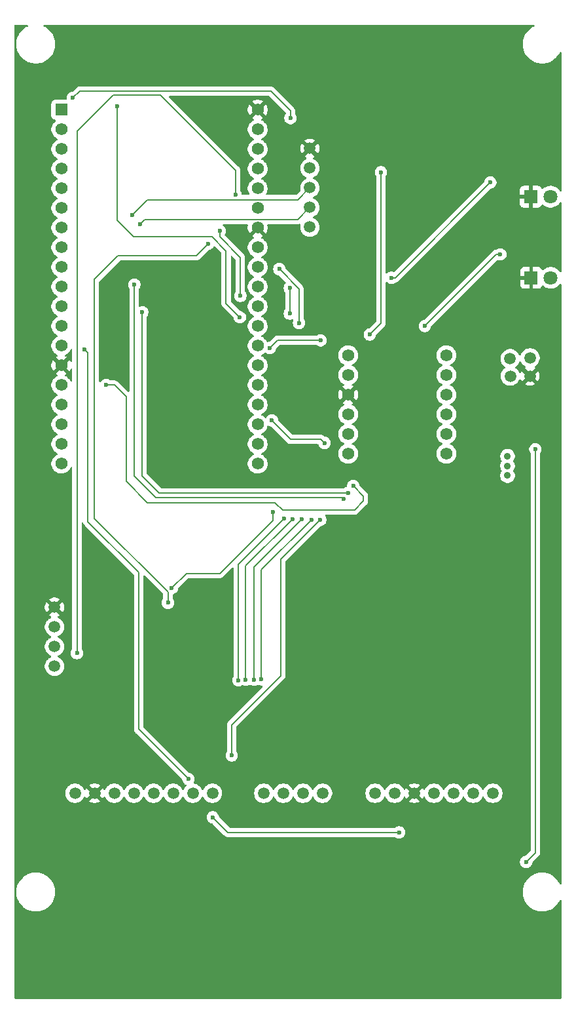
<source format=gbr>
%TF.GenerationSoftware,KiCad,Pcbnew,9.0.0*%
%TF.CreationDate,2025-08-04T23:41:09+05:30*%
%TF.ProjectId,signalscope,7369676e-616c-4736-936f-70652e6b6963,rev?*%
%TF.SameCoordinates,Original*%
%TF.FileFunction,Copper,L2,Bot*%
%TF.FilePolarity,Positive*%
%FSLAX46Y46*%
G04 Gerber Fmt 4.6, Leading zero omitted, Abs format (unit mm)*
G04 Created by KiCad (PCBNEW 9.0.0) date 2025-08-04 23:41:09*
%MOMM*%
%LPD*%
G01*
G04 APERTURE LIST*
%TA.AperFunction,ComponentPad*%
%ADD10C,1.500000*%
%TD*%
%TA.AperFunction,ComponentPad*%
%ADD11R,1.560000X1.560000*%
%TD*%
%TA.AperFunction,ComponentPad*%
%ADD12C,1.560000*%
%TD*%
%TA.AperFunction,ComponentPad*%
%ADD13R,1.800000X1.800000*%
%TD*%
%TA.AperFunction,ComponentPad*%
%ADD14C,1.800000*%
%TD*%
%TA.AperFunction,ComponentPad*%
%ADD15C,0.900000*%
%TD*%
%TA.AperFunction,ViaPad*%
%ADD16C,0.600000*%
%TD*%
%TA.AperFunction,Conductor*%
%ADD17C,0.200000*%
%TD*%
G04 APERTURE END LIST*
D10*
%TO.P,TFT_display,1,VCC*%
%TO.N,3.3v*%
X124282000Y-126250000D03*
%TO.P,TFT_display,2,GND*%
%TO.N,GND*%
X126822000Y-126250000D03*
%TO.P,TFT_display,3,~{CS}*%
%TO.N,TFT_CS*%
X129362000Y-126250000D03*
%TO.P,TFT_display,4,RESET*%
%TO.N,3.3v*%
X131902000Y-126250000D03*
%TO.P,TFT_display,5,D/~{C}*%
%TO.N,TFT_DC*%
X134442000Y-126250000D03*
%TO.P,TFT_display,6,MOSI*%
%TO.N,TFT_MOSI*%
X136982000Y-126250000D03*
%TO.P,TFT_display,7,SCK*%
%TO.N,TFT_SCK*%
X139522000Y-126250000D03*
%TO.P,TFT_display,8,LED*%
%TO.N,3.3v*%
X142062000Y-126250000D03*
%TO.P,TFT_display,10,SD_CS*%
%TO.N,SD_CS*%
X148690000Y-126250000D03*
%TO.P,TFT_display,11,SD_MOSI*%
%TO.N,SPI_MOSI*%
X151230000Y-126250000D03*
%TO.P,TFT_display,12,SD_MISO*%
%TO.N,SPI_MISO*%
X153770000Y-126250000D03*
%TO.P,TFT_display,13,SD_SCK*%
%TO.N,SPI_SCK*%
X156300000Y-126250000D03*
%TD*%
D11*
%TO.P,ESP32_WROOM_DEVKIT,J2-1,3V3*%
%TO.N,3.3v*%
X122500000Y-37970000D03*
D12*
%TO.P,ESP32_WROOM_DEVKIT,J2-2,EN*%
%TO.N,unconnected-(U1-EN-PadJ2-2)*%
X122500000Y-40510000D03*
%TO.P,ESP32_WROOM_DEVKIT,J2-3,SENSOR_VP*%
%TO.N,unconnected-(U1-SENSOR_VP-PadJ2-3)*%
X122500000Y-43050000D03*
%TO.P,ESP32_WROOM_DEVKIT,J2-4,SENSOR_VN*%
%TO.N,unconnected-(U1-SENSOR_VN-PadJ2-4)*%
X122500000Y-45590000D03*
%TO.P,ESP32_WROOM_DEVKIT,J2-5,IO34*%
%TO.N,unconnected-(U1-IO34-PadJ2-5)*%
X122500000Y-48130000D03*
%TO.P,ESP32_WROOM_DEVKIT,J2-6,IO35*%
%TO.N,Net-(U1-IO35)*%
X122500000Y-50670000D03*
%TO.P,ESP32_WROOM_DEVKIT,J2-7,IO32*%
%TO.N,SDA*%
X122500000Y-53210000D03*
%TO.P,ESP32_WROOM_DEVKIT,J2-8,IO33*%
%TO.N,SCL*%
X122500000Y-55750000D03*
%TO.P,ESP32_WROOM_DEVKIT,J2-9,IO25*%
%TO.N,AMP_LRCLK*%
X122500000Y-58290000D03*
%TO.P,ESP32_WROOM_DEVKIT,J2-10,IO26*%
%TO.N,AMP_BCLK*%
X122500000Y-60830000D03*
%TO.P,ESP32_WROOM_DEVKIT,J2-11,IO27*%
%TO.N,AMP_DIN*%
X122500000Y-63370000D03*
%TO.P,ESP32_WROOM_DEVKIT,J2-12,IO14*%
%TO.N,TFT_SCK*%
X122500000Y-65910000D03*
%TO.P,ESP32_WROOM_DEVKIT,J2-13,IO12*%
%TO.N,unconnected-(U1-IO12-PadJ2-13)*%
X122500000Y-68450000D03*
%TO.P,ESP32_WROOM_DEVKIT,J2-14,GND1*%
%TO.N,GND*%
X122500000Y-70990000D03*
%TO.P,ESP32_WROOM_DEVKIT,J2-15,IO13*%
%TO.N,Net-(U1-IO13)*%
X122500000Y-73530000D03*
%TO.P,ESP32_WROOM_DEVKIT,J2-16,SD2*%
%TO.N,unconnected-(U1-SD2-PadJ2-16)*%
X122500000Y-76070000D03*
%TO.P,ESP32_WROOM_DEVKIT,J2-17,SD3*%
%TO.N,unconnected-(U1-SD3-PadJ2-17)*%
X122500000Y-78610000D03*
%TO.P,ESP32_WROOM_DEVKIT,J2-18,CMD*%
%TO.N,unconnected-(U1-CMD-PadJ2-18)*%
X122500000Y-81150000D03*
%TO.P,ESP32_WROOM_DEVKIT,J2-19,EXT_5V*%
%TO.N,Net-(D1-K)*%
X122500000Y-83690000D03*
%TO.P,ESP32_WROOM_DEVKIT,J3-1,GND3*%
%TO.N,GND*%
X147900000Y-37970000D03*
%TO.P,ESP32_WROOM_DEVKIT,J3-2,IO23*%
%TO.N,SPI_MOSI*%
X147900000Y-40510000D03*
%TO.P,ESP32_WROOM_DEVKIT,J3-3,IO22*%
%TO.N,TFT_CS*%
X147900000Y-43050000D03*
%TO.P,ESP32_WROOM_DEVKIT,J3-4,TXD0*%
%TO.N,unconnected-(U1-TXD0-PadJ3-4)*%
X147900000Y-45590000D03*
%TO.P,ESP32_WROOM_DEVKIT,J3-5,RXD0*%
%TO.N,unconnected-(U1-RXD0-PadJ3-5)*%
X147900000Y-48130000D03*
%TO.P,ESP32_WROOM_DEVKIT,J3-6,IO21*%
%TO.N,TFT_DC*%
X147900000Y-50670000D03*
%TO.P,ESP32_WROOM_DEVKIT,J3-7,GND2*%
%TO.N,GND*%
X147900000Y-53210000D03*
%TO.P,ESP32_WROOM_DEVKIT,J3-8,IO19*%
%TO.N,SPI_MISO*%
X147900000Y-55750000D03*
%TO.P,ESP32_WROOM_DEVKIT,J3-9,IO18*%
%TO.N,SPI_SCK*%
X147900000Y-58290000D03*
%TO.P,ESP32_WROOM_DEVKIT,J3-10,IO5*%
%TO.N,SD_CS*%
X147900000Y-60830000D03*
%TO.P,ESP32_WROOM_DEVKIT,J3-11,IO17*%
%TO.N,GPS_RX*%
X147900000Y-63370000D03*
%TO.P,ESP32_WROOM_DEVKIT,J3-12,IO16*%
%TO.N,GPS_TX*%
X147900000Y-65910000D03*
%TO.P,ESP32_WROOM_DEVKIT,J3-13,IO4*%
%TO.N,Net-(U1-IO4)*%
X147900000Y-68450000D03*
%TO.P,ESP32_WROOM_DEVKIT,J3-14,IO0*%
%TO.N,unconnected-(U1-IO0-PadJ3-14)*%
X147900000Y-70990000D03*
%TO.P,ESP32_WROOM_DEVKIT,J3-15,IO2*%
%TO.N,unconnected-(U1-IO2-PadJ3-15)*%
X147900000Y-73530000D03*
%TO.P,ESP32_WROOM_DEVKIT,J3-16,IO15*%
%TO.N,TFT_MOSI*%
X147900000Y-76070000D03*
%TO.P,ESP32_WROOM_DEVKIT,J3-17,SD1*%
%TO.N,unconnected-(U1-SD1-PadJ3-17)*%
X147900000Y-78610000D03*
%TO.P,ESP32_WROOM_DEVKIT,J3-18,SD0*%
%TO.N,unconnected-(U1-SD0-PadJ3-18)*%
X147900000Y-81150000D03*
%TO.P,ESP32_WROOM_DEVKIT,J3-19,CLK*%
%TO.N,unconnected-(U1-CLK-PadJ3-19)*%
X147900000Y-83690000D03*
%TD*%
D10*
%TO.P,MAX98357a,1,DIN*%
%TO.N,AMP_DIN*%
X163090000Y-126250000D03*
%TO.P,MAX98357a,2,GAIN_SLOT*%
%TO.N,unconnected-(U5-GAIN_SLOT-Pad2)*%
X165630000Y-126250000D03*
%TO.P,MAX98357a,3,GND*%
%TO.N,GND*%
X168170000Y-126250000D03*
%TO.P,MAX98357a,4,~{SD_MODE}*%
%TO.N,unconnected-(U5-~{SD_MODE}-Pad4)*%
X170710000Y-126250000D03*
%TO.P,MAX98357a,7,VCC*%
%TO.N,3.3v*%
X173250000Y-126250000D03*
%TO.P,MAX98357a,14,LRCLK*%
%TO.N,AMP_LRCLK*%
X175790000Y-126250000D03*
%TO.P,MAX98357a,16,BCLK*%
%TO.N,AMP_BCLK*%
X178330000Y-126250000D03*
%TD*%
D12*
%TO.P,ICM20948,1,VIN*%
%TO.N,3.3v*%
X159600000Y-69690000D03*
%TO.P,ICM20948,2,1V8*%
%TO.N,unconnected-(U2-1V8-Pad2)*%
X159600000Y-72230000D03*
%TO.P,ICM20948,3,GND*%
%TO.N,GND*%
X159600000Y-74770000D03*
%TO.P,ICM20948,4,SCL*%
%TO.N,SCL*%
X159600000Y-77310000D03*
%TO.P,ICM20948,5,SDA*%
%TO.N,SDA*%
X159600000Y-79850000D03*
%TO.P,ICM20948,6,INT*%
%TO.N,unconnected-(U2-INT-Pad6)*%
X159600000Y-82390000D03*
%TO.P,ICM20948,7,FB*%
%TO.N,unconnected-(U2-FB-Pad7)*%
X172300000Y-69690000D03*
%TO.P,ICM20948,8,ADA*%
%TO.N,unconnected-(U2-ADA-Pad8)*%
X172300000Y-72230000D03*
%TO.P,ICM20948,9,ACL*%
%TO.N,unconnected-(U2-ACL-Pad9)*%
X172300000Y-74770000D03*
%TO.P,ICM20948,10,GND*%
%TO.N,unconnected-(U2-GND-Pad10)*%
X172300000Y-77310000D03*
%TO.P,ICM20948,11,SDO*%
%TO.N,unconnected-(U2-SDO-Pad11)*%
X172300000Y-79850000D03*
%TO.P,ICM20948,12,CS*%
%TO.N,unconnected-(U2-CS-Pad12)*%
X172300000Y-82390000D03*
%TD*%
D10*
%TO.P,NEO6M,1,GND*%
%TO.N,GND*%
X121624000Y-102218000D03*
%TO.P,NEO6M,2,TX*%
%TO.N,GPS_TX*%
X121624000Y-104758000D03*
%TO.P,NEO6M,3,RX*%
%TO.N,GPS_RX*%
X121624000Y-107298000D03*
%TO.P,NEO6M,4,VCC*%
%TO.N,3.3v*%
X121624000Y-109838000D03*
%TD*%
D13*
%TO.P,D2,1,K*%
%TO.N,GND*%
X183280000Y-59675000D03*
D14*
%TO.P,D2,2,A*%
%TO.N,Net-(D2-A)*%
X185820000Y-59675000D03*
%TD*%
D10*
%TO.P,U4,1,OUT+*%
%TO.N,Net-(U4-OUT+)*%
X180587500Y-72375000D03*
%TO.P,U4,2,BAT+*%
%TO.N,Net-(U4-BAT+)*%
X180562500Y-70125000D03*
%TO.P,U4,3,BAT-*%
%TO.N,Net-(U4-BAT-)*%
X183137500Y-70025000D03*
%TO.P,U4,4,OUT-*%
%TO.N,GND*%
X183127500Y-72375000D03*
%TD*%
D15*
%TO.P,U7,1,3v3*%
%TO.N,Net-(U4-BAT+)*%
X180225000Y-85225000D03*
%TO.P,U7,2,GND*%
%TO.N,Net-(U4-BAT-)*%
X180225000Y-82715000D03*
%TO.P,U7,3,THERMO*%
%TO.N,Net-(U1-IO35)*%
X180225000Y-83975000D03*
%TD*%
D13*
%TO.P,D3,1,K*%
%TO.N,GND*%
X183235000Y-49200000D03*
D14*
%TO.P,D3,2,A*%
%TO.N,Net-(D3-A)*%
X185775000Y-49200000D03*
%TD*%
D10*
%TO.P,DS1307_RTC,1,GND*%
%TO.N,GND*%
X154650000Y-42970000D03*
%TO.P,DS1307_RTC,2,VCC*%
%TO.N,3.3v*%
X154650000Y-45510000D03*
%TO.P,DS1307_RTC,3,SDA*%
%TO.N,SDA*%
X154650000Y-48050000D03*
%TO.P,DS1307_RTC,4,SCL*%
%TO.N,SCL*%
X154650000Y-50590000D03*
%TO.P,DS1307_RTC,7*%
%TO.N,N/C*%
X154650000Y-53130000D03*
%TD*%
D16*
%TO.N,SCL*%
X132700000Y-52750000D03*
%TO.N,SD_CS*%
X145400000Y-111650000D03*
X151350000Y-90750000D03*
%TO.N,GND*%
X126850000Y-127850000D03*
X163600000Y-132200000D03*
X177350000Y-64375000D03*
X162850000Y-72650000D03*
X182350000Y-74650000D03*
X150850000Y-56000000D03*
%TO.N,SPI_MOSI*%
X152400000Y-90850000D03*
X146350000Y-111600000D03*
X152050000Y-61000000D03*
X152050000Y-64300000D03*
%TO.N,SPI_SCK*%
X154850000Y-90900000D03*
X148400000Y-111550000D03*
%TO.N,TFT_CS*%
X149864265Y-89885735D03*
X136800000Y-99750000D03*
%TO.N,SPI_MISO*%
X153600000Y-90850000D03*
X153250000Y-65500000D03*
X147450000Y-111600000D03*
X150700000Y-58550000D03*
%TO.N,AMP_BCLK*%
X159600000Y-87450000D03*
X132975000Y-64125000D03*
%TO.N,TFT_DC*%
X136300000Y-101650000D03*
X141500000Y-55300000D03*
%TO.N,SDA*%
X131700000Y-51550000D03*
%TO.N,3.3v*%
X152150000Y-39050000D03*
X163850000Y-46050000D03*
X162400000Y-67000000D03*
X166200000Y-131300000D03*
X124000000Y-36450000D03*
X142100000Y-129350000D03*
%TO.N,AMP_LRCLK*%
X131950000Y-60550000D03*
X159000000Y-88250000D03*
%TO.N,TFT_MOSI*%
X144550000Y-121350000D03*
X149750000Y-78100000D03*
X156550000Y-81000000D03*
X156000000Y-90950000D03*
%TO.N,TFT_SCK*%
X138950000Y-124400000D03*
X125500000Y-68900000D03*
%TO.N,GPS_RX*%
X124525000Y-108150000D03*
X145050000Y-48925000D03*
X143000000Y-53625000D03*
X145675000Y-62000000D03*
%TO.N,GPS_TX*%
X129737500Y-37537500D03*
X145600000Y-64775000D03*
%TO.N,Net-(U4-OUT+)*%
X183825000Y-81800000D03*
X182627000Y-135123000D03*
%TO.N,Net-(U1-IO4)*%
X178000000Y-47350000D03*
X149475000Y-68750000D03*
X165225000Y-59675000D03*
X156050000Y-67750000D03*
%TO.N,Net-(U1-IO13)*%
X128300000Y-73530000D03*
X169525000Y-65900000D03*
X160275000Y-86550000D03*
X179300000Y-56650000D03*
%TD*%
D17*
%TO.N,SCL*%
X153111000Y-52129000D02*
X154650000Y-50590000D01*
X133321000Y-52129000D02*
X153111000Y-52129000D01*
X132700000Y-52750000D02*
X133321000Y-52129000D01*
%TO.N,SD_CS*%
X145400000Y-96700000D02*
X151350000Y-90750000D01*
X145400000Y-111650000D02*
X145400000Y-96700000D01*
%TO.N,GND*%
X126850000Y-134550000D02*
X130800000Y-138500000D01*
X169900000Y-67150000D02*
X175750000Y-67150000D01*
X126850000Y-127850000D02*
X126850000Y-134550000D01*
X175750000Y-65975000D02*
X175750000Y-67150000D01*
X180450000Y-74650000D02*
X182350000Y-74650000D01*
X161550000Y-71350000D02*
X161550000Y-66700000D01*
X162850000Y-72650000D02*
X164400000Y-72650000D01*
X179088080Y-73288080D02*
X180450000Y-74650000D01*
X179088080Y-70488080D02*
X179088080Y-73288080D01*
X164400000Y-72650000D02*
X169900000Y-67150000D01*
X162850000Y-72650000D02*
X161550000Y-71350000D01*
X157300000Y-138500000D02*
X163600000Y-132200000D01*
X177350000Y-64375000D02*
X175750000Y-65975000D01*
X175750000Y-67150000D02*
X179088080Y-70488080D01*
X161550000Y-66700000D02*
X150850000Y-56000000D01*
X130800000Y-138500000D02*
X157300000Y-138500000D01*
%TO.N,SPI_MOSI*%
X152050000Y-64300000D02*
X152050000Y-61000000D01*
X146350000Y-96900000D02*
X152400000Y-90850000D01*
X146350000Y-111600000D02*
X146350000Y-96900000D01*
%TO.N,SPI_SCK*%
X148400000Y-111550000D02*
X148400000Y-97350000D01*
X148400000Y-97350000D02*
X154850000Y-90900000D01*
%TO.N,TFT_CS*%
X149864265Y-90985735D02*
X149864265Y-89885735D01*
X138700000Y-97850000D02*
X143000000Y-97850000D01*
X143000000Y-97850000D02*
X149864265Y-90985735D01*
X136800000Y-99750000D02*
X138700000Y-97850000D01*
%TO.N,SPI_MISO*%
X147450000Y-97000000D02*
X153600000Y-90850000D01*
X150700000Y-58550000D02*
X153250000Y-61100000D01*
X153250000Y-61100000D02*
X153250000Y-65500000D01*
X147450000Y-111600000D02*
X147450000Y-97000000D01*
%TO.N,AMP_BCLK*%
X135150000Y-87450000D02*
X132950000Y-85250000D01*
X132950000Y-64150000D02*
X132975000Y-64125000D01*
X132950000Y-85250000D02*
X132950000Y-64150000D01*
X159600000Y-87450000D02*
X135150000Y-87450000D01*
%TO.N,TFT_DC*%
X126800000Y-59900000D02*
X129850000Y-56850000D01*
X139950000Y-56850000D02*
X141500000Y-55300000D01*
X136300000Y-101650000D02*
X136300000Y-100250000D01*
X129850000Y-56850000D02*
X139950000Y-56850000D01*
X136300000Y-100250000D02*
X126800000Y-90750000D01*
X126800000Y-90750000D02*
X126800000Y-59900000D01*
%TO.N,SDA*%
X133661000Y-49589000D02*
X153111000Y-49589000D01*
X131700000Y-51550000D02*
X133661000Y-49589000D01*
X153111000Y-49589000D02*
X154650000Y-48050000D01*
%TO.N,3.3v*%
X152150000Y-38100000D02*
X152150000Y-39050000D01*
X124900000Y-35550000D02*
X149600000Y-35550000D01*
X149600000Y-35550000D02*
X152150000Y-38100000D01*
X162400000Y-67000000D02*
X163850000Y-65550000D01*
X166200000Y-131300000D02*
X144050000Y-131300000D01*
X124000000Y-36450000D02*
X124900000Y-35550000D01*
X163850000Y-65550000D02*
X163850000Y-46050000D01*
X144050000Y-131300000D02*
X142100000Y-129350000D01*
%TO.N,AMP_LRCLK*%
X131900000Y-60600000D02*
X131950000Y-60550000D01*
X134700000Y-88100000D02*
X131900000Y-85300000D01*
X131900000Y-85300000D02*
X131900000Y-60600000D01*
X158850000Y-88100000D02*
X159000000Y-88250000D01*
X134700000Y-88100000D02*
X158850000Y-88100000D01*
%TO.N,TFT_MOSI*%
X149750000Y-78100000D02*
X152200000Y-80550000D01*
X156100000Y-80550000D02*
X156550000Y-81000000D01*
X150900000Y-96050000D02*
X156000000Y-90950000D01*
X144550000Y-117400000D02*
X150900000Y-111050000D01*
X152200000Y-80550000D02*
X156100000Y-80550000D01*
X150900000Y-111050000D02*
X150900000Y-96050000D01*
X144550000Y-121350000D02*
X144550000Y-117400000D01*
%TO.N,TFT_SCK*%
X132500000Y-97750000D02*
X132500000Y-117950000D01*
X125950000Y-91200000D02*
X132500000Y-97750000D01*
X125950000Y-69350000D02*
X125950000Y-91200000D01*
X125500000Y-68900000D02*
X125950000Y-69350000D01*
X132500000Y-117950000D02*
X138950000Y-124400000D01*
%TO.N,GPS_RX*%
X145675000Y-57075000D02*
X145675000Y-58300000D01*
X135325000Y-36075000D02*
X145025000Y-45775000D01*
X145050000Y-45800000D02*
X145050000Y-48925000D01*
X129225000Y-36075000D02*
X135325000Y-36075000D01*
X124525000Y-108150000D02*
X124525000Y-40775000D01*
X145025000Y-45775000D02*
X145050000Y-45800000D01*
X143000000Y-53625000D02*
X143000000Y-54400000D01*
X143000000Y-54400000D02*
X145675000Y-57075000D01*
X124525000Y-40775000D02*
X129225000Y-36075000D01*
X145675000Y-58300000D02*
X145675000Y-62000000D01*
%TO.N,GPS_TX*%
X129737500Y-37537500D02*
X129737500Y-52212500D01*
X131875000Y-54350000D02*
X141975000Y-54350000D01*
X143825000Y-56200000D02*
X143825000Y-63000000D01*
X129737500Y-52212500D02*
X131875000Y-54350000D01*
X141975000Y-54350000D02*
X143825000Y-56200000D01*
X143825000Y-63000000D02*
X145600000Y-64775000D01*
%TO.N,Net-(U4-OUT+)*%
X183825000Y-133925000D02*
X182627000Y-135123000D01*
X183825000Y-81800000D02*
X183825000Y-133925000D01*
%TO.N,Net-(U1-IO4)*%
X178000000Y-47350000D02*
X165675000Y-59675000D01*
X156050000Y-67750000D02*
X150475000Y-67750000D01*
X150475000Y-67750000D02*
X149475000Y-68750000D01*
X165675000Y-59675000D02*
X165225000Y-59675000D01*
%TO.N,Net-(U1-IO13)*%
X179300000Y-56650000D02*
X178775000Y-56650000D01*
X130925000Y-85975000D02*
X133650000Y-88700000D01*
X150250000Y-88700000D02*
X150250000Y-88800000D01*
X178775000Y-56650000D02*
X169525000Y-65900000D01*
X151125000Y-89675000D02*
X160425000Y-89675000D01*
X128300000Y-73530000D02*
X129405000Y-73530000D01*
X129405000Y-73530000D02*
X130925000Y-75050000D01*
X160425000Y-89675000D02*
X161600000Y-88500000D01*
X130925000Y-75050000D02*
X130925000Y-85975000D01*
X161600000Y-88500000D02*
X161600000Y-87875000D01*
X133650000Y-88700000D02*
X150250000Y-88700000D01*
X161600000Y-87875000D02*
X160275000Y-86550000D01*
X150250000Y-88800000D02*
X151125000Y-89675000D01*
%TD*%
%TA.AperFunction,Conductor*%
%TO.N,GND*%
G36*
X123565155Y-71701602D02*
G01*
X123565156Y-71701602D01*
X123594753Y-71660866D01*
X123688435Y-71477008D01*
X123689539Y-71477570D01*
X123729775Y-71427635D01*
X123796068Y-71405567D01*
X123863768Y-71422843D01*
X123911381Y-71473978D01*
X123924500Y-71529488D01*
X123924500Y-72989200D01*
X123904815Y-73056239D01*
X123852011Y-73101994D01*
X123782853Y-73111938D01*
X123719297Y-73082913D01*
X123689973Y-73042251D01*
X123688898Y-73042799D01*
X123631169Y-72929500D01*
X123595182Y-72858871D01*
X123476711Y-72695810D01*
X123334190Y-72553289D01*
X123171129Y-72434818D01*
X123170002Y-72434244D01*
X123044317Y-72370204D01*
X122993521Y-72322229D01*
X122976726Y-72254408D01*
X122999263Y-72188273D01*
X123044317Y-72149234D01*
X123170866Y-72084753D01*
X123211602Y-72055156D01*
X123211602Y-72055155D01*
X122645739Y-71489292D01*
X122700712Y-71474563D01*
X122819287Y-71406104D01*
X122916104Y-71309287D01*
X122984563Y-71190712D01*
X122999292Y-71135739D01*
X123565155Y-71701602D01*
G37*
%TD.AperFunction*%
%TA.AperFunction,Conductor*%
G36*
X123863769Y-68884155D02*
G01*
X123911382Y-68935290D01*
X123924500Y-68990799D01*
X123924500Y-70450511D01*
X123904815Y-70517550D01*
X123852011Y-70563305D01*
X123782853Y-70573249D01*
X123719297Y-70544224D01*
X123689260Y-70502571D01*
X123688435Y-70502992D01*
X123594753Y-70319133D01*
X123565155Y-70278396D01*
X123565155Y-70278395D01*
X122999292Y-70844259D01*
X122984563Y-70789288D01*
X122916104Y-70670713D01*
X122819287Y-70573896D01*
X122700712Y-70505437D01*
X122645738Y-70490707D01*
X123211603Y-69924843D01*
X123211602Y-69924842D01*
X123170867Y-69895246D01*
X123044316Y-69830764D01*
X122993521Y-69782790D01*
X122976726Y-69714969D01*
X122999264Y-69648834D01*
X123044317Y-69609795D01*
X123171129Y-69545182D01*
X123334190Y-69426711D01*
X123476711Y-69284190D01*
X123595182Y-69121129D01*
X123686686Y-68941542D01*
X123686685Y-68941542D01*
X123688898Y-68937201D01*
X123690312Y-68937921D01*
X123729776Y-68888946D01*
X123796069Y-68866878D01*
X123863769Y-68884155D01*
G37*
%TD.AperFunction*%
%TA.AperFunction,Conductor*%
G36*
X181921521Y-70447448D02*
G01*
X181972996Y-70494692D01*
X181977294Y-70502430D01*
X181978615Y-70505023D01*
X181978616Y-70505025D01*
X182067976Y-70680405D01*
X182183672Y-70839646D01*
X182322854Y-70978828D01*
X182460494Y-71078830D01*
X182485386Y-71096915D01*
X182528051Y-71152245D01*
X182534030Y-71221859D01*
X182501424Y-71283654D01*
X182475958Y-71302446D01*
X182476516Y-71303355D01*
X182472359Y-71305902D01*
X182437373Y-71331320D01*
X182437372Y-71331320D01*
X183038915Y-71932861D01*
X182953806Y-71955667D01*
X182851194Y-72014910D01*
X182767410Y-72098694D01*
X182708167Y-72201306D01*
X182685361Y-72286414D01*
X182083820Y-71684872D01*
X182083820Y-71684873D01*
X182058402Y-71719859D01*
X181968265Y-71896764D01*
X181920290Y-71947560D01*
X181852469Y-71964355D01*
X181786335Y-71941818D01*
X181747295Y-71896763D01*
X181657025Y-71719596D01*
X181631796Y-71684872D01*
X181541328Y-71560354D01*
X181402146Y-71421172D01*
X181292121Y-71341234D01*
X181249458Y-71285906D01*
X181243479Y-71216293D01*
X181276085Y-71154498D01*
X181292120Y-71140602D01*
X181377146Y-71078828D01*
X181516328Y-70939646D01*
X181632024Y-70780405D01*
X181721384Y-70605025D01*
X181748878Y-70520406D01*
X181788316Y-70462731D01*
X181852674Y-70435533D01*
X181921521Y-70447448D01*
G37*
%TD.AperFunction*%
%TA.AperFunction,Conductor*%
G36*
X118150959Y-27020185D02*
G01*
X118196714Y-27072989D01*
X118206658Y-27142147D01*
X118177633Y-27205703D01*
X118137721Y-27236220D01*
X117988560Y-27308051D01*
X117750753Y-27457476D01*
X117531175Y-27632583D01*
X117332583Y-27831175D01*
X117157476Y-28050753D01*
X117008053Y-28288557D01*
X116886200Y-28541588D01*
X116793443Y-28806670D01*
X116793439Y-28806682D01*
X116730945Y-29080487D01*
X116730942Y-29080505D01*
X116699500Y-29359568D01*
X116699500Y-29640431D01*
X116730942Y-29919494D01*
X116730945Y-29919512D01*
X116793439Y-30193317D01*
X116793443Y-30193329D01*
X116886200Y-30458411D01*
X117008053Y-30711442D01*
X117008055Y-30711445D01*
X117157477Y-30949248D01*
X117332584Y-31168825D01*
X117531175Y-31367416D01*
X117750752Y-31542523D01*
X117988555Y-31691945D01*
X118241592Y-31813801D01*
X118440680Y-31883465D01*
X118506670Y-31906556D01*
X118506682Y-31906560D01*
X118780491Y-31969055D01*
X118780497Y-31969055D01*
X118780505Y-31969057D01*
X118966547Y-31990018D01*
X119059569Y-32000499D01*
X119059572Y-32000500D01*
X119059575Y-32000500D01*
X119340428Y-32000500D01*
X119340429Y-32000499D01*
X119483055Y-31984429D01*
X119619494Y-31969057D01*
X119619499Y-31969056D01*
X119619509Y-31969055D01*
X119893318Y-31906560D01*
X120158408Y-31813801D01*
X120411445Y-31691945D01*
X120649248Y-31542523D01*
X120868825Y-31367416D01*
X121067416Y-31168825D01*
X121242523Y-30949248D01*
X121391945Y-30711445D01*
X121513801Y-30458408D01*
X121606560Y-30193318D01*
X121669055Y-29919509D01*
X121700500Y-29640425D01*
X121700500Y-29359575D01*
X121669055Y-29080491D01*
X121606560Y-28806682D01*
X121513801Y-28541592D01*
X121391945Y-28288555D01*
X121242523Y-28050752D01*
X121067416Y-27831175D01*
X120868825Y-27632584D01*
X120649248Y-27457477D01*
X120411445Y-27308055D01*
X120411446Y-27308055D01*
X120411439Y-27308051D01*
X120262279Y-27236220D01*
X120210419Y-27189398D01*
X120192106Y-27121971D01*
X120213154Y-27055347D01*
X120266880Y-27010678D01*
X120316080Y-27000500D01*
X183583920Y-27000500D01*
X183650959Y-27020185D01*
X183696714Y-27072989D01*
X183706658Y-27142147D01*
X183677633Y-27205703D01*
X183637721Y-27236220D01*
X183488560Y-27308051D01*
X183250753Y-27457476D01*
X183031175Y-27632583D01*
X182832583Y-27831175D01*
X182657476Y-28050753D01*
X182508053Y-28288557D01*
X182386200Y-28541588D01*
X182293443Y-28806670D01*
X182293439Y-28806682D01*
X182230945Y-29080487D01*
X182230942Y-29080505D01*
X182199500Y-29359568D01*
X182199500Y-29640431D01*
X182230942Y-29919494D01*
X182230945Y-29919512D01*
X182293439Y-30193317D01*
X182293443Y-30193329D01*
X182386200Y-30458411D01*
X182508053Y-30711442D01*
X182508055Y-30711445D01*
X182657477Y-30949248D01*
X182832584Y-31168825D01*
X183031175Y-31367416D01*
X183250752Y-31542523D01*
X183488555Y-31691945D01*
X183741592Y-31813801D01*
X183940680Y-31883465D01*
X184006670Y-31906556D01*
X184006682Y-31906560D01*
X184280491Y-31969055D01*
X184280497Y-31969055D01*
X184280505Y-31969057D01*
X184466547Y-31990018D01*
X184559569Y-32000499D01*
X184559572Y-32000500D01*
X184559575Y-32000500D01*
X184840428Y-32000500D01*
X184840429Y-32000499D01*
X184983055Y-31984429D01*
X185119494Y-31969057D01*
X185119499Y-31969056D01*
X185119509Y-31969055D01*
X185393318Y-31906560D01*
X185658408Y-31813801D01*
X185911445Y-31691945D01*
X186149248Y-31542523D01*
X186368825Y-31367416D01*
X186567416Y-31168825D01*
X186742523Y-30949248D01*
X186891945Y-30711445D01*
X186926241Y-30640229D01*
X186963780Y-30562279D01*
X187010602Y-30510419D01*
X187078029Y-30492106D01*
X187144653Y-30513154D01*
X187189322Y-30566880D01*
X187199500Y-30616080D01*
X187199500Y-48396349D01*
X187179815Y-48463388D01*
X187127011Y-48509143D01*
X187057853Y-48519087D01*
X186994297Y-48490062D01*
X186975182Y-48469234D01*
X186843247Y-48287641D01*
X186843243Y-48287636D01*
X186687363Y-48131756D01*
X186687358Y-48131752D01*
X186509025Y-48002187D01*
X186509024Y-48002186D01*
X186509022Y-48002185D01*
X186446096Y-47970122D01*
X186312606Y-47902104D01*
X186312603Y-47902103D01*
X186102952Y-47833985D01*
X185994086Y-47816742D01*
X185885222Y-47799500D01*
X185664778Y-47799500D01*
X185592201Y-47810995D01*
X185447047Y-47833985D01*
X185237396Y-47902103D01*
X185237393Y-47902104D01*
X185040974Y-48002187D01*
X184862641Y-48131752D01*
X184862636Y-48131756D01*
X184812075Y-48182317D01*
X184750752Y-48215801D01*
X184681060Y-48210816D01*
X184625127Y-48168945D01*
X184608213Y-48137968D01*
X184578354Y-48057913D01*
X184578350Y-48057906D01*
X184492190Y-47942812D01*
X184492187Y-47942809D01*
X184377093Y-47856649D01*
X184377086Y-47856645D01*
X184242379Y-47806403D01*
X184242372Y-47806401D01*
X184182844Y-47800000D01*
X183485000Y-47800000D01*
X183485000Y-48824722D01*
X183408694Y-48780667D01*
X183294244Y-48750000D01*
X183175756Y-48750000D01*
X183061306Y-48780667D01*
X182985000Y-48824722D01*
X182985000Y-47800000D01*
X182287155Y-47800000D01*
X182227627Y-47806401D01*
X182227620Y-47806403D01*
X182092913Y-47856645D01*
X182092906Y-47856649D01*
X181977812Y-47942809D01*
X181977809Y-47942812D01*
X181891649Y-48057906D01*
X181891645Y-48057913D01*
X181841403Y-48192620D01*
X181841401Y-48192627D01*
X181835000Y-48252155D01*
X181835000Y-48950000D01*
X182859722Y-48950000D01*
X182815667Y-49026306D01*
X182785000Y-49140756D01*
X182785000Y-49259244D01*
X182815667Y-49373694D01*
X182859722Y-49450000D01*
X181835000Y-49450000D01*
X181835000Y-50147844D01*
X181841401Y-50207372D01*
X181841403Y-50207379D01*
X181891645Y-50342086D01*
X181891649Y-50342093D01*
X181977809Y-50457187D01*
X181977812Y-50457190D01*
X182092906Y-50543350D01*
X182092913Y-50543354D01*
X182227620Y-50593596D01*
X182227627Y-50593598D01*
X182287155Y-50599999D01*
X182287172Y-50600000D01*
X182985000Y-50600000D01*
X182985000Y-49575277D01*
X183061306Y-49619333D01*
X183175756Y-49650000D01*
X183294244Y-49650000D01*
X183408694Y-49619333D01*
X183485000Y-49575277D01*
X183485000Y-50600000D01*
X184182828Y-50600000D01*
X184182844Y-50599999D01*
X184242372Y-50593598D01*
X184242379Y-50593596D01*
X184377086Y-50543354D01*
X184377093Y-50543350D01*
X184492187Y-50457190D01*
X184492190Y-50457187D01*
X184578350Y-50342093D01*
X184578354Y-50342086D01*
X184608213Y-50262031D01*
X184650084Y-50206097D01*
X184715548Y-50181680D01*
X184783821Y-50196531D01*
X184812076Y-50217683D01*
X184862636Y-50268243D01*
X184862641Y-50268247D01*
X185002896Y-50370147D01*
X185040978Y-50397815D01*
X185157501Y-50457187D01*
X185237393Y-50497895D01*
X185237396Y-50497896D01*
X185342221Y-50531955D01*
X185447049Y-50566015D01*
X185664778Y-50600500D01*
X185664779Y-50600500D01*
X185885221Y-50600500D01*
X185885222Y-50600500D01*
X186102951Y-50566015D01*
X186312606Y-50497895D01*
X186509022Y-50397815D01*
X186687365Y-50268242D01*
X186843242Y-50112365D01*
X186925700Y-49998871D01*
X186975182Y-49930765D01*
X187030511Y-49888099D01*
X187100125Y-49882120D01*
X187161920Y-49914725D01*
X187196277Y-49975564D01*
X187199500Y-50003650D01*
X187199500Y-58809412D01*
X187179815Y-58876451D01*
X187127011Y-58922206D01*
X187057853Y-58932150D01*
X186994297Y-58903125D01*
X186975182Y-58882297D01*
X186888247Y-58762641D01*
X186888243Y-58762636D01*
X186732363Y-58606756D01*
X186732358Y-58606752D01*
X186554025Y-58477187D01*
X186554024Y-58477186D01*
X186554022Y-58477185D01*
X186491096Y-58445122D01*
X186357606Y-58377104D01*
X186357603Y-58377103D01*
X186147952Y-58308985D01*
X186039086Y-58291742D01*
X185930222Y-58274500D01*
X185709778Y-58274500D01*
X185637201Y-58285995D01*
X185492047Y-58308985D01*
X185282396Y-58377103D01*
X185282393Y-58377104D01*
X185085974Y-58477187D01*
X184907641Y-58606752D01*
X184907636Y-58606756D01*
X184857075Y-58657317D01*
X184795752Y-58690801D01*
X184726060Y-58685816D01*
X184670127Y-58643945D01*
X184653213Y-58612968D01*
X184623354Y-58532913D01*
X184623350Y-58532906D01*
X184537190Y-58417812D01*
X184537187Y-58417809D01*
X184422093Y-58331649D01*
X184422086Y-58331645D01*
X184287379Y-58281403D01*
X184287372Y-58281401D01*
X184227844Y-58275000D01*
X183530000Y-58275000D01*
X183530000Y-59299722D01*
X183453694Y-59255667D01*
X183339244Y-59225000D01*
X183220756Y-59225000D01*
X183106306Y-59255667D01*
X183030000Y-59299722D01*
X183030000Y-58275000D01*
X182332155Y-58275000D01*
X182272627Y-58281401D01*
X182272620Y-58281403D01*
X182137913Y-58331645D01*
X182137906Y-58331649D01*
X182022812Y-58417809D01*
X182022809Y-58417812D01*
X181936649Y-58532906D01*
X181936645Y-58532913D01*
X181886403Y-58667620D01*
X181886401Y-58667627D01*
X181880000Y-58727155D01*
X181880000Y-59425000D01*
X182904722Y-59425000D01*
X182860667Y-59501306D01*
X182830000Y-59615756D01*
X182830000Y-59734244D01*
X182860667Y-59848694D01*
X182904722Y-59925000D01*
X181880000Y-59925000D01*
X181880000Y-60622844D01*
X181886401Y-60682372D01*
X181886403Y-60682379D01*
X181936645Y-60817086D01*
X181936649Y-60817093D01*
X182022809Y-60932187D01*
X182022812Y-60932190D01*
X182137906Y-61018350D01*
X182137913Y-61018354D01*
X182272620Y-61068596D01*
X182272627Y-61068598D01*
X182332155Y-61074999D01*
X182332172Y-61075000D01*
X183030000Y-61075000D01*
X183030000Y-60050277D01*
X183106306Y-60094333D01*
X183220756Y-60125000D01*
X183339244Y-60125000D01*
X183453694Y-60094333D01*
X183530000Y-60050277D01*
X183530000Y-61075000D01*
X184227828Y-61075000D01*
X184227844Y-61074999D01*
X184287372Y-61068598D01*
X184287379Y-61068596D01*
X184422086Y-61018354D01*
X184422093Y-61018350D01*
X184537187Y-60932190D01*
X184537190Y-60932187D01*
X184623350Y-60817093D01*
X184623354Y-60817086D01*
X184653213Y-60737031D01*
X184695084Y-60681097D01*
X184760548Y-60656680D01*
X184828821Y-60671531D01*
X184857076Y-60692683D01*
X184907636Y-60743243D01*
X184907641Y-60743247D01*
X185063192Y-60856260D01*
X185085978Y-60872815D01*
X185202501Y-60932187D01*
X185282393Y-60972895D01*
X185282396Y-60972896D01*
X185387221Y-61006955D01*
X185492049Y-61041015D01*
X185709778Y-61075500D01*
X185709779Y-61075500D01*
X185930221Y-61075500D01*
X185930222Y-61075500D01*
X186147951Y-61041015D01*
X186357606Y-60972895D01*
X186554022Y-60872815D01*
X186732365Y-60743242D01*
X186888242Y-60587365D01*
X186975182Y-60467700D01*
X187030511Y-60425036D01*
X187100124Y-60419057D01*
X187161920Y-60451662D01*
X187196277Y-60512501D01*
X187199500Y-60540587D01*
X187199500Y-137883919D01*
X187179815Y-137950958D01*
X187127011Y-137996713D01*
X187057853Y-138006657D01*
X186994297Y-137977632D01*
X186963780Y-137937721D01*
X186891946Y-137788557D01*
X186849790Y-137721466D01*
X186742523Y-137550752D01*
X186567416Y-137331175D01*
X186368825Y-137132584D01*
X186149248Y-136957477D01*
X185911445Y-136808055D01*
X185911442Y-136808053D01*
X185658411Y-136686200D01*
X185393329Y-136593443D01*
X185393317Y-136593439D01*
X185119512Y-136530945D01*
X185119494Y-136530942D01*
X184840431Y-136499500D01*
X184840425Y-136499500D01*
X184559575Y-136499500D01*
X184559568Y-136499500D01*
X184280505Y-136530942D01*
X184280487Y-136530945D01*
X184006682Y-136593439D01*
X184006670Y-136593443D01*
X183741588Y-136686200D01*
X183488557Y-136808053D01*
X183250753Y-136957476D01*
X183031175Y-137132583D01*
X182832583Y-137331175D01*
X182657476Y-137550753D01*
X182508053Y-137788557D01*
X182386200Y-138041588D01*
X182293443Y-138306670D01*
X182293439Y-138306682D01*
X182230945Y-138580487D01*
X182230942Y-138580505D01*
X182199500Y-138859568D01*
X182199500Y-139140431D01*
X182230942Y-139419494D01*
X182230945Y-139419512D01*
X182293439Y-139693317D01*
X182293443Y-139693329D01*
X182386200Y-139958411D01*
X182508053Y-140211442D01*
X182508055Y-140211445D01*
X182657477Y-140449248D01*
X182832584Y-140668825D01*
X183031175Y-140867416D01*
X183250752Y-141042523D01*
X183488555Y-141191945D01*
X183741592Y-141313801D01*
X183940680Y-141383465D01*
X184006670Y-141406556D01*
X184006682Y-141406560D01*
X184280491Y-141469055D01*
X184280497Y-141469055D01*
X184280505Y-141469057D01*
X184466547Y-141490018D01*
X184559569Y-141500499D01*
X184559572Y-141500500D01*
X184559575Y-141500500D01*
X184840428Y-141500500D01*
X184840429Y-141500499D01*
X184983055Y-141484429D01*
X185119494Y-141469057D01*
X185119499Y-141469056D01*
X185119509Y-141469055D01*
X185393318Y-141406560D01*
X185658408Y-141313801D01*
X185911445Y-141191945D01*
X186149248Y-141042523D01*
X186368825Y-140867416D01*
X186567416Y-140668825D01*
X186742523Y-140449248D01*
X186891945Y-140211445D01*
X186926241Y-140140229D01*
X186963780Y-140062279D01*
X187010602Y-140010419D01*
X187078029Y-139992106D01*
X187144653Y-140013154D01*
X187189322Y-140066880D01*
X187199500Y-140116080D01*
X187199500Y-152675500D01*
X187179815Y-152742539D01*
X187127011Y-152788294D01*
X187075500Y-152799500D01*
X116574500Y-152799500D01*
X116507461Y-152779815D01*
X116461706Y-152727011D01*
X116450500Y-152675500D01*
X116450500Y-138859568D01*
X116699500Y-138859568D01*
X116699500Y-139140431D01*
X116730942Y-139419494D01*
X116730945Y-139419512D01*
X116793439Y-139693317D01*
X116793443Y-139693329D01*
X116886200Y-139958411D01*
X117008053Y-140211442D01*
X117008055Y-140211445D01*
X117157477Y-140449248D01*
X117332584Y-140668825D01*
X117531175Y-140867416D01*
X117750752Y-141042523D01*
X117988555Y-141191945D01*
X118241592Y-141313801D01*
X118440680Y-141383465D01*
X118506670Y-141406556D01*
X118506682Y-141406560D01*
X118780491Y-141469055D01*
X118780497Y-141469055D01*
X118780505Y-141469057D01*
X118966547Y-141490018D01*
X119059569Y-141500499D01*
X119059572Y-141500500D01*
X119059575Y-141500500D01*
X119340428Y-141500500D01*
X119340429Y-141500499D01*
X119483055Y-141484429D01*
X119619494Y-141469057D01*
X119619499Y-141469056D01*
X119619509Y-141469055D01*
X119893318Y-141406560D01*
X120158408Y-141313801D01*
X120411445Y-141191945D01*
X120649248Y-141042523D01*
X120868825Y-140867416D01*
X121067416Y-140668825D01*
X121242523Y-140449248D01*
X121391945Y-140211445D01*
X121513801Y-139958408D01*
X121606560Y-139693318D01*
X121669055Y-139419509D01*
X121700500Y-139140425D01*
X121700500Y-138859575D01*
X121669055Y-138580491D01*
X121606560Y-138306682D01*
X121513801Y-138041592D01*
X121391945Y-137788555D01*
X121242523Y-137550752D01*
X121067416Y-137331175D01*
X120868825Y-137132584D01*
X120649248Y-136957477D01*
X120411445Y-136808055D01*
X120411442Y-136808053D01*
X120158411Y-136686200D01*
X119893329Y-136593443D01*
X119893317Y-136593439D01*
X119619512Y-136530945D01*
X119619494Y-136530942D01*
X119340431Y-136499500D01*
X119340425Y-136499500D01*
X119059575Y-136499500D01*
X119059568Y-136499500D01*
X118780505Y-136530942D01*
X118780487Y-136530945D01*
X118506682Y-136593439D01*
X118506670Y-136593443D01*
X118241588Y-136686200D01*
X117988557Y-136808053D01*
X117750753Y-136957476D01*
X117531175Y-137132583D01*
X117332583Y-137331175D01*
X117157476Y-137550753D01*
X117008053Y-137788557D01*
X116886200Y-138041588D01*
X116793443Y-138306670D01*
X116793439Y-138306682D01*
X116730945Y-138580487D01*
X116730942Y-138580505D01*
X116699500Y-138859568D01*
X116450500Y-138859568D01*
X116450500Y-135044153D01*
X181826500Y-135044153D01*
X181826500Y-135201846D01*
X181857261Y-135356489D01*
X181857264Y-135356501D01*
X181917602Y-135502172D01*
X181917609Y-135502185D01*
X182005210Y-135633288D01*
X182005213Y-135633292D01*
X182116707Y-135744786D01*
X182116711Y-135744789D01*
X182247814Y-135832390D01*
X182247827Y-135832397D01*
X182393498Y-135892735D01*
X182393503Y-135892737D01*
X182548153Y-135923499D01*
X182548156Y-135923500D01*
X182548158Y-135923500D01*
X182705844Y-135923500D01*
X182705845Y-135923499D01*
X182860497Y-135892737D01*
X183006179Y-135832394D01*
X183137289Y-135744789D01*
X183248789Y-135633289D01*
X183336394Y-135502179D01*
X183396737Y-135356497D01*
X183416113Y-135259085D01*
X183427638Y-135201150D01*
X183460023Y-135139239D01*
X183461521Y-135137713D01*
X184193713Y-134405521D01*
X184193716Y-134405520D01*
X184305520Y-134293716D01*
X184355639Y-134206904D01*
X184384577Y-134156785D01*
X184425501Y-134004057D01*
X184425501Y-133845943D01*
X184425501Y-133838348D01*
X184425500Y-133838330D01*
X184425500Y-82379765D01*
X184445185Y-82312726D01*
X184446398Y-82310874D01*
X184460866Y-82289222D01*
X184534394Y-82179179D01*
X184594737Y-82033497D01*
X184625500Y-81878842D01*
X184625500Y-81721158D01*
X184625500Y-81721155D01*
X184625499Y-81721153D01*
X184609663Y-81641542D01*
X184594737Y-81566503D01*
X184546419Y-81449851D01*
X184534397Y-81420827D01*
X184534390Y-81420814D01*
X184446789Y-81289711D01*
X184446786Y-81289707D01*
X184335292Y-81178213D01*
X184335288Y-81178210D01*
X184204185Y-81090609D01*
X184204172Y-81090602D01*
X184058501Y-81030264D01*
X184058489Y-81030261D01*
X183903845Y-80999500D01*
X183903842Y-80999500D01*
X183746158Y-80999500D01*
X183746155Y-80999500D01*
X183591510Y-81030261D01*
X183591498Y-81030264D01*
X183445827Y-81090602D01*
X183445814Y-81090609D01*
X183314711Y-81178210D01*
X183314707Y-81178213D01*
X183203213Y-81289707D01*
X183203210Y-81289711D01*
X183115609Y-81420814D01*
X183115602Y-81420827D01*
X183055264Y-81566498D01*
X183055261Y-81566510D01*
X183024500Y-81721153D01*
X183024500Y-81878846D01*
X183055261Y-82033489D01*
X183055264Y-82033501D01*
X183115602Y-82179172D01*
X183115609Y-82179185D01*
X183203602Y-82310874D01*
X183224480Y-82377551D01*
X183224500Y-82379765D01*
X183224500Y-133624903D01*
X183204815Y-133691942D01*
X183188181Y-133712584D01*
X182612339Y-134288425D01*
X182551016Y-134321910D01*
X182548850Y-134322361D01*
X182393508Y-134353261D01*
X182393498Y-134353264D01*
X182247827Y-134413602D01*
X182247814Y-134413609D01*
X182116711Y-134501210D01*
X182116707Y-134501213D01*
X182005213Y-134612707D01*
X182005210Y-134612711D01*
X181917609Y-134743814D01*
X181917602Y-134743827D01*
X181857264Y-134889498D01*
X181857261Y-134889510D01*
X181826500Y-135044153D01*
X116450500Y-135044153D01*
X116450500Y-129271153D01*
X141299500Y-129271153D01*
X141299500Y-129428846D01*
X141330261Y-129583489D01*
X141330264Y-129583501D01*
X141390602Y-129729172D01*
X141390609Y-129729185D01*
X141478210Y-129860288D01*
X141478213Y-129860292D01*
X141589707Y-129971786D01*
X141589711Y-129971789D01*
X141720814Y-130059390D01*
X141720827Y-130059397D01*
X141866498Y-130119735D01*
X141866503Y-130119737D01*
X141931147Y-130132595D01*
X142021849Y-130150638D01*
X142083760Y-130183023D01*
X142085339Y-130184574D01*
X143565139Y-131664374D01*
X143565149Y-131664385D01*
X143569479Y-131668715D01*
X143569480Y-131668716D01*
X143681284Y-131780520D01*
X143681286Y-131780521D01*
X143681290Y-131780524D01*
X143818209Y-131859573D01*
X143818216Y-131859577D01*
X143930019Y-131889534D01*
X143970942Y-131900500D01*
X143970943Y-131900500D01*
X165620234Y-131900500D01*
X165687273Y-131920185D01*
X165689125Y-131921398D01*
X165820814Y-132009390D01*
X165820827Y-132009397D01*
X165966498Y-132069735D01*
X165966503Y-132069737D01*
X166121153Y-132100499D01*
X166121156Y-132100500D01*
X166121158Y-132100500D01*
X166278844Y-132100500D01*
X166278845Y-132100499D01*
X166433497Y-132069737D01*
X166579179Y-132009394D01*
X166710289Y-131921789D01*
X166821789Y-131810289D01*
X166909394Y-131679179D01*
X166969737Y-131533497D01*
X167000500Y-131378842D01*
X167000500Y-131221158D01*
X167000500Y-131221155D01*
X167000499Y-131221153D01*
X166969738Y-131066510D01*
X166969737Y-131066503D01*
X166969735Y-131066498D01*
X166909397Y-130920827D01*
X166909390Y-130920814D01*
X166821789Y-130789711D01*
X166821786Y-130789707D01*
X166710292Y-130678213D01*
X166710288Y-130678210D01*
X166579185Y-130590609D01*
X166579172Y-130590602D01*
X166433501Y-130530264D01*
X166433489Y-130530261D01*
X166278845Y-130499500D01*
X166278842Y-130499500D01*
X166121158Y-130499500D01*
X166121155Y-130499500D01*
X165966510Y-130530261D01*
X165966498Y-130530264D01*
X165820827Y-130590602D01*
X165820814Y-130590609D01*
X165689125Y-130678602D01*
X165622447Y-130699480D01*
X165620234Y-130699500D01*
X144350097Y-130699500D01*
X144283058Y-130679815D01*
X144262416Y-130663181D01*
X142934574Y-129335339D01*
X142901089Y-129274016D01*
X142900638Y-129271849D01*
X142869738Y-129116510D01*
X142869737Y-129116503D01*
X142869735Y-129116498D01*
X142809397Y-128970827D01*
X142809390Y-128970814D01*
X142721789Y-128839711D01*
X142721786Y-128839707D01*
X142610292Y-128728213D01*
X142610288Y-128728210D01*
X142479185Y-128640609D01*
X142479172Y-128640602D01*
X142333501Y-128580264D01*
X142333489Y-128580261D01*
X142178845Y-128549500D01*
X142178842Y-128549500D01*
X142021158Y-128549500D01*
X142021155Y-128549500D01*
X141866510Y-128580261D01*
X141866498Y-128580264D01*
X141720827Y-128640602D01*
X141720814Y-128640609D01*
X141589711Y-128728210D01*
X141589707Y-128728213D01*
X141478213Y-128839707D01*
X141478210Y-128839711D01*
X141390609Y-128970814D01*
X141390602Y-128970827D01*
X141330264Y-129116498D01*
X141330261Y-129116510D01*
X141299500Y-129271153D01*
X116450500Y-129271153D01*
X116450500Y-104659577D01*
X120373500Y-104659577D01*
X120373500Y-104856422D01*
X120404290Y-105050826D01*
X120465117Y-105238029D01*
X120554476Y-105413405D01*
X120670172Y-105572646D01*
X120809354Y-105711828D01*
X120968595Y-105827524D01*
X121091992Y-105890397D01*
X121145213Y-105917515D01*
X121196009Y-105965489D01*
X121212804Y-106033310D01*
X121190267Y-106099445D01*
X121145213Y-106138485D01*
X120968594Y-106228476D01*
X120877741Y-106294485D01*
X120809354Y-106344172D01*
X120809352Y-106344174D01*
X120809351Y-106344174D01*
X120670174Y-106483351D01*
X120670174Y-106483352D01*
X120670172Y-106483354D01*
X120620485Y-106551741D01*
X120554476Y-106642594D01*
X120465117Y-106817970D01*
X120404290Y-107005173D01*
X120373500Y-107199577D01*
X120373500Y-107396422D01*
X120404290Y-107590826D01*
X120465117Y-107778029D01*
X120535677Y-107916510D01*
X120554476Y-107953405D01*
X120670172Y-108112646D01*
X120809354Y-108251828D01*
X120968595Y-108367524D01*
X121091992Y-108430397D01*
X121145213Y-108457515D01*
X121196009Y-108505489D01*
X121212804Y-108573310D01*
X121190267Y-108639445D01*
X121145213Y-108678485D01*
X120968594Y-108768476D01*
X120877741Y-108834485D01*
X120809354Y-108884172D01*
X120809352Y-108884174D01*
X120809351Y-108884174D01*
X120670174Y-109023351D01*
X120670174Y-109023352D01*
X120670172Y-109023354D01*
X120620485Y-109091741D01*
X120554476Y-109182594D01*
X120465117Y-109357970D01*
X120404290Y-109545173D01*
X120373500Y-109739577D01*
X120373500Y-109936422D01*
X120404290Y-110130826D01*
X120465117Y-110318029D01*
X120554476Y-110493405D01*
X120670172Y-110652646D01*
X120809354Y-110791828D01*
X120968595Y-110907524D01*
X121051455Y-110949743D01*
X121143970Y-110996882D01*
X121143972Y-110996882D01*
X121143975Y-110996884D01*
X121210262Y-111018422D01*
X121331173Y-111057709D01*
X121525578Y-111088500D01*
X121525583Y-111088500D01*
X121722422Y-111088500D01*
X121916826Y-111057709D01*
X122104025Y-110996884D01*
X122279405Y-110907524D01*
X122438646Y-110791828D01*
X122577828Y-110652646D01*
X122693524Y-110493405D01*
X122782884Y-110318025D01*
X122843709Y-110130826D01*
X122874500Y-109936422D01*
X122874500Y-109739577D01*
X122843709Y-109545173D01*
X122782882Y-109357970D01*
X122693523Y-109182594D01*
X122577828Y-109023354D01*
X122438646Y-108884172D01*
X122359025Y-108826324D01*
X122279403Y-108768474D01*
X122102787Y-108678485D01*
X122051990Y-108630511D01*
X122035195Y-108562690D01*
X122057732Y-108496555D01*
X122102787Y-108457515D01*
X122279403Y-108367525D01*
X122279402Y-108367525D01*
X122279405Y-108367524D01*
X122438646Y-108251828D01*
X122577828Y-108112646D01*
X122693524Y-107953405D01*
X122782884Y-107778025D01*
X122843709Y-107590826D01*
X122846970Y-107570234D01*
X122874500Y-107396422D01*
X122874500Y-107199577D01*
X122843709Y-107005173D01*
X122782882Y-106817970D01*
X122693523Y-106642594D01*
X122577828Y-106483354D01*
X122438646Y-106344172D01*
X122359025Y-106286324D01*
X122279403Y-106228474D01*
X122102787Y-106138485D01*
X122051990Y-106090511D01*
X122035195Y-106022690D01*
X122057732Y-105956555D01*
X122102787Y-105917515D01*
X122279403Y-105827525D01*
X122279402Y-105827525D01*
X122279405Y-105827524D01*
X122438646Y-105711828D01*
X122577828Y-105572646D01*
X122693524Y-105413405D01*
X122782884Y-105238025D01*
X122843709Y-105050826D01*
X122874500Y-104856422D01*
X122874500Y-104659577D01*
X122843709Y-104465173D01*
X122782882Y-104277970D01*
X122693523Y-104102594D01*
X122577828Y-103943354D01*
X122438646Y-103804172D01*
X122279405Y-103688476D01*
X122104025Y-103599116D01*
X122104024Y-103599115D01*
X122102235Y-103598204D01*
X122051439Y-103550230D01*
X122034644Y-103482409D01*
X122057181Y-103416274D01*
X122102236Y-103377234D01*
X122279141Y-103287097D01*
X122314125Y-103261678D01*
X122314126Y-103261678D01*
X121712585Y-102660137D01*
X121797694Y-102637333D01*
X121900306Y-102578090D01*
X121984090Y-102494306D01*
X122043333Y-102391694D01*
X122066137Y-102306585D01*
X122667678Y-102908126D01*
X122667678Y-102908125D01*
X122693095Y-102873143D01*
X122782418Y-102697835D01*
X122843221Y-102510705D01*
X122874000Y-102316382D01*
X122874000Y-102119617D01*
X122843221Y-101925294D01*
X122782418Y-101738164D01*
X122693096Y-101562858D01*
X122667678Y-101527873D01*
X122667677Y-101527873D01*
X122066137Y-102129413D01*
X122043333Y-102044306D01*
X121984090Y-101941694D01*
X121900306Y-101857910D01*
X121797694Y-101798667D01*
X121712584Y-101775861D01*
X122314125Y-101174320D01*
X122314125Y-101174319D01*
X122279145Y-101148905D01*
X122103835Y-101059581D01*
X121916705Y-100998778D01*
X121722382Y-100968000D01*
X121525618Y-100968000D01*
X121331294Y-100998778D01*
X121144161Y-101059582D01*
X120968863Y-101148899D01*
X120968859Y-101148902D01*
X120933873Y-101174320D01*
X120933872Y-101174320D01*
X121535415Y-101775861D01*
X121450306Y-101798667D01*
X121347694Y-101857910D01*
X121263910Y-101941694D01*
X121204667Y-102044306D01*
X121181861Y-102129414D01*
X120580320Y-101527872D01*
X120580320Y-101527873D01*
X120554902Y-101562859D01*
X120554899Y-101562863D01*
X120465582Y-101738161D01*
X120404778Y-101925294D01*
X120374000Y-102119617D01*
X120374000Y-102316382D01*
X120404778Y-102510705D01*
X120465581Y-102697835D01*
X120554905Y-102873145D01*
X120580319Y-102908125D01*
X120580320Y-102908125D01*
X121181861Y-102306584D01*
X121204667Y-102391694D01*
X121263910Y-102494306D01*
X121347694Y-102578090D01*
X121450306Y-102637333D01*
X121535414Y-102660137D01*
X120933873Y-103261677D01*
X120933873Y-103261678D01*
X120968858Y-103287096D01*
X121145764Y-103377234D01*
X121196560Y-103425209D01*
X121213355Y-103493030D01*
X121190818Y-103559164D01*
X121145764Y-103598204D01*
X120968594Y-103688476D01*
X120877741Y-103754485D01*
X120809354Y-103804172D01*
X120809352Y-103804174D01*
X120809351Y-103804174D01*
X120670174Y-103943351D01*
X120670174Y-103943352D01*
X120670172Y-103943354D01*
X120620485Y-104011741D01*
X120554476Y-104102594D01*
X120465117Y-104277970D01*
X120404290Y-104465173D01*
X120373500Y-104659577D01*
X116450500Y-104659577D01*
X116450500Y-37142135D01*
X121219500Y-37142135D01*
X121219500Y-38797870D01*
X121219501Y-38797876D01*
X121225908Y-38857483D01*
X121276202Y-38992328D01*
X121276206Y-38992335D01*
X121362452Y-39107544D01*
X121362455Y-39107547D01*
X121477664Y-39193793D01*
X121477671Y-39193797D01*
X121522618Y-39210561D01*
X121612517Y-39244091D01*
X121672127Y-39250500D01*
X121673378Y-39250499D01*
X121673656Y-39250581D01*
X121675453Y-39250678D01*
X121675430Y-39251101D01*
X121740419Y-39270169D01*
X121786185Y-39322963D01*
X121796144Y-39392119D01*
X121767133Y-39455681D01*
X121746289Y-39474816D01*
X121665810Y-39533288D01*
X121523291Y-39675807D01*
X121523291Y-39675808D01*
X121523289Y-39675810D01*
X121472410Y-39745838D01*
X121404818Y-39838870D01*
X121313312Y-40018460D01*
X121251030Y-40210147D01*
X121219500Y-40409216D01*
X121219500Y-40610783D01*
X121251030Y-40809852D01*
X121313312Y-41001539D01*
X121404818Y-41181129D01*
X121523289Y-41344190D01*
X121665810Y-41486711D01*
X121828871Y-41605182D01*
X121896885Y-41639836D01*
X121955131Y-41669515D01*
X122005927Y-41717490D01*
X122022722Y-41785311D01*
X122000184Y-41851446D01*
X121955131Y-41890485D01*
X121828870Y-41954818D01*
X121735838Y-42022410D01*
X121665810Y-42073289D01*
X121665808Y-42073291D01*
X121665807Y-42073291D01*
X121523291Y-42215807D01*
X121523291Y-42215808D01*
X121523289Y-42215810D01*
X121476745Y-42279872D01*
X121404818Y-42378870D01*
X121313312Y-42558460D01*
X121251030Y-42750147D01*
X121219500Y-42949216D01*
X121219500Y-43150783D01*
X121251030Y-43349852D01*
X121313312Y-43541539D01*
X121355911Y-43625143D01*
X121404818Y-43721129D01*
X121523289Y-43884190D01*
X121665810Y-44026711D01*
X121828871Y-44145182D01*
X121874192Y-44168274D01*
X121955131Y-44209515D01*
X122005927Y-44257490D01*
X122022722Y-44325311D01*
X122000184Y-44391446D01*
X121955131Y-44430485D01*
X121828870Y-44494818D01*
X121744425Y-44556172D01*
X121665810Y-44613289D01*
X121665808Y-44613291D01*
X121665807Y-44613291D01*
X121523291Y-44755807D01*
X121523291Y-44755808D01*
X121523289Y-44755810D01*
X121472410Y-44825838D01*
X121404818Y-44918870D01*
X121313312Y-45098460D01*
X121251030Y-45290147D01*
X121219500Y-45489216D01*
X121219500Y-45690783D01*
X121251030Y-45889852D01*
X121313312Y-46081539D01*
X121356044Y-46165405D01*
X121404818Y-46261129D01*
X121523289Y-46424190D01*
X121665810Y-46566711D01*
X121828871Y-46685182D01*
X121874743Y-46708555D01*
X121955131Y-46749515D01*
X122005927Y-46797490D01*
X122022722Y-46865311D01*
X122000184Y-46931446D01*
X121955131Y-46970485D01*
X121828870Y-47034818D01*
X121744425Y-47096172D01*
X121665810Y-47153289D01*
X121665808Y-47153291D01*
X121665807Y-47153291D01*
X121523291Y-47295807D01*
X121523291Y-47295808D01*
X121523289Y-47295810D01*
X121472410Y-47365838D01*
X121404818Y-47458870D01*
X121313312Y-47638460D01*
X121251030Y-47830147D01*
X121219500Y-48029216D01*
X121219500Y-48230783D01*
X121251030Y-48429852D01*
X121313312Y-48621539D01*
X121394392Y-48780667D01*
X121404818Y-48801129D01*
X121523289Y-48964190D01*
X121665810Y-49106711D01*
X121828871Y-49225182D01*
X121895722Y-49259244D01*
X121955131Y-49289515D01*
X122005927Y-49337490D01*
X122022722Y-49405311D01*
X122000184Y-49471446D01*
X121955131Y-49510485D01*
X121828870Y-49574818D01*
X121767601Y-49619333D01*
X121665810Y-49693289D01*
X121665808Y-49693291D01*
X121665807Y-49693291D01*
X121523291Y-49835807D01*
X121523291Y-49835808D01*
X121523289Y-49835810D01*
X121489643Y-49882120D01*
X121404818Y-49998870D01*
X121313312Y-50178460D01*
X121251030Y-50370147D01*
X121219500Y-50569216D01*
X121219500Y-50770783D01*
X121251030Y-50969852D01*
X121313312Y-51161539D01*
X121356044Y-51245405D01*
X121404818Y-51341129D01*
X121523289Y-51504190D01*
X121665810Y-51646711D01*
X121828871Y-51765182D01*
X121896885Y-51799836D01*
X121955131Y-51829515D01*
X122005927Y-51877490D01*
X122022722Y-51945311D01*
X122000184Y-52011446D01*
X121955131Y-52050485D01*
X121828870Y-52114818D01*
X121750461Y-52171786D01*
X121665810Y-52233289D01*
X121665808Y-52233291D01*
X121665807Y-52233291D01*
X121523291Y-52375807D01*
X121523291Y-52375808D01*
X121523289Y-52375810D01*
X121507811Y-52397114D01*
X121404818Y-52538870D01*
X121313312Y-52718460D01*
X121251030Y-52910147D01*
X121219500Y-53109216D01*
X121219500Y-53310783D01*
X121251030Y-53509852D01*
X121313312Y-53701539D01*
X121338640Y-53751247D01*
X121404818Y-53881129D01*
X121523289Y-54044190D01*
X121665810Y-54186711D01*
X121828871Y-54305182D01*
X121896885Y-54339836D01*
X121955131Y-54369515D01*
X122005927Y-54417490D01*
X122022722Y-54485311D01*
X122000184Y-54551446D01*
X121955131Y-54590485D01*
X121828870Y-54654818D01*
X121746899Y-54714374D01*
X121665810Y-54773289D01*
X121665808Y-54773291D01*
X121665807Y-54773291D01*
X121523291Y-54915807D01*
X121523291Y-54915808D01*
X121523289Y-54915810D01*
X121498085Y-54950500D01*
X121404818Y-55078870D01*
X121313312Y-55258460D01*
X121251030Y-55450147D01*
X121219500Y-55649216D01*
X121219500Y-55850783D01*
X121251030Y-56049852D01*
X121313312Y-56241539D01*
X121404818Y-56421129D01*
X121523289Y-56584190D01*
X121665810Y-56726711D01*
X121828871Y-56845182D01*
X121896885Y-56879836D01*
X121955131Y-56909515D01*
X122005927Y-56957490D01*
X122022722Y-57025311D01*
X122000184Y-57091446D01*
X121955131Y-57130485D01*
X121828870Y-57194818D01*
X121795982Y-57218713D01*
X121665810Y-57313289D01*
X121665808Y-57313291D01*
X121665807Y-57313291D01*
X121523291Y-57455807D01*
X121523291Y-57455808D01*
X121523289Y-57455810D01*
X121500760Y-57486819D01*
X121404818Y-57618870D01*
X121313312Y-57798460D01*
X121251030Y-57990147D01*
X121219500Y-58189216D01*
X121219500Y-58390783D01*
X121251030Y-58589852D01*
X121313312Y-58781539D01*
X121384986Y-58922206D01*
X121404818Y-58961129D01*
X121523289Y-59124190D01*
X121665810Y-59266711D01*
X121828871Y-59385182D01*
X121855390Y-59398694D01*
X121955131Y-59449515D01*
X122005927Y-59497490D01*
X122022722Y-59565311D01*
X122000184Y-59631446D01*
X121955131Y-59670485D01*
X121828870Y-59734818D01*
X121766324Y-59780261D01*
X121665810Y-59853289D01*
X121665808Y-59853291D01*
X121665807Y-59853291D01*
X121523291Y-59995807D01*
X121523291Y-59995808D01*
X121523289Y-59995810D01*
X121488483Y-60043716D01*
X121404818Y-60158870D01*
X121313312Y-60338460D01*
X121251030Y-60530147D01*
X121219500Y-60729216D01*
X121219500Y-60930783D01*
X121251030Y-61129852D01*
X121313312Y-61321539D01*
X121388153Y-61468422D01*
X121404818Y-61501129D01*
X121523289Y-61664190D01*
X121665810Y-61806711D01*
X121828871Y-61925182D01*
X121896885Y-61959836D01*
X121955131Y-61989515D01*
X122005927Y-62037490D01*
X122022722Y-62105311D01*
X122000184Y-62171446D01*
X121955131Y-62210485D01*
X121828870Y-62274818D01*
X121735838Y-62342410D01*
X121665810Y-62393289D01*
X121665808Y-62393291D01*
X121665807Y-62393291D01*
X121523291Y-62535807D01*
X121523291Y-62535808D01*
X121523289Y-62535810D01*
X121472410Y-62605838D01*
X121404818Y-62698870D01*
X121313312Y-62878460D01*
X121251030Y-63070147D01*
X121219500Y-63269216D01*
X121219500Y-63470783D01*
X121251030Y-63669852D01*
X121313312Y-63861539D01*
X121343518Y-63920821D01*
X121404818Y-64041129D01*
X121523289Y-64204190D01*
X121665810Y-64346711D01*
X121828871Y-64465182D01*
X121896885Y-64499836D01*
X121955131Y-64529515D01*
X122005927Y-64577490D01*
X122022722Y-64645311D01*
X122000184Y-64711446D01*
X121955131Y-64750485D01*
X121828870Y-64814818D01*
X121735838Y-64882410D01*
X121665810Y-64933289D01*
X121665808Y-64933291D01*
X121665807Y-64933291D01*
X121523291Y-65075807D01*
X121523291Y-65075808D01*
X121523289Y-65075810D01*
X121483726Y-65130264D01*
X121404818Y-65238870D01*
X121313312Y-65418460D01*
X121251030Y-65610147D01*
X121219500Y-65809216D01*
X121219500Y-66010783D01*
X121251030Y-66209852D01*
X121313312Y-66401539D01*
X121358236Y-66489707D01*
X121404818Y-66581129D01*
X121523289Y-66744190D01*
X121665810Y-66886711D01*
X121828871Y-67005182D01*
X121847473Y-67014660D01*
X121955131Y-67069515D01*
X122005927Y-67117490D01*
X122022722Y-67185311D01*
X122000184Y-67251446D01*
X121955131Y-67290485D01*
X121828870Y-67354818D01*
X121735838Y-67422410D01*
X121665810Y-67473289D01*
X121665808Y-67473291D01*
X121665807Y-67473291D01*
X121523291Y-67615807D01*
X121523291Y-67615808D01*
X121523289Y-67615810D01*
X121483076Y-67671158D01*
X121404818Y-67778870D01*
X121313312Y-67958460D01*
X121251030Y-68150147D01*
X121219500Y-68349216D01*
X121219500Y-68550783D01*
X121251030Y-68749852D01*
X121313312Y-68941539D01*
X121352715Y-69018871D01*
X121404818Y-69121129D01*
X121523289Y-69284190D01*
X121665810Y-69426711D01*
X121828871Y-69545182D01*
X121955682Y-69609795D01*
X122006478Y-69657769D01*
X122023273Y-69725590D01*
X122000736Y-69791725D01*
X121955683Y-69830764D01*
X121829140Y-69895242D01*
X121829133Y-69895246D01*
X121788396Y-69924842D01*
X121788396Y-69924843D01*
X122354260Y-70490707D01*
X122299288Y-70505437D01*
X122180713Y-70573896D01*
X122083896Y-70670713D01*
X122015437Y-70789288D01*
X122000707Y-70844260D01*
X121434843Y-70278396D01*
X121434842Y-70278396D01*
X121405246Y-70319133D01*
X121405245Y-70319135D01*
X121313776Y-70498650D01*
X121313775Y-70498653D01*
X121251518Y-70690264D01*
X121220000Y-70889262D01*
X121220000Y-71090737D01*
X121251518Y-71289735D01*
X121313775Y-71481346D01*
X121313776Y-71481349D01*
X121405248Y-71660869D01*
X121434842Y-71701602D01*
X121434843Y-71701603D01*
X122000707Y-71135739D01*
X122015437Y-71190712D01*
X122083896Y-71309287D01*
X122180713Y-71406104D01*
X122299288Y-71474563D01*
X122354259Y-71489292D01*
X121788395Y-72055155D01*
X121829133Y-72084753D01*
X121955682Y-72149234D01*
X122006478Y-72197209D01*
X122023273Y-72265030D01*
X122000735Y-72331165D01*
X121955682Y-72370204D01*
X121828870Y-72434818D01*
X121775792Y-72473382D01*
X121665810Y-72553289D01*
X121665808Y-72553291D01*
X121665807Y-72553291D01*
X121523291Y-72695807D01*
X121523291Y-72695808D01*
X121523289Y-72695810D01*
X121476463Y-72760261D01*
X121404818Y-72858870D01*
X121313312Y-73038460D01*
X121251030Y-73230147D01*
X121219500Y-73429216D01*
X121219500Y-73630783D01*
X121251030Y-73829852D01*
X121313312Y-74021539D01*
X121379678Y-74151789D01*
X121404818Y-74201129D01*
X121523289Y-74364190D01*
X121665810Y-74506711D01*
X121828871Y-74625182D01*
X121896885Y-74659836D01*
X121955131Y-74689515D01*
X122005927Y-74737490D01*
X122022722Y-74805311D01*
X122000184Y-74871446D01*
X121955131Y-74910485D01*
X121828870Y-74974818D01*
X121735838Y-75042410D01*
X121665810Y-75093289D01*
X121665808Y-75093291D01*
X121665807Y-75093291D01*
X121523291Y-75235807D01*
X121523291Y-75235808D01*
X121523289Y-75235810D01*
X121504736Y-75261346D01*
X121404818Y-75398870D01*
X121313312Y-75578460D01*
X121251030Y-75770147D01*
X121219500Y-75969216D01*
X121219500Y-76170783D01*
X121251030Y-76369852D01*
X121313312Y-76561539D01*
X121352715Y-76638871D01*
X121404818Y-76741129D01*
X121523289Y-76904190D01*
X121665810Y-77046711D01*
X121828871Y-77165182D01*
X121896885Y-77199836D01*
X121955131Y-77229515D01*
X122005927Y-77277490D01*
X122022722Y-77345311D01*
X122000184Y-77411446D01*
X121955131Y-77450485D01*
X121828870Y-77514818D01*
X121735838Y-77582410D01*
X121665810Y-77633289D01*
X121665808Y-77633291D01*
X121665807Y-77633291D01*
X121523291Y-77775807D01*
X121523291Y-77775808D01*
X121523289Y-77775810D01*
X121519291Y-77781313D01*
X121404818Y-77938870D01*
X121313312Y-78118460D01*
X121251030Y-78310147D01*
X121219500Y-78509216D01*
X121219500Y-78710783D01*
X121251030Y-78909852D01*
X121313312Y-79101539D01*
X121352715Y-79178871D01*
X121404818Y-79281129D01*
X121523289Y-79444190D01*
X121665810Y-79586711D01*
X121828871Y-79705182D01*
X121896885Y-79739836D01*
X121955131Y-79769515D01*
X122005927Y-79817490D01*
X122022722Y-79885311D01*
X122000184Y-79951446D01*
X121955131Y-79990485D01*
X121828870Y-80054818D01*
X121735838Y-80122410D01*
X121665810Y-80173289D01*
X121665808Y-80173291D01*
X121665807Y-80173291D01*
X121523291Y-80315807D01*
X121523291Y-80315808D01*
X121523289Y-80315810D01*
X121472410Y-80385838D01*
X121404818Y-80478870D01*
X121313312Y-80658460D01*
X121251030Y-80850147D01*
X121219500Y-81049216D01*
X121219500Y-81250783D01*
X121251030Y-81449852D01*
X121313312Y-81641539D01*
X121404818Y-81821129D01*
X121523289Y-81984190D01*
X121665810Y-82126711D01*
X121828871Y-82245182D01*
X121867299Y-82264762D01*
X121955131Y-82309515D01*
X122005927Y-82357490D01*
X122022722Y-82425311D01*
X122000184Y-82491446D01*
X121955131Y-82530485D01*
X121828870Y-82594818D01*
X121792307Y-82621383D01*
X121665810Y-82713289D01*
X121665808Y-82713291D01*
X121665807Y-82713291D01*
X121523291Y-82855807D01*
X121523291Y-82855808D01*
X121523289Y-82855810D01*
X121504596Y-82881539D01*
X121404818Y-83018870D01*
X121313312Y-83198460D01*
X121251030Y-83390147D01*
X121219500Y-83589216D01*
X121219500Y-83790783D01*
X121251030Y-83989852D01*
X121313312Y-84181539D01*
X121349338Y-84252243D01*
X121404818Y-84361129D01*
X121523289Y-84524190D01*
X121665810Y-84666711D01*
X121828871Y-84785182D01*
X122008458Y-84876686D01*
X122008460Y-84876687D01*
X122104303Y-84907828D01*
X122200149Y-84938970D01*
X122292348Y-84953572D01*
X122399217Y-84970500D01*
X122399222Y-84970500D01*
X122600783Y-84970500D01*
X122697289Y-84955214D01*
X122799851Y-84938970D01*
X122991542Y-84876686D01*
X123171129Y-84785182D01*
X123334190Y-84666711D01*
X123476711Y-84524190D01*
X123595182Y-84361129D01*
X123686686Y-84181542D01*
X123686685Y-84181542D01*
X123688898Y-84177201D01*
X123690312Y-84177921D01*
X123729776Y-84128946D01*
X123796069Y-84106878D01*
X123863769Y-84124155D01*
X123911382Y-84175290D01*
X123924500Y-84230799D01*
X123924500Y-107570234D01*
X123904815Y-107637273D01*
X123903602Y-107639125D01*
X123815609Y-107770814D01*
X123815602Y-107770827D01*
X123755264Y-107916498D01*
X123755261Y-107916510D01*
X123724500Y-108071153D01*
X123724500Y-108228846D01*
X123755261Y-108383489D01*
X123755264Y-108383501D01*
X123815602Y-108529172D01*
X123815609Y-108529185D01*
X123903210Y-108660288D01*
X123903213Y-108660292D01*
X124014707Y-108771786D01*
X124014711Y-108771789D01*
X124145814Y-108859390D01*
X124145827Y-108859397D01*
X124291498Y-108919735D01*
X124291503Y-108919737D01*
X124446153Y-108950499D01*
X124446156Y-108950500D01*
X124446158Y-108950500D01*
X124603844Y-108950500D01*
X124603845Y-108950499D01*
X124758497Y-108919737D01*
X124904179Y-108859394D01*
X125035289Y-108771789D01*
X125146789Y-108660289D01*
X125234394Y-108529179D01*
X125294737Y-108383497D01*
X125325500Y-108228842D01*
X125325500Y-108071158D01*
X125325500Y-108071155D01*
X125325499Y-108071153D01*
X125294738Y-107916510D01*
X125294737Y-107916503D01*
X125237378Y-107778025D01*
X125234397Y-107770827D01*
X125234390Y-107770814D01*
X125146398Y-107639125D01*
X125125520Y-107572447D01*
X125125500Y-107570234D01*
X125125500Y-91384952D01*
X125129180Y-91372417D01*
X125128163Y-91359393D01*
X125138834Y-91339538D01*
X125145185Y-91317913D01*
X125155056Y-91309359D01*
X125161243Y-91297850D01*
X125180957Y-91286915D01*
X125197989Y-91272158D01*
X125210918Y-91270298D01*
X125222344Y-91263962D01*
X125244837Y-91265421D01*
X125267147Y-91262214D01*
X125279030Y-91267640D01*
X125292067Y-91268487D01*
X125310200Y-91281875D01*
X125330703Y-91291239D01*
X125339050Y-91303177D01*
X125348276Y-91309989D01*
X125358716Y-91331304D01*
X125365394Y-91340854D01*
X125367637Y-91346751D01*
X125390423Y-91431785D01*
X125413520Y-91471789D01*
X125418490Y-91480397D01*
X125418491Y-91480400D01*
X125469479Y-91568714D01*
X125469481Y-91568717D01*
X125588349Y-91687585D01*
X125588355Y-91687590D01*
X131863181Y-97962416D01*
X131896666Y-98023739D01*
X131899500Y-98050097D01*
X131899500Y-117863330D01*
X131899499Y-117863348D01*
X131899499Y-118029054D01*
X131899498Y-118029054D01*
X131940423Y-118181785D01*
X131969358Y-118231900D01*
X131969359Y-118231904D01*
X131969360Y-118231904D01*
X132019479Y-118318714D01*
X132019481Y-118318717D01*
X132138349Y-118437585D01*
X132138355Y-118437590D01*
X138115425Y-124414660D01*
X138148910Y-124475983D01*
X138149361Y-124478149D01*
X138180261Y-124633491D01*
X138180264Y-124633501D01*
X138240602Y-124779172D01*
X138240609Y-124779185D01*
X138328210Y-124910288D01*
X138328213Y-124910292D01*
X138439707Y-125021786D01*
X138439711Y-125021789D01*
X138570814Y-125109390D01*
X138570821Y-125109394D01*
X138627983Y-125133071D01*
X138682386Y-125176911D01*
X138704452Y-125243205D01*
X138687174Y-125310904D01*
X138668213Y-125335313D01*
X138568171Y-125435355D01*
X138452476Y-125594594D01*
X138362485Y-125771213D01*
X138314511Y-125822009D01*
X138246690Y-125838804D01*
X138180555Y-125816267D01*
X138141515Y-125771213D01*
X138114397Y-125717992D01*
X138051524Y-125594595D01*
X137935828Y-125435354D01*
X137796646Y-125296172D01*
X137637405Y-125180476D01*
X137630408Y-125176911D01*
X137462029Y-125091117D01*
X137274826Y-125030290D01*
X137080422Y-124999500D01*
X137080417Y-124999500D01*
X136883583Y-124999500D01*
X136883578Y-124999500D01*
X136689173Y-125030290D01*
X136501970Y-125091117D01*
X136326594Y-125180476D01*
X136240256Y-125243205D01*
X136167354Y-125296172D01*
X136167352Y-125296174D01*
X136167351Y-125296174D01*
X136028174Y-125435351D01*
X136028174Y-125435352D01*
X136028172Y-125435354D01*
X135978485Y-125503741D01*
X135912476Y-125594594D01*
X135822485Y-125771213D01*
X135774511Y-125822009D01*
X135706690Y-125838804D01*
X135640555Y-125816267D01*
X135601515Y-125771213D01*
X135574397Y-125717992D01*
X135511524Y-125594595D01*
X135395828Y-125435354D01*
X135256646Y-125296172D01*
X135097405Y-125180476D01*
X135090408Y-125176911D01*
X134922029Y-125091117D01*
X134734826Y-125030290D01*
X134540422Y-124999500D01*
X134540417Y-124999500D01*
X134343583Y-124999500D01*
X134343578Y-124999500D01*
X134149173Y-125030290D01*
X133961970Y-125091117D01*
X133786594Y-125180476D01*
X133700256Y-125243205D01*
X133627354Y-125296172D01*
X133627352Y-125296174D01*
X133627351Y-125296174D01*
X133488174Y-125435351D01*
X133488174Y-125435352D01*
X133488172Y-125435354D01*
X133438485Y-125503741D01*
X133372476Y-125594594D01*
X133282485Y-125771213D01*
X133234511Y-125822009D01*
X133166690Y-125838804D01*
X133100555Y-125816267D01*
X133061515Y-125771213D01*
X133034397Y-125717992D01*
X132971524Y-125594595D01*
X132855828Y-125435354D01*
X132716646Y-125296172D01*
X132557405Y-125180476D01*
X132550408Y-125176911D01*
X132382029Y-125091117D01*
X132194826Y-125030290D01*
X132000422Y-124999500D01*
X132000417Y-124999500D01*
X131803583Y-124999500D01*
X131803578Y-124999500D01*
X131609173Y-125030290D01*
X131421970Y-125091117D01*
X131246594Y-125180476D01*
X131160256Y-125243205D01*
X131087354Y-125296172D01*
X131087352Y-125296174D01*
X131087351Y-125296174D01*
X130948174Y-125435351D01*
X130948174Y-125435352D01*
X130948172Y-125435354D01*
X130898485Y-125503741D01*
X130832476Y-125594594D01*
X130742485Y-125771213D01*
X130694511Y-125822009D01*
X130626690Y-125838804D01*
X130560555Y-125816267D01*
X130521515Y-125771213D01*
X130494397Y-125717992D01*
X130431524Y-125594595D01*
X130315828Y-125435354D01*
X130176646Y-125296172D01*
X130017405Y-125180476D01*
X130010408Y-125176911D01*
X129842029Y-125091117D01*
X129654826Y-125030290D01*
X129460422Y-124999500D01*
X129460417Y-124999500D01*
X129263583Y-124999500D01*
X129263578Y-124999500D01*
X129069173Y-125030290D01*
X128881970Y-125091117D01*
X128706594Y-125180476D01*
X128620256Y-125243205D01*
X128547354Y-125296172D01*
X128547352Y-125296174D01*
X128547351Y-125296174D01*
X128408174Y-125435351D01*
X128408174Y-125435352D01*
X128408172Y-125435354D01*
X128358485Y-125503741D01*
X128292476Y-125594594D01*
X128202204Y-125771764D01*
X128154229Y-125822560D01*
X128086408Y-125839355D01*
X128020274Y-125816818D01*
X127981234Y-125771764D01*
X127891096Y-125594858D01*
X127865678Y-125559873D01*
X127865677Y-125559873D01*
X127264137Y-126161413D01*
X127241333Y-126076306D01*
X127182090Y-125973694D01*
X127098306Y-125889910D01*
X126995694Y-125830667D01*
X126910584Y-125807861D01*
X127512125Y-125206320D01*
X127512125Y-125206319D01*
X127477145Y-125180905D01*
X127301835Y-125091581D01*
X127114705Y-125030778D01*
X126920382Y-125000000D01*
X126723618Y-125000000D01*
X126529294Y-125030778D01*
X126342161Y-125091582D01*
X126166863Y-125180899D01*
X126166859Y-125180902D01*
X126131873Y-125206320D01*
X126131872Y-125206320D01*
X126733415Y-125807861D01*
X126648306Y-125830667D01*
X126545694Y-125889910D01*
X126461910Y-125973694D01*
X126402667Y-126076306D01*
X126379861Y-126161414D01*
X125778320Y-125559872D01*
X125778320Y-125559873D01*
X125752902Y-125594859D01*
X125662765Y-125771764D01*
X125614790Y-125822560D01*
X125546969Y-125839355D01*
X125480835Y-125816818D01*
X125441795Y-125771763D01*
X125351525Y-125594596D01*
X125326296Y-125559872D01*
X125235828Y-125435354D01*
X125096646Y-125296172D01*
X124937405Y-125180476D01*
X124930408Y-125176911D01*
X124762029Y-125091117D01*
X124574826Y-125030290D01*
X124380422Y-124999500D01*
X124380417Y-124999500D01*
X124183583Y-124999500D01*
X124183578Y-124999500D01*
X123989173Y-125030290D01*
X123801970Y-125091117D01*
X123626594Y-125180476D01*
X123540256Y-125243205D01*
X123467354Y-125296172D01*
X123467352Y-125296174D01*
X123467351Y-125296174D01*
X123328174Y-125435351D01*
X123328174Y-125435352D01*
X123328172Y-125435354D01*
X123278485Y-125503741D01*
X123212476Y-125594594D01*
X123123117Y-125769970D01*
X123062290Y-125957173D01*
X123031500Y-126151577D01*
X123031500Y-126348422D01*
X123062290Y-126542826D01*
X123123117Y-126730029D01*
X123212341Y-126905141D01*
X123212476Y-126905405D01*
X123328172Y-127064646D01*
X123467354Y-127203828D01*
X123626595Y-127319524D01*
X123709455Y-127361743D01*
X123801970Y-127408882D01*
X123801972Y-127408882D01*
X123801975Y-127408884D01*
X123902317Y-127441487D01*
X123989173Y-127469709D01*
X124183578Y-127500500D01*
X124183583Y-127500500D01*
X124380422Y-127500500D01*
X124574826Y-127469709D01*
X124576328Y-127469221D01*
X124762025Y-127408884D01*
X124937405Y-127319524D01*
X125096646Y-127203828D01*
X125235828Y-127064646D01*
X125351524Y-126905405D01*
X125440884Y-126730025D01*
X125440884Y-126730022D01*
X125441795Y-126728236D01*
X125489769Y-126677440D01*
X125557590Y-126660644D01*
X125623725Y-126683181D01*
X125662765Y-126728235D01*
X125752905Y-126905145D01*
X125778319Y-126940125D01*
X125778320Y-126940125D01*
X126379861Y-126338584D01*
X126402667Y-126423694D01*
X126461910Y-126526306D01*
X126545694Y-126610090D01*
X126648306Y-126669333D01*
X126733414Y-126692137D01*
X126131873Y-127293677D01*
X126131873Y-127293678D01*
X126166858Y-127319096D01*
X126342164Y-127408418D01*
X126529294Y-127469221D01*
X126723618Y-127500000D01*
X126920382Y-127500000D01*
X127114705Y-127469221D01*
X127301835Y-127408418D01*
X127477143Y-127319095D01*
X127512125Y-127293678D01*
X127512126Y-127293678D01*
X126910585Y-126692137D01*
X126995694Y-126669333D01*
X127098306Y-126610090D01*
X127182090Y-126526306D01*
X127241333Y-126423694D01*
X127264137Y-126338585D01*
X127865678Y-126940126D01*
X127865678Y-126940125D01*
X127891097Y-126905141D01*
X127981234Y-126728236D01*
X128029208Y-126677439D01*
X128097029Y-126660644D01*
X128163164Y-126683181D01*
X128202204Y-126728235D01*
X128203115Y-126730024D01*
X128203116Y-126730025D01*
X128292476Y-126905405D01*
X128408172Y-127064646D01*
X128547354Y-127203828D01*
X128706595Y-127319524D01*
X128789455Y-127361743D01*
X128881970Y-127408882D01*
X128881972Y-127408882D01*
X128881975Y-127408884D01*
X128982317Y-127441487D01*
X129069173Y-127469709D01*
X129263578Y-127500500D01*
X129263583Y-127500500D01*
X129460422Y-127500500D01*
X129654826Y-127469709D01*
X129656328Y-127469221D01*
X129842025Y-127408884D01*
X130017405Y-127319524D01*
X130176646Y-127203828D01*
X130315828Y-127064646D01*
X130431524Y-126905405D01*
X130520884Y-126730025D01*
X130521515Y-126728787D01*
X130569489Y-126677990D01*
X130637310Y-126661195D01*
X130703445Y-126683732D01*
X130742485Y-126728787D01*
X130832474Y-126905403D01*
X130857702Y-126940125D01*
X130948172Y-127064646D01*
X131087354Y-127203828D01*
X131246595Y-127319524D01*
X131329455Y-127361743D01*
X131421970Y-127408882D01*
X131421972Y-127408882D01*
X131421975Y-127408884D01*
X131522317Y-127441487D01*
X131609173Y-127469709D01*
X131803578Y-127500500D01*
X131803583Y-127500500D01*
X132000422Y-127500500D01*
X132194826Y-127469709D01*
X132196328Y-127469221D01*
X132382025Y-127408884D01*
X132557405Y-127319524D01*
X132716646Y-127203828D01*
X132855828Y-127064646D01*
X132971524Y-126905405D01*
X133060884Y-126730025D01*
X133061515Y-126728787D01*
X133109489Y-126677990D01*
X133177310Y-126661195D01*
X133243445Y-126683732D01*
X133282485Y-126728787D01*
X133372474Y-126905403D01*
X133397702Y-126940125D01*
X133488172Y-127064646D01*
X133627354Y-127203828D01*
X133786595Y-127319524D01*
X133869455Y-127361743D01*
X133961970Y-127408882D01*
X133961972Y-127408882D01*
X133961975Y-127408884D01*
X134062317Y-127441487D01*
X134149173Y-127469709D01*
X134343578Y-127500500D01*
X134343583Y-127500500D01*
X134540422Y-127500500D01*
X134734826Y-127469709D01*
X134736328Y-127469221D01*
X134922025Y-127408884D01*
X135097405Y-127319524D01*
X135256646Y-127203828D01*
X135395828Y-127064646D01*
X135511524Y-126905405D01*
X135600884Y-126730025D01*
X135601515Y-126728787D01*
X135649489Y-126677990D01*
X135717310Y-126661195D01*
X135783445Y-126683732D01*
X135822485Y-126728787D01*
X135912474Y-126905403D01*
X135937702Y-126940125D01*
X136028172Y-127064646D01*
X136167354Y-127203828D01*
X136326595Y-127319524D01*
X136409455Y-127361743D01*
X136501970Y-127408882D01*
X136501972Y-127408882D01*
X136501975Y-127408884D01*
X136602317Y-127441487D01*
X136689173Y-127469709D01*
X136883578Y-127500500D01*
X136883583Y-127500500D01*
X137080422Y-127500500D01*
X137274826Y-127469709D01*
X137276328Y-127469221D01*
X137462025Y-127408884D01*
X137637405Y-127319524D01*
X137796646Y-127203828D01*
X137935828Y-127064646D01*
X138051524Y-126905405D01*
X138140884Y-126730025D01*
X138141515Y-126728787D01*
X138189489Y-126677990D01*
X138257310Y-126661195D01*
X138323445Y-126683732D01*
X138362485Y-126728787D01*
X138452474Y-126905403D01*
X138477702Y-126940125D01*
X138568172Y-127064646D01*
X138707354Y-127203828D01*
X138866595Y-127319524D01*
X138949455Y-127361743D01*
X139041970Y-127408882D01*
X139041972Y-127408882D01*
X139041975Y-127408884D01*
X139142317Y-127441487D01*
X139229173Y-127469709D01*
X139423578Y-127500500D01*
X139423583Y-127500500D01*
X139620422Y-127500500D01*
X139814826Y-127469709D01*
X139816328Y-127469221D01*
X140002025Y-127408884D01*
X140177405Y-127319524D01*
X140336646Y-127203828D01*
X140475828Y-127064646D01*
X140591524Y-126905405D01*
X140680884Y-126730025D01*
X140681515Y-126728787D01*
X140729489Y-126677990D01*
X140797310Y-126661195D01*
X140863445Y-126683732D01*
X140902485Y-126728787D01*
X140992474Y-126905403D01*
X141017702Y-126940125D01*
X141108172Y-127064646D01*
X141247354Y-127203828D01*
X141406595Y-127319524D01*
X141489455Y-127361743D01*
X141581970Y-127408882D01*
X141581972Y-127408882D01*
X141581975Y-127408884D01*
X141682317Y-127441487D01*
X141769173Y-127469709D01*
X141963578Y-127500500D01*
X141963583Y-127500500D01*
X142160422Y-127500500D01*
X142354826Y-127469709D01*
X142356328Y-127469221D01*
X142542025Y-127408884D01*
X142717405Y-127319524D01*
X142876646Y-127203828D01*
X143015828Y-127064646D01*
X143131524Y-126905405D01*
X143220884Y-126730025D01*
X143281709Y-126542826D01*
X143312500Y-126348422D01*
X143312500Y-126151577D01*
X147439500Y-126151577D01*
X147439500Y-126348422D01*
X147470290Y-126542826D01*
X147531117Y-126730029D01*
X147620341Y-126905141D01*
X147620476Y-126905405D01*
X147736172Y-127064646D01*
X147875354Y-127203828D01*
X148034595Y-127319524D01*
X148117455Y-127361743D01*
X148209970Y-127408882D01*
X148209972Y-127408882D01*
X148209975Y-127408884D01*
X148310317Y-127441487D01*
X148397173Y-127469709D01*
X148591578Y-127500500D01*
X148591583Y-127500500D01*
X148788422Y-127500500D01*
X148982826Y-127469709D01*
X148984328Y-127469221D01*
X149170025Y-127408884D01*
X149345405Y-127319524D01*
X149504646Y-127203828D01*
X149643828Y-127064646D01*
X149759524Y-126905405D01*
X149848884Y-126730025D01*
X149849515Y-126728787D01*
X149897489Y-126677990D01*
X149965310Y-126661195D01*
X150031445Y-126683732D01*
X150070485Y-126728787D01*
X150160474Y-126905403D01*
X150185702Y-126940125D01*
X150276172Y-127064646D01*
X150415354Y-127203828D01*
X150574595Y-127319524D01*
X150657455Y-127361743D01*
X150749970Y-127408882D01*
X150749972Y-127408882D01*
X150749975Y-127408884D01*
X150850317Y-127441487D01*
X150937173Y-127469709D01*
X151131578Y-127500500D01*
X151131583Y-127500500D01*
X151328422Y-127500500D01*
X151522826Y-127469709D01*
X151524328Y-127469221D01*
X151710025Y-127408884D01*
X151885405Y-127319524D01*
X152044646Y-127203828D01*
X152183828Y-127064646D01*
X152299524Y-126905405D01*
X152388884Y-126730025D01*
X152389515Y-126728787D01*
X152437489Y-126677990D01*
X152505310Y-126661195D01*
X152571445Y-126683732D01*
X152610485Y-126728787D01*
X152700474Y-126905403D01*
X152725702Y-126940125D01*
X152816172Y-127064646D01*
X152955354Y-127203828D01*
X153114595Y-127319524D01*
X153197455Y-127361743D01*
X153289970Y-127408882D01*
X153289972Y-127408882D01*
X153289975Y-127408884D01*
X153390317Y-127441487D01*
X153477173Y-127469709D01*
X153671578Y-127500500D01*
X153671583Y-127500500D01*
X153868422Y-127500500D01*
X154062826Y-127469709D01*
X154064328Y-127469221D01*
X154250025Y-127408884D01*
X154425405Y-127319524D01*
X154584646Y-127203828D01*
X154723828Y-127064646D01*
X154839524Y-126905405D01*
X154924515Y-126738600D01*
X154972489Y-126687803D01*
X155040310Y-126671008D01*
X155106445Y-126693545D01*
X155145485Y-126738600D01*
X155230474Y-126905403D01*
X155255702Y-126940125D01*
X155346172Y-127064646D01*
X155485354Y-127203828D01*
X155644595Y-127319524D01*
X155727455Y-127361743D01*
X155819970Y-127408882D01*
X155819972Y-127408882D01*
X155819975Y-127408884D01*
X155920317Y-127441487D01*
X156007173Y-127469709D01*
X156201578Y-127500500D01*
X156201583Y-127500500D01*
X156398422Y-127500500D01*
X156592826Y-127469709D01*
X156594328Y-127469221D01*
X156780025Y-127408884D01*
X156955405Y-127319524D01*
X157114646Y-127203828D01*
X157253828Y-127064646D01*
X157369524Y-126905405D01*
X157458884Y-126730025D01*
X157519709Y-126542826D01*
X157550500Y-126348422D01*
X157550500Y-126151577D01*
X161839500Y-126151577D01*
X161839500Y-126348422D01*
X161870290Y-126542826D01*
X161931117Y-126730029D01*
X162020341Y-126905141D01*
X162020476Y-126905405D01*
X162136172Y-127064646D01*
X162275354Y-127203828D01*
X162434595Y-127319524D01*
X162517455Y-127361743D01*
X162609970Y-127408882D01*
X162609972Y-127408882D01*
X162609975Y-127408884D01*
X162710317Y-127441487D01*
X162797173Y-127469709D01*
X162991578Y-127500500D01*
X162991583Y-127500500D01*
X163188422Y-127500500D01*
X163382826Y-127469709D01*
X163384328Y-127469221D01*
X163570025Y-127408884D01*
X163745405Y-127319524D01*
X163904646Y-127203828D01*
X164043828Y-127064646D01*
X164159524Y-126905405D01*
X164248884Y-126730025D01*
X164249515Y-126728787D01*
X164297489Y-126677990D01*
X164365310Y-126661195D01*
X164431445Y-126683732D01*
X164470485Y-126728787D01*
X164560474Y-126905403D01*
X164585702Y-126940125D01*
X164676172Y-127064646D01*
X164815354Y-127203828D01*
X164974595Y-127319524D01*
X165057455Y-127361743D01*
X165149970Y-127408882D01*
X165149972Y-127408882D01*
X165149975Y-127408884D01*
X165250317Y-127441487D01*
X165337173Y-127469709D01*
X165531578Y-127500500D01*
X165531583Y-127500500D01*
X165728422Y-127500500D01*
X165922826Y-127469709D01*
X165924328Y-127469221D01*
X166110025Y-127408884D01*
X166285405Y-127319524D01*
X166444646Y-127203828D01*
X166583828Y-127064646D01*
X166699524Y-126905405D01*
X166788884Y-126730025D01*
X166788884Y-126730022D01*
X166789795Y-126728236D01*
X166837769Y-126677440D01*
X166905590Y-126660644D01*
X166971725Y-126683181D01*
X167010765Y-126728235D01*
X167100905Y-126905145D01*
X167126319Y-126940125D01*
X167126320Y-126940125D01*
X167727861Y-126338584D01*
X167750667Y-126423694D01*
X167809910Y-126526306D01*
X167893694Y-126610090D01*
X167996306Y-126669333D01*
X168081414Y-126692137D01*
X167479873Y-127293677D01*
X167479873Y-127293678D01*
X167514858Y-127319096D01*
X167690164Y-127408418D01*
X167877294Y-127469221D01*
X168071618Y-127500000D01*
X168268382Y-127500000D01*
X168462705Y-127469221D01*
X168649835Y-127408418D01*
X168825143Y-127319095D01*
X168860125Y-127293678D01*
X168860126Y-127293678D01*
X168258585Y-126692137D01*
X168343694Y-126669333D01*
X168446306Y-126610090D01*
X168530090Y-126526306D01*
X168589333Y-126423694D01*
X168612137Y-126338585D01*
X169213678Y-126940126D01*
X169213678Y-126940125D01*
X169239097Y-126905141D01*
X169329234Y-126728236D01*
X169377208Y-126677439D01*
X169445029Y-126660644D01*
X169511164Y-126683181D01*
X169550204Y-126728235D01*
X169551115Y-126730024D01*
X169551116Y-126730025D01*
X169640476Y-126905405D01*
X169756172Y-127064646D01*
X169895354Y-127203828D01*
X170054595Y-127319524D01*
X170137455Y-127361743D01*
X170229970Y-127408882D01*
X170229972Y-127408882D01*
X170229975Y-127408884D01*
X170330317Y-127441487D01*
X170417173Y-127469709D01*
X170611578Y-127500500D01*
X170611583Y-127500500D01*
X170808422Y-127500500D01*
X171002826Y-127469709D01*
X171004328Y-127469221D01*
X171190025Y-127408884D01*
X171365405Y-127319524D01*
X171524646Y-127203828D01*
X171663828Y-127064646D01*
X171779524Y-126905405D01*
X171868884Y-126730025D01*
X171869515Y-126728787D01*
X171917489Y-126677990D01*
X171985310Y-126661195D01*
X172051445Y-126683732D01*
X172090485Y-126728787D01*
X172180474Y-126905403D01*
X172205702Y-126940125D01*
X172296172Y-127064646D01*
X172435354Y-127203828D01*
X172594595Y-127319524D01*
X172677455Y-127361743D01*
X172769970Y-127408882D01*
X172769972Y-127408882D01*
X172769975Y-127408884D01*
X172870317Y-127441487D01*
X172957173Y-127469709D01*
X173151578Y-127500500D01*
X173151583Y-127500500D01*
X173348422Y-127500500D01*
X173542826Y-127469709D01*
X173544328Y-127469221D01*
X173730025Y-127408884D01*
X173905405Y-127319524D01*
X174064646Y-127203828D01*
X174203828Y-127064646D01*
X174319524Y-126905405D01*
X174408884Y-126730025D01*
X174409515Y-126728787D01*
X174457489Y-126677990D01*
X174525310Y-126661195D01*
X174591445Y-126683732D01*
X174630485Y-126728787D01*
X174720474Y-126905403D01*
X174745702Y-126940125D01*
X174836172Y-127064646D01*
X174975354Y-127203828D01*
X175134595Y-127319524D01*
X175217455Y-127361743D01*
X175309970Y-127408882D01*
X175309972Y-127408882D01*
X175309975Y-127408884D01*
X175410317Y-127441487D01*
X175497173Y-127469709D01*
X175691578Y-127500500D01*
X175691583Y-127500500D01*
X175888422Y-127500500D01*
X176082826Y-127469709D01*
X176084328Y-127469221D01*
X176270025Y-127408884D01*
X176445405Y-127319524D01*
X176604646Y-127203828D01*
X176743828Y-127064646D01*
X176859524Y-126905405D01*
X176948884Y-126730025D01*
X176949515Y-126728787D01*
X176997489Y-126677990D01*
X177065310Y-126661195D01*
X177131445Y-126683732D01*
X177170485Y-126728787D01*
X177260474Y-126905403D01*
X177285702Y-126940125D01*
X177376172Y-127064646D01*
X177515354Y-127203828D01*
X177674595Y-127319524D01*
X177757455Y-127361743D01*
X177849970Y-127408882D01*
X177849972Y-127408882D01*
X177849975Y-127408884D01*
X177950317Y-127441487D01*
X178037173Y-127469709D01*
X178231578Y-127500500D01*
X178231583Y-127500500D01*
X178428422Y-127500500D01*
X178622826Y-127469709D01*
X178624328Y-127469221D01*
X178810025Y-127408884D01*
X178985405Y-127319524D01*
X179144646Y-127203828D01*
X179283828Y-127064646D01*
X179399524Y-126905405D01*
X179488884Y-126730025D01*
X179549709Y-126542826D01*
X179580500Y-126348422D01*
X179580500Y-126151577D01*
X179549709Y-125957173D01*
X179508604Y-125830667D01*
X179488884Y-125769975D01*
X179488882Y-125769972D01*
X179488882Y-125769970D01*
X179441743Y-125677455D01*
X179399524Y-125594595D01*
X179283828Y-125435354D01*
X179144646Y-125296172D01*
X178985405Y-125180476D01*
X178978408Y-125176911D01*
X178810029Y-125091117D01*
X178622826Y-125030290D01*
X178428422Y-124999500D01*
X178428417Y-124999500D01*
X178231583Y-124999500D01*
X178231578Y-124999500D01*
X178037173Y-125030290D01*
X177849970Y-125091117D01*
X177674594Y-125180476D01*
X177588256Y-125243205D01*
X177515354Y-125296172D01*
X177515352Y-125296174D01*
X177515351Y-125296174D01*
X177376174Y-125435351D01*
X177376174Y-125435352D01*
X177376172Y-125435354D01*
X177326485Y-125503741D01*
X177260476Y-125594594D01*
X177170485Y-125771213D01*
X177122511Y-125822009D01*
X177054690Y-125838804D01*
X176988555Y-125816267D01*
X176949515Y-125771213D01*
X176922397Y-125717992D01*
X176859524Y-125594595D01*
X176743828Y-125435354D01*
X176604646Y-125296172D01*
X176445405Y-125180476D01*
X176438408Y-125176911D01*
X176270029Y-125091117D01*
X176082826Y-125030290D01*
X175888422Y-124999500D01*
X175888417Y-124999500D01*
X175691583Y-124999500D01*
X175691578Y-124999500D01*
X175497173Y-125030290D01*
X175309970Y-125091117D01*
X175134594Y-125180476D01*
X175048256Y-125243205D01*
X174975354Y-125296172D01*
X174975352Y-125296174D01*
X174975351Y-125296174D01*
X174836174Y-125435351D01*
X174836174Y-125435352D01*
X174836172Y-125435354D01*
X174786485Y-125503741D01*
X174720476Y-125594594D01*
X174630485Y-125771213D01*
X174582511Y-125822009D01*
X174514690Y-125838804D01*
X174448555Y-125816267D01*
X174409515Y-125771213D01*
X174382397Y-125717992D01*
X174319524Y-125594595D01*
X174203828Y-125435354D01*
X174064646Y-125296172D01*
X173905405Y-125180476D01*
X173898408Y-125176911D01*
X173730029Y-125091117D01*
X173542826Y-125030290D01*
X173348422Y-124999500D01*
X173348417Y-124999500D01*
X173151583Y-124999500D01*
X173151578Y-124999500D01*
X172957173Y-125030290D01*
X172769970Y-125091117D01*
X172594594Y-125180476D01*
X172508256Y-125243205D01*
X172435354Y-125296172D01*
X172435352Y-125296174D01*
X172435351Y-125296174D01*
X172296174Y-125435351D01*
X172296174Y-125435352D01*
X172296172Y-125435354D01*
X172246485Y-125503741D01*
X172180476Y-125594594D01*
X172090485Y-125771213D01*
X172042511Y-125822009D01*
X171974690Y-125838804D01*
X171908555Y-125816267D01*
X171869515Y-125771213D01*
X171842397Y-125717992D01*
X171779524Y-125594595D01*
X171663828Y-125435354D01*
X171524646Y-125296172D01*
X171365405Y-125180476D01*
X171358408Y-125176911D01*
X171190029Y-125091117D01*
X171002826Y-125030290D01*
X170808422Y-124999500D01*
X170808417Y-124999500D01*
X170611583Y-124999500D01*
X170611578Y-124999500D01*
X170417173Y-125030290D01*
X170229970Y-125091117D01*
X170054594Y-125180476D01*
X169968256Y-125243205D01*
X169895354Y-125296172D01*
X169895352Y-125296174D01*
X169895351Y-125296174D01*
X169756174Y-125435351D01*
X169756174Y-125435352D01*
X169756172Y-125435354D01*
X169706485Y-125503741D01*
X169640476Y-125594594D01*
X169550204Y-125771764D01*
X169502229Y-125822560D01*
X169434408Y-125839355D01*
X169368274Y-125816818D01*
X169329234Y-125771764D01*
X169239096Y-125594858D01*
X169213678Y-125559873D01*
X169213677Y-125559873D01*
X168612137Y-126161413D01*
X168589333Y-126076306D01*
X168530090Y-125973694D01*
X168446306Y-125889910D01*
X168343694Y-125830667D01*
X168258584Y-125807861D01*
X168860125Y-125206320D01*
X168860125Y-125206319D01*
X168825145Y-125180905D01*
X168649835Y-125091581D01*
X168462705Y-125030778D01*
X168268382Y-125000000D01*
X168071618Y-125000000D01*
X167877294Y-125030778D01*
X167690161Y-125091582D01*
X167514863Y-125180899D01*
X167514859Y-125180902D01*
X167479873Y-125206320D01*
X167479872Y-125206320D01*
X168081415Y-125807861D01*
X167996306Y-125830667D01*
X167893694Y-125889910D01*
X167809910Y-125973694D01*
X167750667Y-126076306D01*
X167727861Y-126161414D01*
X167126320Y-125559872D01*
X167126320Y-125559873D01*
X167100902Y-125594859D01*
X167010765Y-125771764D01*
X166962790Y-125822560D01*
X166894969Y-125839355D01*
X166828835Y-125816818D01*
X166789795Y-125771763D01*
X166699525Y-125594596D01*
X166674296Y-125559872D01*
X166583828Y-125435354D01*
X166444646Y-125296172D01*
X166285405Y-125180476D01*
X166278408Y-125176911D01*
X166110029Y-125091117D01*
X165922826Y-125030290D01*
X165728422Y-124999500D01*
X165728417Y-124999500D01*
X165531583Y-124999500D01*
X165531578Y-124999500D01*
X165337173Y-125030290D01*
X165149970Y-125091117D01*
X164974594Y-125180476D01*
X164888256Y-125243205D01*
X164815354Y-125296172D01*
X164815352Y-125296174D01*
X164815351Y-125296174D01*
X164676174Y-125435351D01*
X164676174Y-125435352D01*
X164676172Y-125435354D01*
X164626485Y-125503741D01*
X164560476Y-125594594D01*
X164470485Y-125771213D01*
X164422511Y-125822009D01*
X164354690Y-125838804D01*
X164288555Y-125816267D01*
X164249515Y-125771213D01*
X164222397Y-125717992D01*
X164159524Y-125594595D01*
X164043828Y-125435354D01*
X163904646Y-125296172D01*
X163745405Y-125180476D01*
X163738408Y-125176911D01*
X163570029Y-125091117D01*
X163382826Y-125030290D01*
X163188422Y-124999500D01*
X163188417Y-124999500D01*
X162991583Y-124999500D01*
X162991578Y-124999500D01*
X162797173Y-125030290D01*
X162609970Y-125091117D01*
X162434594Y-125180476D01*
X162348256Y-125243205D01*
X162275354Y-125296172D01*
X162275352Y-125296174D01*
X162275351Y-125296174D01*
X162136174Y-125435351D01*
X162136174Y-125435352D01*
X162136172Y-125435354D01*
X162086485Y-125503741D01*
X162020476Y-125594594D01*
X161931117Y-125769970D01*
X161870290Y-125957173D01*
X161839500Y-126151577D01*
X157550500Y-126151577D01*
X157519709Y-125957173D01*
X157478604Y-125830667D01*
X157458884Y-125769975D01*
X157458882Y-125769972D01*
X157458882Y-125769970D01*
X157411743Y-125677455D01*
X157369524Y-125594595D01*
X157253828Y-125435354D01*
X157114646Y-125296172D01*
X156955405Y-125180476D01*
X156948408Y-125176911D01*
X156780029Y-125091117D01*
X156592826Y-125030290D01*
X156398422Y-124999500D01*
X156398417Y-124999500D01*
X156201583Y-124999500D01*
X156201578Y-124999500D01*
X156007173Y-125030290D01*
X155819970Y-125091117D01*
X155644594Y-125180476D01*
X155558256Y-125243205D01*
X155485354Y-125296172D01*
X155485352Y-125296174D01*
X155485351Y-125296174D01*
X155346174Y-125435351D01*
X155346174Y-125435352D01*
X155346172Y-125435354D01*
X155296485Y-125503741D01*
X155230476Y-125594594D01*
X155145485Y-125761400D01*
X155097511Y-125812196D01*
X155029690Y-125828991D01*
X154963555Y-125806454D01*
X154924515Y-125761400D01*
X154904336Y-125721798D01*
X154839524Y-125594595D01*
X154723828Y-125435354D01*
X154584646Y-125296172D01*
X154425405Y-125180476D01*
X154418408Y-125176911D01*
X154250029Y-125091117D01*
X154062826Y-125030290D01*
X153868422Y-124999500D01*
X153868417Y-124999500D01*
X153671583Y-124999500D01*
X153671578Y-124999500D01*
X153477173Y-125030290D01*
X153289970Y-125091117D01*
X153114594Y-125180476D01*
X153028256Y-125243205D01*
X152955354Y-125296172D01*
X152955352Y-125296174D01*
X152955351Y-125296174D01*
X152816174Y-125435351D01*
X152816174Y-125435352D01*
X152816172Y-125435354D01*
X152766485Y-125503741D01*
X152700476Y-125594594D01*
X152610485Y-125771213D01*
X152562511Y-125822009D01*
X152494690Y-125838804D01*
X152428555Y-125816267D01*
X152389515Y-125771213D01*
X152362397Y-125717992D01*
X152299524Y-125594595D01*
X152183828Y-125435354D01*
X152044646Y-125296172D01*
X151885405Y-125180476D01*
X151878408Y-125176911D01*
X151710029Y-125091117D01*
X151522826Y-125030290D01*
X151328422Y-124999500D01*
X151328417Y-124999500D01*
X151131583Y-124999500D01*
X151131578Y-124999500D01*
X150937173Y-125030290D01*
X150749970Y-125091117D01*
X150574594Y-125180476D01*
X150488256Y-125243205D01*
X150415354Y-125296172D01*
X150415352Y-125296174D01*
X150415351Y-125296174D01*
X150276174Y-125435351D01*
X150276174Y-125435352D01*
X150276172Y-125435354D01*
X150226485Y-125503741D01*
X150160476Y-125594594D01*
X150070485Y-125771213D01*
X150022511Y-125822009D01*
X149954690Y-125838804D01*
X149888555Y-125816267D01*
X149849515Y-125771213D01*
X149822397Y-125717992D01*
X149759524Y-125594595D01*
X149643828Y-125435354D01*
X149504646Y-125296172D01*
X149345405Y-125180476D01*
X149338408Y-125176911D01*
X149170029Y-125091117D01*
X148982826Y-125030290D01*
X148788422Y-124999500D01*
X148788417Y-124999500D01*
X148591583Y-124999500D01*
X148591578Y-124999500D01*
X148397173Y-125030290D01*
X148209970Y-125091117D01*
X148034594Y-125180476D01*
X147948256Y-125243205D01*
X147875354Y-125296172D01*
X147875352Y-125296174D01*
X147875351Y-125296174D01*
X147736174Y-125435351D01*
X147736174Y-125435352D01*
X147736172Y-125435354D01*
X147686485Y-125503741D01*
X147620476Y-125594594D01*
X147531117Y-125769970D01*
X147470290Y-125957173D01*
X147439500Y-126151577D01*
X143312500Y-126151577D01*
X143281709Y-125957173D01*
X143240604Y-125830667D01*
X143220884Y-125769975D01*
X143220882Y-125769972D01*
X143220882Y-125769970D01*
X143173743Y-125677455D01*
X143131524Y-125594595D01*
X143015828Y-125435354D01*
X142876646Y-125296172D01*
X142717405Y-125180476D01*
X142710408Y-125176911D01*
X142542029Y-125091117D01*
X142354826Y-125030290D01*
X142160422Y-124999500D01*
X142160417Y-124999500D01*
X141963583Y-124999500D01*
X141963578Y-124999500D01*
X141769173Y-125030290D01*
X141581970Y-125091117D01*
X141406594Y-125180476D01*
X141320256Y-125243205D01*
X141247354Y-125296172D01*
X141247352Y-125296174D01*
X141247351Y-125296174D01*
X141108174Y-125435351D01*
X141108174Y-125435352D01*
X141108172Y-125435354D01*
X141058485Y-125503741D01*
X140992476Y-125594594D01*
X140902485Y-125771213D01*
X140854511Y-125822009D01*
X140786690Y-125838804D01*
X140720555Y-125816267D01*
X140681515Y-125771213D01*
X140654397Y-125717992D01*
X140591524Y-125594595D01*
X140475828Y-125435354D01*
X140336646Y-125296172D01*
X140177405Y-125180476D01*
X140170408Y-125176911D01*
X140002029Y-125091117D01*
X139814827Y-125030291D01*
X139713860Y-125014299D01*
X139650726Y-124984369D01*
X139613795Y-124925058D01*
X139614793Y-124855195D01*
X139630158Y-124822934D01*
X139659389Y-124779187D01*
X139659390Y-124779184D01*
X139659394Y-124779179D01*
X139719737Y-124633497D01*
X139750500Y-124478842D01*
X139750500Y-124321158D01*
X139750500Y-124321155D01*
X139750499Y-124321153D01*
X139719738Y-124166510D01*
X139719737Y-124166503D01*
X139719735Y-124166498D01*
X139659397Y-124020827D01*
X139659390Y-124020814D01*
X139571789Y-123889711D01*
X139571786Y-123889707D01*
X139460292Y-123778213D01*
X139460288Y-123778210D01*
X139329185Y-123690609D01*
X139329172Y-123690602D01*
X139183501Y-123630264D01*
X139183491Y-123630261D01*
X139028149Y-123599361D01*
X138966238Y-123566976D01*
X138964660Y-123565425D01*
X133136819Y-117737584D01*
X133103334Y-117676261D01*
X133100500Y-117649903D01*
X133100500Y-98199097D01*
X133120185Y-98132058D01*
X133172989Y-98086303D01*
X133242147Y-98076359D01*
X133305703Y-98105384D01*
X133312181Y-98111416D01*
X135663181Y-100462416D01*
X135696666Y-100523739D01*
X135699500Y-100550097D01*
X135699500Y-101070234D01*
X135679815Y-101137273D01*
X135678602Y-101139125D01*
X135590609Y-101270814D01*
X135590602Y-101270827D01*
X135530264Y-101416498D01*
X135530261Y-101416510D01*
X135499500Y-101571153D01*
X135499500Y-101728846D01*
X135530261Y-101883489D01*
X135530264Y-101883501D01*
X135590602Y-102029172D01*
X135590609Y-102029185D01*
X135678210Y-102160288D01*
X135678213Y-102160292D01*
X135789707Y-102271786D01*
X135789711Y-102271789D01*
X135920814Y-102359390D01*
X135920827Y-102359397D01*
X136066498Y-102419735D01*
X136066503Y-102419737D01*
X136221153Y-102450499D01*
X136221156Y-102450500D01*
X136221158Y-102450500D01*
X136378844Y-102450500D01*
X136378845Y-102450499D01*
X136533497Y-102419737D01*
X136679179Y-102359394D01*
X136810289Y-102271789D01*
X136921789Y-102160289D01*
X137009394Y-102029179D01*
X137069737Y-101883497D01*
X137100500Y-101728842D01*
X137100500Y-101571158D01*
X137100500Y-101571155D01*
X137100499Y-101571153D01*
X137069738Y-101416510D01*
X137069737Y-101416503D01*
X137069735Y-101416498D01*
X137009397Y-101270827D01*
X137009390Y-101270814D01*
X136921398Y-101139125D01*
X136900520Y-101072447D01*
X136900500Y-101070234D01*
X136900500Y-100647955D01*
X136920185Y-100580916D01*
X136972989Y-100535161D01*
X137000303Y-100526339D01*
X137033497Y-100519737D01*
X137179179Y-100459394D01*
X137310289Y-100371789D01*
X137421789Y-100260289D01*
X137509394Y-100129179D01*
X137569737Y-99983497D01*
X137600500Y-99828842D01*
X137600638Y-99828150D01*
X137633023Y-99766239D01*
X137634517Y-99764717D01*
X138912417Y-98486819D01*
X138973740Y-98453334D01*
X139000098Y-98450500D01*
X142913331Y-98450500D01*
X142913347Y-98450501D01*
X142920943Y-98450501D01*
X143079054Y-98450501D01*
X143079057Y-98450501D01*
X143231785Y-98409577D01*
X143281904Y-98380639D01*
X143368716Y-98330520D01*
X143480520Y-98218716D01*
X143480520Y-98218714D01*
X143490728Y-98208507D01*
X143490729Y-98208504D01*
X144587820Y-97111413D01*
X144649142Y-97077930D01*
X144718834Y-97082914D01*
X144774767Y-97124786D01*
X144799184Y-97190250D01*
X144799500Y-97199096D01*
X144799500Y-111070234D01*
X144779815Y-111137273D01*
X144778602Y-111139125D01*
X144690609Y-111270814D01*
X144690602Y-111270827D01*
X144630264Y-111416498D01*
X144630261Y-111416510D01*
X144599500Y-111571153D01*
X144599500Y-111728846D01*
X144630261Y-111883489D01*
X144630264Y-111883501D01*
X144690602Y-112029172D01*
X144690609Y-112029185D01*
X144778210Y-112160288D01*
X144778213Y-112160292D01*
X144889707Y-112271786D01*
X144889711Y-112271789D01*
X145020814Y-112359390D01*
X145020827Y-112359397D01*
X145120060Y-112400500D01*
X145166503Y-112419737D01*
X145321153Y-112450499D01*
X145321156Y-112450500D01*
X145321158Y-112450500D01*
X145478844Y-112450500D01*
X145478845Y-112450499D01*
X145633497Y-112419737D01*
X145779179Y-112359394D01*
X145844126Y-112315997D01*
X145910802Y-112295119D01*
X145964752Y-112308124D01*
X145965192Y-112307063D01*
X146116498Y-112369735D01*
X146116503Y-112369737D01*
X146271153Y-112400499D01*
X146271156Y-112400500D01*
X146271158Y-112400500D01*
X146428844Y-112400500D01*
X146428845Y-112400499D01*
X146583497Y-112369737D01*
X146704213Y-112319735D01*
X146729172Y-112309397D01*
X146729172Y-112309396D01*
X146729179Y-112309394D01*
X146831111Y-112241284D01*
X146897786Y-112220408D01*
X146965166Y-112238892D01*
X146968847Y-112241257D01*
X147070821Y-112309394D01*
X147070823Y-112309395D01*
X147070827Y-112309397D01*
X147216498Y-112369735D01*
X147216503Y-112369737D01*
X147371153Y-112400499D01*
X147371156Y-112400500D01*
X147371158Y-112400500D01*
X147528844Y-112400500D01*
X147528845Y-112400499D01*
X147683497Y-112369737D01*
X147804213Y-112319735D01*
X147829172Y-112309397D01*
X147829172Y-112309396D01*
X147829179Y-112309394D01*
X147894126Y-112265997D01*
X147960802Y-112245119D01*
X148014752Y-112258124D01*
X148015192Y-112257063D01*
X148157476Y-112315998D01*
X148166503Y-112319737D01*
X148321153Y-112350499D01*
X148321156Y-112350500D01*
X148450903Y-112350500D01*
X148517942Y-112370185D01*
X148563697Y-112422989D01*
X148573641Y-112492147D01*
X148544616Y-112555703D01*
X148538584Y-112562181D01*
X144181286Y-116919478D01*
X144069481Y-117031282D01*
X144069479Y-117031285D01*
X144019361Y-117118094D01*
X144019359Y-117118096D01*
X143990425Y-117168209D01*
X143990424Y-117168210D01*
X143990423Y-117168215D01*
X143949499Y-117320943D01*
X143949499Y-117320945D01*
X143949499Y-117489046D01*
X143949500Y-117489059D01*
X143949500Y-120770234D01*
X143929815Y-120837273D01*
X143928602Y-120839125D01*
X143840609Y-120970814D01*
X143840602Y-120970827D01*
X143780264Y-121116498D01*
X143780261Y-121116510D01*
X143749500Y-121271153D01*
X143749500Y-121428846D01*
X143780261Y-121583489D01*
X143780264Y-121583501D01*
X143840602Y-121729172D01*
X143840609Y-121729185D01*
X143928210Y-121860288D01*
X143928213Y-121860292D01*
X144039707Y-121971786D01*
X144039711Y-121971789D01*
X144170814Y-122059390D01*
X144170827Y-122059397D01*
X144316498Y-122119735D01*
X144316503Y-122119737D01*
X144471153Y-122150499D01*
X144471156Y-122150500D01*
X144471158Y-122150500D01*
X144628844Y-122150500D01*
X144628845Y-122150499D01*
X144783497Y-122119737D01*
X144929179Y-122059394D01*
X145060289Y-121971789D01*
X145171789Y-121860289D01*
X145259394Y-121729179D01*
X145319737Y-121583497D01*
X145350500Y-121428842D01*
X145350500Y-121271158D01*
X145350500Y-121271155D01*
X145350499Y-121271153D01*
X145319738Y-121116510D01*
X145319737Y-121116503D01*
X145319735Y-121116498D01*
X145259397Y-120970827D01*
X145259390Y-120970814D01*
X145171398Y-120839125D01*
X145150520Y-120772447D01*
X145150500Y-120770234D01*
X145150500Y-117700096D01*
X145170185Y-117633057D01*
X145186814Y-117612420D01*
X151258506Y-111540727D01*
X151258511Y-111540724D01*
X151268714Y-111530520D01*
X151268716Y-111530520D01*
X151380520Y-111418716D01*
X151439532Y-111316503D01*
X151459577Y-111281785D01*
X151500500Y-111129057D01*
X151500500Y-110970943D01*
X151500500Y-96350097D01*
X151520185Y-96283058D01*
X151536819Y-96262416D01*
X156014662Y-91784572D01*
X156075983Y-91751089D01*
X156078150Y-91750638D01*
X156136085Y-91739113D01*
X156233497Y-91719737D01*
X156379179Y-91659394D01*
X156510289Y-91571789D01*
X156621789Y-91460289D01*
X156709394Y-91329179D01*
X156714061Y-91317913D01*
X156735803Y-91265421D01*
X156769737Y-91183497D01*
X156800500Y-91028842D01*
X156800500Y-90871158D01*
X156800500Y-90871155D01*
X156800499Y-90871153D01*
X156769737Y-90716503D01*
X156750955Y-90671158D01*
X156709397Y-90570827D01*
X156709390Y-90570814D01*
X156640953Y-90468391D01*
X156620075Y-90401713D01*
X156638560Y-90334333D01*
X156690538Y-90287643D01*
X156744055Y-90275500D01*
X160338331Y-90275500D01*
X160338347Y-90275501D01*
X160345943Y-90275501D01*
X160504054Y-90275501D01*
X160504057Y-90275501D01*
X160656785Y-90234577D01*
X160706904Y-90205639D01*
X160793716Y-90155520D01*
X160905520Y-90043716D01*
X160905520Y-90043714D01*
X160915728Y-90033507D01*
X160915730Y-90033504D01*
X161958506Y-88990728D01*
X161958511Y-88990724D01*
X161968714Y-88980520D01*
X161968716Y-88980520D01*
X162080520Y-88868716D01*
X162131067Y-88781166D01*
X162146013Y-88755279D01*
X162146014Y-88755277D01*
X162155652Y-88738583D01*
X162159577Y-88731785D01*
X162200501Y-88579057D01*
X162200501Y-88420943D01*
X162200501Y-88413348D01*
X162200500Y-88413330D01*
X162200500Y-87964059D01*
X162200501Y-87964046D01*
X162200501Y-87795945D01*
X162200501Y-87795943D01*
X162159577Y-87643215D01*
X162130639Y-87593095D01*
X162080520Y-87506284D01*
X161968716Y-87394480D01*
X161968715Y-87394479D01*
X161964385Y-87390149D01*
X161964374Y-87390139D01*
X161109574Y-86535339D01*
X161076089Y-86474016D01*
X161075638Y-86471849D01*
X161044738Y-86316510D01*
X161044737Y-86316503D01*
X161044735Y-86316498D01*
X160984397Y-86170827D01*
X160984390Y-86170814D01*
X160896789Y-86039711D01*
X160896786Y-86039707D01*
X160785292Y-85928213D01*
X160785288Y-85928210D01*
X160654185Y-85840609D01*
X160654172Y-85840602D01*
X160508501Y-85780264D01*
X160508489Y-85780261D01*
X160353845Y-85749500D01*
X160353842Y-85749500D01*
X160196158Y-85749500D01*
X160196155Y-85749500D01*
X160041510Y-85780261D01*
X160041498Y-85780264D01*
X159895827Y-85840602D01*
X159895814Y-85840609D01*
X159764711Y-85928210D01*
X159764707Y-85928213D01*
X159653213Y-86039707D01*
X159653210Y-86039711D01*
X159565609Y-86170814D01*
X159565602Y-86170827D01*
X159505264Y-86316498D01*
X159505261Y-86316510D01*
X159474500Y-86471153D01*
X159474500Y-86557016D01*
X159454815Y-86624055D01*
X159402011Y-86669810D01*
X159374698Y-86678632D01*
X159366509Y-86680261D01*
X159366498Y-86680264D01*
X159220827Y-86740602D01*
X159220814Y-86740609D01*
X159089125Y-86828602D01*
X159022447Y-86849480D01*
X159020234Y-86849500D01*
X135450097Y-86849500D01*
X135383058Y-86829815D01*
X135362416Y-86813181D01*
X133586819Y-85037584D01*
X133553334Y-84976261D01*
X133550500Y-84949903D01*
X133550500Y-64732940D01*
X133570185Y-64665901D01*
X133586822Y-64645256D01*
X133596787Y-64635291D01*
X133596789Y-64635289D01*
X133684394Y-64504179D01*
X133744737Y-64358497D01*
X133775500Y-64203842D01*
X133775500Y-64046158D01*
X133775500Y-64046155D01*
X133775499Y-64046153D01*
X133761246Y-63974500D01*
X133744737Y-63891503D01*
X133701564Y-63787273D01*
X133684397Y-63745827D01*
X133684390Y-63745814D01*
X133596789Y-63614711D01*
X133596786Y-63614707D01*
X133485292Y-63503213D01*
X133485288Y-63503210D01*
X133354185Y-63415609D01*
X133354172Y-63415602D01*
X133208501Y-63355264D01*
X133208489Y-63355261D01*
X133053845Y-63324500D01*
X133053842Y-63324500D01*
X132896158Y-63324500D01*
X132896155Y-63324500D01*
X132741510Y-63355261D01*
X132741498Y-63355264D01*
X132671952Y-63384071D01*
X132602482Y-63391540D01*
X132540003Y-63360264D01*
X132504352Y-63300175D01*
X132500500Y-63269510D01*
X132500500Y-61182940D01*
X132520185Y-61115901D01*
X132536820Y-61095258D01*
X132571786Y-61060292D01*
X132571789Y-61060289D01*
X132659394Y-60929179D01*
X132662719Y-60921153D01*
X132673067Y-60896166D01*
X132719737Y-60783497D01*
X132750500Y-60628842D01*
X132750500Y-60471158D01*
X132750500Y-60471155D01*
X132750499Y-60471153D01*
X132745245Y-60444738D01*
X132719737Y-60316503D01*
X132700231Y-60269411D01*
X132659397Y-60170827D01*
X132659390Y-60170814D01*
X132571789Y-60039711D01*
X132571786Y-60039707D01*
X132460292Y-59928213D01*
X132460288Y-59928210D01*
X132329185Y-59840609D01*
X132329172Y-59840602D01*
X132183501Y-59780264D01*
X132183489Y-59780261D01*
X132028845Y-59749500D01*
X132028842Y-59749500D01*
X131871158Y-59749500D01*
X131871155Y-59749500D01*
X131716510Y-59780261D01*
X131716498Y-59780264D01*
X131570827Y-59840602D01*
X131570814Y-59840609D01*
X131439711Y-59928210D01*
X131439707Y-59928213D01*
X131328213Y-60039707D01*
X131328210Y-60039711D01*
X131240609Y-60170814D01*
X131240602Y-60170827D01*
X131180264Y-60316498D01*
X131180261Y-60316510D01*
X131149500Y-60471153D01*
X131149500Y-60628846D01*
X131180261Y-60783489D01*
X131180264Y-60783501D01*
X131240602Y-60929172D01*
X131240606Y-60929179D01*
X131278602Y-60986044D01*
X131299480Y-61052721D01*
X131299500Y-61054935D01*
X131299500Y-74275902D01*
X131279815Y-74342941D01*
X131227011Y-74388696D01*
X131157853Y-74398640D01*
X131094297Y-74369615D01*
X131087819Y-74363583D01*
X129892590Y-73168355D01*
X129892588Y-73168352D01*
X129773717Y-73049481D01*
X129773709Y-73049475D01*
X129654946Y-72980908D01*
X129654946Y-72980907D01*
X129654941Y-72980906D01*
X129648605Y-72977247D01*
X129636786Y-72970423D01*
X129598603Y-72960192D01*
X129484057Y-72929499D01*
X129325943Y-72929499D01*
X129318347Y-72929499D01*
X129318331Y-72929500D01*
X128879766Y-72929500D01*
X128812727Y-72909815D01*
X128810875Y-72908602D01*
X128679185Y-72820609D01*
X128679172Y-72820602D01*
X128533501Y-72760264D01*
X128533489Y-72760261D01*
X128378845Y-72729500D01*
X128378842Y-72729500D01*
X128221158Y-72729500D01*
X128221155Y-72729500D01*
X128066510Y-72760261D01*
X128066498Y-72760264D01*
X127920827Y-72820602D01*
X127920814Y-72820609D01*
X127789711Y-72908210D01*
X127789707Y-72908213D01*
X127678213Y-73019707D01*
X127678210Y-73019711D01*
X127627602Y-73095451D01*
X127573989Y-73140256D01*
X127504664Y-73148963D01*
X127441637Y-73118808D01*
X127404918Y-73059365D01*
X127400500Y-73026560D01*
X127400500Y-60200097D01*
X127420185Y-60133058D01*
X127436819Y-60112416D01*
X130062416Y-57486819D01*
X130123739Y-57453334D01*
X130150097Y-57450500D01*
X139863331Y-57450500D01*
X139863347Y-57450501D01*
X139870943Y-57450501D01*
X140029054Y-57450501D01*
X140029057Y-57450501D01*
X140181785Y-57409577D01*
X140268704Y-57359394D01*
X140318716Y-57330520D01*
X140430520Y-57218716D01*
X140430520Y-57218714D01*
X140440724Y-57208511D01*
X140440727Y-57208506D01*
X141514662Y-56134572D01*
X141575983Y-56101089D01*
X141578150Y-56100638D01*
X141636085Y-56089113D01*
X141733497Y-56069737D01*
X141879179Y-56009394D01*
X142010289Y-55921789D01*
X142121789Y-55810289D01*
X142209394Y-55679179D01*
X142210294Y-55677005D01*
X142211069Y-55676043D01*
X142212264Y-55673809D01*
X142212687Y-55674035D01*
X142254133Y-55622601D01*
X142320426Y-55600533D01*
X142388126Y-55617810D01*
X142412538Y-55636773D01*
X143188181Y-56412416D01*
X143221666Y-56473739D01*
X143224500Y-56500097D01*
X143224500Y-62913330D01*
X143224499Y-62913348D01*
X143224499Y-63079054D01*
X143224498Y-63079054D01*
X143224499Y-63079057D01*
X143265423Y-63231785D01*
X143287192Y-63269489D01*
X143318952Y-63324500D01*
X143344479Y-63368715D01*
X143463349Y-63487585D01*
X143463355Y-63487590D01*
X144765425Y-64789660D01*
X144798910Y-64850983D01*
X144799361Y-64853149D01*
X144830261Y-65008491D01*
X144830264Y-65008501D01*
X144890602Y-65154172D01*
X144890609Y-65154185D01*
X144978210Y-65285288D01*
X144978213Y-65285292D01*
X145089707Y-65396786D01*
X145089711Y-65396789D01*
X145220814Y-65484390D01*
X145220827Y-65484397D01*
X145366498Y-65544735D01*
X145366503Y-65544737D01*
X145521153Y-65575499D01*
X145521156Y-65575500D01*
X145521158Y-65575500D01*
X145678844Y-65575500D01*
X145678845Y-65575499D01*
X145833497Y-65544737D01*
X145979179Y-65484394D01*
X146110289Y-65396789D01*
X146221789Y-65285289D01*
X146309394Y-65154179D01*
X146369737Y-65008497D01*
X146400500Y-64853842D01*
X146400500Y-64696158D01*
X146400500Y-64696155D01*
X146400499Y-64696153D01*
X146394481Y-64665901D01*
X146369737Y-64541503D01*
X146369735Y-64541498D01*
X146309397Y-64395827D01*
X146309390Y-64395814D01*
X146221789Y-64264711D01*
X146221786Y-64264707D01*
X146110292Y-64153213D01*
X146110288Y-64153210D01*
X145979185Y-64065609D01*
X145979172Y-64065602D01*
X145833501Y-64005264D01*
X145833491Y-64005261D01*
X145678149Y-63974361D01*
X145616238Y-63941976D01*
X145614660Y-63940425D01*
X144461819Y-62787584D01*
X144428334Y-62726261D01*
X144425500Y-62699903D01*
X144425500Y-56974097D01*
X144445185Y-56907058D01*
X144497989Y-56861303D01*
X144567147Y-56851359D01*
X144630703Y-56880384D01*
X144637181Y-56886416D01*
X145038181Y-57287416D01*
X145071666Y-57348739D01*
X145074500Y-57375097D01*
X145074500Y-61420234D01*
X145054815Y-61487273D01*
X145053602Y-61489125D01*
X144965609Y-61620814D01*
X144965602Y-61620827D01*
X144905264Y-61766498D01*
X144905261Y-61766510D01*
X144874500Y-61921153D01*
X144874500Y-62078846D01*
X144905261Y-62233489D01*
X144905264Y-62233501D01*
X144965602Y-62379172D01*
X144965609Y-62379185D01*
X145053210Y-62510288D01*
X145053213Y-62510292D01*
X145164707Y-62621786D01*
X145164711Y-62621789D01*
X145295814Y-62709390D01*
X145295827Y-62709397D01*
X145396907Y-62751265D01*
X145441503Y-62769737D01*
X145596153Y-62800499D01*
X145596156Y-62800500D01*
X145596158Y-62800500D01*
X145753844Y-62800500D01*
X145753845Y-62800499D01*
X145908497Y-62769737D01*
X146054179Y-62709394D01*
X146185289Y-62621789D01*
X146296789Y-62510289D01*
X146384394Y-62379179D01*
X146444737Y-62233497D01*
X146475500Y-62078842D01*
X146475500Y-61921158D01*
X146475500Y-61921155D01*
X146475499Y-61921153D01*
X146444738Y-61766510D01*
X146444737Y-61766503D01*
X146402359Y-61664192D01*
X146384397Y-61620827D01*
X146384390Y-61620814D01*
X146296398Y-61489125D01*
X146275520Y-61422447D01*
X146275500Y-61420234D01*
X146275500Y-56995944D01*
X146275499Y-56995937D01*
X146265368Y-56958127D01*
X146234577Y-56843215D01*
X146205639Y-56793095D01*
X146155520Y-56706284D01*
X146043716Y-56594480D01*
X146043715Y-56594479D01*
X146039385Y-56590149D01*
X146039374Y-56590139D01*
X143678821Y-54229586D01*
X143645336Y-54168263D01*
X143650320Y-54098571D01*
X143663400Y-54073014D01*
X143682659Y-54044190D01*
X143709394Y-54004179D01*
X143769737Y-53858497D01*
X143800500Y-53703842D01*
X143800500Y-53546158D01*
X143800500Y-53546155D01*
X143800499Y-53546153D01*
X143797144Y-53529287D01*
X143769737Y-53391503D01*
X143722913Y-53278459D01*
X143709397Y-53245827D01*
X143709390Y-53245814D01*
X143621789Y-53114711D01*
X143621786Y-53114707D01*
X143510292Y-53003213D01*
X143510288Y-53003210D01*
X143440535Y-52956602D01*
X143395730Y-52902989D01*
X143387023Y-52833664D01*
X143417178Y-52770637D01*
X143476621Y-52733918D01*
X143509426Y-52729500D01*
X146539581Y-52729500D01*
X146606620Y-52749185D01*
X146652375Y-52801989D01*
X146662319Y-52871147D01*
X146657512Y-52891819D01*
X146651517Y-52910267D01*
X146620000Y-53109262D01*
X146620000Y-53310737D01*
X146651518Y-53509735D01*
X146713775Y-53701346D01*
X146713776Y-53701349D01*
X146805248Y-53880869D01*
X146834842Y-53921602D01*
X146834843Y-53921603D01*
X147400707Y-53355738D01*
X147415437Y-53410712D01*
X147483896Y-53529287D01*
X147580713Y-53626104D01*
X147699288Y-53694563D01*
X147754259Y-53709292D01*
X147188395Y-54275155D01*
X147229133Y-54304753D01*
X147355682Y-54369234D01*
X147406478Y-54417209D01*
X147423273Y-54485030D01*
X147400735Y-54551165D01*
X147355682Y-54590204D01*
X147228870Y-54654818D01*
X147146899Y-54714374D01*
X147065810Y-54773289D01*
X147065808Y-54773291D01*
X147065807Y-54773291D01*
X146923291Y-54915807D01*
X146923291Y-54915808D01*
X146923289Y-54915810D01*
X146898085Y-54950500D01*
X146804818Y-55078870D01*
X146713312Y-55258460D01*
X146651030Y-55450147D01*
X146619500Y-55649216D01*
X146619500Y-55850783D01*
X146651030Y-56049852D01*
X146713312Y-56241539D01*
X146804818Y-56421129D01*
X146923289Y-56584190D01*
X147065810Y-56726711D01*
X147228871Y-56845182D01*
X147296885Y-56879836D01*
X147355131Y-56909515D01*
X147405927Y-56957490D01*
X147422722Y-57025311D01*
X147400184Y-57091446D01*
X147355131Y-57130485D01*
X147228870Y-57194818D01*
X147195982Y-57218713D01*
X147065810Y-57313289D01*
X147065808Y-57313291D01*
X147065807Y-57313291D01*
X146923291Y-57455807D01*
X146923291Y-57455808D01*
X146923289Y-57455810D01*
X146900760Y-57486819D01*
X146804818Y-57618870D01*
X146713312Y-57798460D01*
X146651030Y-57990147D01*
X146619500Y-58189216D01*
X146619500Y-58390783D01*
X146651030Y-58589852D01*
X146713312Y-58781539D01*
X146784986Y-58922206D01*
X146804818Y-58961129D01*
X146923289Y-59124190D01*
X147065810Y-59266711D01*
X147228871Y-59385182D01*
X147255390Y-59398694D01*
X147355131Y-59449515D01*
X147405927Y-59497490D01*
X147422722Y-59565311D01*
X147400184Y-59631446D01*
X147355131Y-59670485D01*
X147228870Y-59734818D01*
X147166324Y-59780261D01*
X147065810Y-59853289D01*
X147065808Y-59853291D01*
X147065807Y-59853291D01*
X146923291Y-59995807D01*
X146923291Y-59995808D01*
X146923289Y-59995810D01*
X146888483Y-60043716D01*
X146804818Y-60158870D01*
X146713312Y-60338460D01*
X146651030Y-60530147D01*
X146619500Y-60729216D01*
X146619500Y-60930783D01*
X146651030Y-61129852D01*
X146713312Y-61321539D01*
X146788153Y-61468422D01*
X146804818Y-61501129D01*
X146923289Y-61664190D01*
X147065810Y-61806711D01*
X147228871Y-61925182D01*
X147296885Y-61959836D01*
X147355131Y-61989515D01*
X147405927Y-62037490D01*
X147422722Y-62105311D01*
X147400184Y-62171446D01*
X147355131Y-62210485D01*
X147228870Y-62274818D01*
X147135838Y-62342410D01*
X147065810Y-62393289D01*
X147065808Y-62393291D01*
X147065807Y-62393291D01*
X146923291Y-62535807D01*
X146923291Y-62535808D01*
X146923289Y-62535810D01*
X146872410Y-62605838D01*
X146804818Y-62698870D01*
X146713312Y-62878460D01*
X146651030Y-63070147D01*
X146619500Y-63269216D01*
X146619500Y-63470783D01*
X146651030Y-63669852D01*
X146713312Y-63861539D01*
X146743518Y-63920821D01*
X146804818Y-64041129D01*
X146923289Y-64204190D01*
X147065810Y-64346711D01*
X147228871Y-64465182D01*
X147296885Y-64499836D01*
X147355131Y-64529515D01*
X147405927Y-64577490D01*
X147422722Y-64645311D01*
X147400184Y-64711446D01*
X147355131Y-64750485D01*
X147228870Y-64814818D01*
X147135838Y-64882410D01*
X147065810Y-64933289D01*
X147065808Y-64933291D01*
X147065807Y-64933291D01*
X146923291Y-65075807D01*
X146923291Y-65075808D01*
X146923289Y-65075810D01*
X146883726Y-65130264D01*
X146804818Y-65238870D01*
X146713312Y-65418460D01*
X146651030Y-65610147D01*
X146619500Y-65809216D01*
X146619500Y-66010783D01*
X146651030Y-66209852D01*
X146713312Y-66401539D01*
X146758236Y-66489707D01*
X146804818Y-66581129D01*
X146923289Y-66744190D01*
X147065810Y-66886711D01*
X147228871Y-67005182D01*
X147247473Y-67014660D01*
X147355131Y-67069515D01*
X147405927Y-67117490D01*
X147422722Y-67185311D01*
X147400184Y-67251446D01*
X147355131Y-67290485D01*
X147228870Y-67354818D01*
X147135838Y-67422410D01*
X147065810Y-67473289D01*
X147065808Y-67473291D01*
X147065807Y-67473291D01*
X146923291Y-67615807D01*
X146923291Y-67615808D01*
X146923289Y-67615810D01*
X146883076Y-67671158D01*
X146804818Y-67778870D01*
X146713312Y-67958460D01*
X146651030Y-68150147D01*
X146619500Y-68349216D01*
X146619500Y-68550783D01*
X146651030Y-68749852D01*
X146713312Y-68941539D01*
X146752715Y-69018871D01*
X146804818Y-69121129D01*
X146923289Y-69284190D01*
X147065810Y-69426711D01*
X147228871Y-69545182D01*
X147296885Y-69579836D01*
X147355131Y-69609515D01*
X147405927Y-69657490D01*
X147422722Y-69725311D01*
X147400184Y-69791446D01*
X147355131Y-69830485D01*
X147228870Y-69894818D01*
X147185150Y-69926583D01*
X147065810Y-70013289D01*
X147065808Y-70013291D01*
X147065807Y-70013291D01*
X146923291Y-70155807D01*
X146923291Y-70155808D01*
X146923289Y-70155810D01*
X146904596Y-70181539D01*
X146804818Y-70318870D01*
X146713312Y-70498460D01*
X146651030Y-70690147D01*
X146619500Y-70889216D01*
X146619500Y-71090783D01*
X146651030Y-71289852D01*
X146713312Y-71481539D01*
X146804684Y-71660866D01*
X146804818Y-71661129D01*
X146923289Y-71824190D01*
X147065810Y-71966711D01*
X147228871Y-72085182D01*
X147255390Y-72098694D01*
X147355131Y-72149515D01*
X147405927Y-72197490D01*
X147422722Y-72265311D01*
X147400184Y-72331446D01*
X147355131Y-72370485D01*
X147228870Y-72434818D01*
X147175792Y-72473382D01*
X147065810Y-72553289D01*
X147065808Y-72553291D01*
X147065807Y-72553291D01*
X146923291Y-72695807D01*
X146923291Y-72695808D01*
X146923289Y-72695810D01*
X146876463Y-72760261D01*
X146804818Y-72858870D01*
X146713312Y-73038460D01*
X146651030Y-73230147D01*
X146619500Y-73429216D01*
X146619500Y-73630783D01*
X146651030Y-73829852D01*
X146713312Y-74021539D01*
X146779678Y-74151789D01*
X146804818Y-74201129D01*
X146923289Y-74364190D01*
X147065810Y-74506711D01*
X147228871Y-74625182D01*
X147296885Y-74659836D01*
X147355131Y-74689515D01*
X147405927Y-74737490D01*
X147422722Y-74805311D01*
X147400184Y-74871446D01*
X147355131Y-74910485D01*
X147228870Y-74974818D01*
X147135838Y-75042410D01*
X147065810Y-75093289D01*
X147065808Y-75093291D01*
X147065807Y-75093291D01*
X146923291Y-75235807D01*
X146923291Y-75235808D01*
X146923289Y-75235810D01*
X146904736Y-75261346D01*
X146804818Y-75398870D01*
X146713312Y-75578460D01*
X146651030Y-75770147D01*
X146619500Y-75969216D01*
X146619500Y-76170783D01*
X146651030Y-76369852D01*
X146713312Y-76561539D01*
X146752715Y-76638871D01*
X146804818Y-76741129D01*
X146923289Y-76904190D01*
X147065810Y-77046711D01*
X147228871Y-77165182D01*
X147296885Y-77199836D01*
X147355131Y-77229515D01*
X147405927Y-77277490D01*
X147422722Y-77345311D01*
X147400184Y-77411446D01*
X147355131Y-77450485D01*
X147228870Y-77514818D01*
X147135838Y-77582410D01*
X147065810Y-77633289D01*
X147065808Y-77633291D01*
X147065807Y-77633291D01*
X146923291Y-77775807D01*
X146923291Y-77775808D01*
X146923289Y-77775810D01*
X146919291Y-77781313D01*
X146804818Y-77938870D01*
X146713312Y-78118460D01*
X146651030Y-78310147D01*
X146619500Y-78509216D01*
X146619500Y-78710783D01*
X146651030Y-78909852D01*
X146713312Y-79101539D01*
X146752715Y-79178871D01*
X146804818Y-79281129D01*
X146923289Y-79444190D01*
X147065810Y-79586711D01*
X147228871Y-79705182D01*
X147296885Y-79739836D01*
X147355131Y-79769515D01*
X147405927Y-79817490D01*
X147422722Y-79885311D01*
X147400184Y-79951446D01*
X147355131Y-79990485D01*
X147228870Y-80054818D01*
X147135838Y-80122410D01*
X147065810Y-80173289D01*
X147065808Y-80173291D01*
X147065807Y-80173291D01*
X146923291Y-80315807D01*
X146923291Y-80315808D01*
X146923289Y-80315810D01*
X146872410Y-80385838D01*
X146804818Y-80478870D01*
X146713312Y-80658460D01*
X146651030Y-80850147D01*
X146619500Y-81049216D01*
X146619500Y-81250783D01*
X146651030Y-81449852D01*
X146713312Y-81641539D01*
X146804818Y-81821129D01*
X146923289Y-81984190D01*
X147065810Y-82126711D01*
X147228871Y-82245182D01*
X147267299Y-82264762D01*
X147355131Y-82309515D01*
X147405927Y-82357490D01*
X147422722Y-82425311D01*
X147400184Y-82491446D01*
X147355131Y-82530485D01*
X147228870Y-82594818D01*
X147192307Y-82621383D01*
X147065810Y-82713289D01*
X147065808Y-82713291D01*
X147065807Y-82713291D01*
X146923291Y-82855807D01*
X146923291Y-82855808D01*
X146923289Y-82855810D01*
X146904596Y-82881539D01*
X146804818Y-83018870D01*
X146713312Y-83198460D01*
X146651030Y-83390147D01*
X146619500Y-83589216D01*
X146619500Y-83790783D01*
X146651030Y-83989852D01*
X146713312Y-84181539D01*
X146749338Y-84252243D01*
X146804818Y-84361129D01*
X146923289Y-84524190D01*
X147065810Y-84666711D01*
X147228871Y-84785182D01*
X147408458Y-84876686D01*
X147408460Y-84876687D01*
X147504303Y-84907828D01*
X147600149Y-84938970D01*
X147692348Y-84953572D01*
X147799217Y-84970500D01*
X147799222Y-84970500D01*
X148000783Y-84970500D01*
X148097289Y-84955214D01*
X148199851Y-84938970D01*
X148391542Y-84876686D01*
X148571129Y-84785182D01*
X148734190Y-84666711D01*
X148876711Y-84524190D01*
X148995182Y-84361129D01*
X149086686Y-84181542D01*
X149148970Y-83989851D01*
X149166150Y-83881379D01*
X149180500Y-83790783D01*
X149180500Y-83589216D01*
X149152730Y-83413890D01*
X149148970Y-83390149D01*
X149101130Y-83242913D01*
X149086687Y-83198460D01*
X148995181Y-83018870D01*
X148975841Y-82992251D01*
X148876711Y-82855810D01*
X148734190Y-82713289D01*
X148571129Y-82594818D01*
X148444867Y-82530484D01*
X148394072Y-82482510D01*
X148377277Y-82414690D01*
X148399814Y-82348555D01*
X148444868Y-82309515D01*
X148484707Y-82289216D01*
X148571129Y-82245182D01*
X148734190Y-82126711D01*
X148876711Y-81984190D01*
X148995182Y-81821129D01*
X149086686Y-81641542D01*
X149148970Y-81449851D01*
X149174334Y-81289711D01*
X149180500Y-81250783D01*
X149180500Y-81049216D01*
X149159142Y-80914374D01*
X149148970Y-80850149D01*
X149101130Y-80702913D01*
X149086687Y-80658460D01*
X148995181Y-80478870D01*
X148876711Y-80315810D01*
X148734190Y-80173289D01*
X148571129Y-80054818D01*
X148444867Y-79990484D01*
X148394072Y-79942510D01*
X148377277Y-79874690D01*
X148399814Y-79808555D01*
X148444868Y-79769515D01*
X148484707Y-79749216D01*
X148571129Y-79705182D01*
X148734190Y-79586711D01*
X148876711Y-79444190D01*
X148995182Y-79281129D01*
X149086686Y-79101542D01*
X149148970Y-78909851D01*
X149154287Y-78876281D01*
X149184216Y-78813146D01*
X149243527Y-78776214D01*
X149313389Y-78777212D01*
X149345652Y-78792577D01*
X149370813Y-78809389D01*
X149370816Y-78809391D01*
X149370821Y-78809394D01*
X149370823Y-78809395D01*
X149370827Y-78809397D01*
X149516498Y-78869735D01*
X149516503Y-78869737D01*
X149581147Y-78882595D01*
X149671849Y-78900638D01*
X149733760Y-78933023D01*
X149735339Y-78934574D01*
X151715139Y-80914374D01*
X151715149Y-80914385D01*
X151719479Y-80918715D01*
X151719480Y-80918716D01*
X151831284Y-81030520D01*
X151914981Y-81078842D01*
X151914982Y-81078843D01*
X151935362Y-81090609D01*
X151968215Y-81109577D01*
X152120942Y-81150500D01*
X152120943Y-81150500D01*
X155663122Y-81150500D01*
X155730161Y-81170185D01*
X155775916Y-81222989D01*
X155777784Y-81227930D01*
X155777932Y-81227869D01*
X155840602Y-81379172D01*
X155840609Y-81379185D01*
X155928210Y-81510288D01*
X155928213Y-81510292D01*
X156039707Y-81621786D01*
X156039711Y-81621789D01*
X156170814Y-81709390D01*
X156170827Y-81709397D01*
X156316498Y-81769735D01*
X156316503Y-81769737D01*
X156471153Y-81800499D01*
X156471156Y-81800500D01*
X156471158Y-81800500D01*
X156628844Y-81800500D01*
X156628845Y-81800499D01*
X156783497Y-81769737D01*
X156929179Y-81709394D01*
X157060289Y-81621789D01*
X157171789Y-81510289D01*
X157259394Y-81379179D01*
X157319737Y-81233497D01*
X157350500Y-81078842D01*
X157350500Y-80921158D01*
X157350500Y-80921155D01*
X157350499Y-80921153D01*
X157331713Y-80826711D01*
X157319737Y-80766503D01*
X157301301Y-80721994D01*
X157259397Y-80620827D01*
X157259390Y-80620814D01*
X157171789Y-80489711D01*
X157171786Y-80489707D01*
X157060292Y-80378213D01*
X157060288Y-80378210D01*
X156929185Y-80290609D01*
X156929172Y-80290602D01*
X156783501Y-80230264D01*
X156783491Y-80230261D01*
X156628151Y-80199362D01*
X156566241Y-80166977D01*
X156564662Y-80165426D01*
X156468717Y-80069481D01*
X156468716Y-80069480D01*
X156381904Y-80019360D01*
X156381904Y-80019359D01*
X156381900Y-80019358D01*
X156331785Y-79990423D01*
X156179057Y-79949499D01*
X156020943Y-79949499D01*
X156013347Y-79949499D01*
X156013331Y-79949500D01*
X152500097Y-79949500D01*
X152433058Y-79929815D01*
X152412416Y-79913181D01*
X150584574Y-78085339D01*
X150551089Y-78024016D01*
X150550638Y-78021849D01*
X150519738Y-77866510D01*
X150519737Y-77866503D01*
X150519735Y-77866498D01*
X150459397Y-77720827D01*
X150459390Y-77720814D01*
X150371789Y-77589711D01*
X150371786Y-77589707D01*
X150260292Y-77478213D01*
X150260288Y-77478210D01*
X150129185Y-77390609D01*
X150129172Y-77390602D01*
X149983501Y-77330264D01*
X149983489Y-77330261D01*
X149961902Y-77325967D01*
X149961901Y-77325967D01*
X149828844Y-77299500D01*
X149828842Y-77299500D01*
X149671158Y-77299500D01*
X149671155Y-77299500D01*
X149516510Y-77330261D01*
X149516498Y-77330264D01*
X149370827Y-77390602D01*
X149370814Y-77390609D01*
X149239711Y-77478210D01*
X149239707Y-77478213D01*
X149128213Y-77589707D01*
X149128210Y-77589711D01*
X149037221Y-77725886D01*
X149034963Y-77724377D01*
X148994194Y-77765865D01*
X148926053Y-77781313D01*
X148860378Y-77757468D01*
X148846138Y-77745237D01*
X148734192Y-77633291D01*
X148734190Y-77633289D01*
X148571129Y-77514818D01*
X148444867Y-77450484D01*
X148394072Y-77402510D01*
X148377277Y-77334690D01*
X148399814Y-77268555D01*
X148444868Y-77229515D01*
X148484707Y-77209216D01*
X148571129Y-77165182D01*
X148734190Y-77046711D01*
X148876711Y-76904190D01*
X148995182Y-76741129D01*
X149086686Y-76561542D01*
X149148970Y-76369851D01*
X149173525Y-76214818D01*
X149180500Y-76170783D01*
X149180500Y-75969216D01*
X149159266Y-75835155D01*
X149148970Y-75770149D01*
X149101130Y-75622913D01*
X149086687Y-75578460D01*
X148995181Y-75398870D01*
X148876711Y-75235810D01*
X148734190Y-75093289D01*
X148571129Y-74974818D01*
X148444867Y-74910484D01*
X148394072Y-74862510D01*
X148377277Y-74794690D01*
X148399814Y-74728555D01*
X148444868Y-74689515D01*
X148571129Y-74625182D01*
X148734190Y-74506711D01*
X148876711Y-74364190D01*
X148995182Y-74201129D01*
X149086686Y-74021542D01*
X149148970Y-73829851D01*
X149168769Y-73704843D01*
X149180500Y-73630783D01*
X149180500Y-73429216D01*
X149159479Y-73296503D01*
X149148970Y-73230149D01*
X149095351Y-73065125D01*
X149086687Y-73038460D01*
X149031169Y-72929500D01*
X148995182Y-72858871D01*
X148876711Y-72695810D01*
X148734190Y-72553289D01*
X148571129Y-72434818D01*
X148444867Y-72370484D01*
X148394072Y-72322510D01*
X148377277Y-72254690D01*
X148399814Y-72188555D01*
X148444868Y-72149515D01*
X148571129Y-72085182D01*
X148734190Y-71966711D01*
X148876711Y-71824190D01*
X148995182Y-71661129D01*
X149086686Y-71481542D01*
X149148970Y-71289851D01*
X149165214Y-71187289D01*
X149180500Y-71090783D01*
X149180500Y-70889216D01*
X149148988Y-70690264D01*
X149148970Y-70690149D01*
X149101556Y-70544224D01*
X149086687Y-70498460D01*
X149016713Y-70361129D01*
X148995182Y-70318871D01*
X148876711Y-70155810D01*
X148734190Y-70013289D01*
X148571129Y-69894818D01*
X148444867Y-69830484D01*
X148394072Y-69782510D01*
X148377277Y-69714690D01*
X148399814Y-69648555D01*
X148444868Y-69609515D01*
X148484707Y-69589216D01*
X158319500Y-69589216D01*
X158319500Y-69790783D01*
X158351030Y-69989852D01*
X158413312Y-70181539D01*
X158483420Y-70319133D01*
X158504818Y-70361129D01*
X158623289Y-70524190D01*
X158765810Y-70666711D01*
X158928871Y-70785182D01*
X158996885Y-70819836D01*
X159055131Y-70849515D01*
X159105927Y-70897490D01*
X159122722Y-70965311D01*
X159100184Y-71031446D01*
X159055131Y-71070485D01*
X158928870Y-71134818D01*
X158846693Y-71194524D01*
X158765810Y-71253289D01*
X158765808Y-71253291D01*
X158765807Y-71253291D01*
X158623291Y-71395807D01*
X158623291Y-71395808D01*
X158623289Y-71395810D01*
X158600167Y-71427635D01*
X158504818Y-71558870D01*
X158413312Y-71738460D01*
X158351030Y-71930147D01*
X158319500Y-72129216D01*
X158319500Y-72330783D01*
X158351030Y-72529852D01*
X158413312Y-72721539D01*
X158504818Y-72901129D01*
X158623289Y-73064190D01*
X158765810Y-73206711D01*
X158928871Y-73325182D01*
X159055682Y-73389795D01*
X159106478Y-73437769D01*
X159123273Y-73505590D01*
X159100736Y-73571725D01*
X159055683Y-73610764D01*
X158929140Y-73675242D01*
X158929133Y-73675246D01*
X158888396Y-73704842D01*
X158888396Y-73704843D01*
X159454260Y-74270707D01*
X159399288Y-74285437D01*
X159280713Y-74353896D01*
X159183896Y-74450713D01*
X159115437Y-74569288D01*
X159100707Y-74624260D01*
X158534843Y-74058396D01*
X158534842Y-74058396D01*
X158505246Y-74099133D01*
X158505245Y-74099135D01*
X158413776Y-74278650D01*
X158413775Y-74278653D01*
X158351518Y-74470264D01*
X158320000Y-74669262D01*
X158320000Y-74870737D01*
X158351518Y-75069735D01*
X158413775Y-75261346D01*
X158413776Y-75261349D01*
X158505248Y-75440869D01*
X158534842Y-75481602D01*
X158534843Y-75481603D01*
X159100707Y-74915739D01*
X159115437Y-74970712D01*
X159183896Y-75089287D01*
X159280713Y-75186104D01*
X159399288Y-75254563D01*
X159454259Y-75269292D01*
X158888395Y-75835155D01*
X158929133Y-75864753D01*
X159055682Y-75929234D01*
X159106478Y-75977209D01*
X159123273Y-76045030D01*
X159100735Y-76111165D01*
X159055682Y-76150204D01*
X158928870Y-76214818D01*
X158835838Y-76282410D01*
X158765810Y-76333289D01*
X158765808Y-76333291D01*
X158765807Y-76333291D01*
X158623291Y-76475807D01*
X158623291Y-76475808D01*
X158623289Y-76475810D01*
X158572410Y-76545838D01*
X158504818Y-76638870D01*
X158413312Y-76818460D01*
X158351030Y-77010147D01*
X158319500Y-77209216D01*
X158319500Y-77410783D01*
X158351030Y-77609852D01*
X158413312Y-77801539D01*
X158504818Y-77981129D01*
X158623289Y-78144190D01*
X158765810Y-78286711D01*
X158928871Y-78405182D01*
X158996885Y-78439836D01*
X159055131Y-78469515D01*
X159105927Y-78517490D01*
X159122722Y-78585311D01*
X159100184Y-78651446D01*
X159055131Y-78690485D01*
X158928870Y-78754818D01*
X158835838Y-78822410D01*
X158765810Y-78873289D01*
X158765808Y-78873291D01*
X158765807Y-78873291D01*
X158623291Y-79015807D01*
X158623291Y-79015808D01*
X158623289Y-79015810D01*
X158572410Y-79085838D01*
X158504818Y-79178870D01*
X158413312Y-79358460D01*
X158351030Y-79550147D01*
X158319500Y-79749216D01*
X158319500Y-79950783D01*
X158351030Y-80149852D01*
X158413312Y-80341539D01*
X158488808Y-80489707D01*
X158504818Y-80521129D01*
X158623289Y-80684190D01*
X158765810Y-80826711D01*
X158928871Y-80945182D01*
X158996885Y-80979836D01*
X159055131Y-81009515D01*
X159105927Y-81057490D01*
X159122722Y-81125311D01*
X159100184Y-81191446D01*
X159055131Y-81230485D01*
X158928870Y-81294818D01*
X158835838Y-81362410D01*
X158765810Y-81413289D01*
X158765808Y-81413291D01*
X158765807Y-81413291D01*
X158623291Y-81555807D01*
X158623291Y-81555808D01*
X158623289Y-81555810D01*
X158575355Y-81621786D01*
X158504818Y-81718870D01*
X158413312Y-81898460D01*
X158351030Y-82090147D01*
X158319500Y-82289216D01*
X158319500Y-82490783D01*
X158351030Y-82689852D01*
X158413312Y-82881539D01*
X158504818Y-83061129D01*
X158623289Y-83224190D01*
X158765810Y-83366711D01*
X158928871Y-83485182D01*
X159006569Y-83524771D01*
X159108460Y-83576687D01*
X159204303Y-83607828D01*
X159300149Y-83638970D01*
X159392348Y-83653572D01*
X159499217Y-83670500D01*
X159499222Y-83670500D01*
X159700783Y-83670500D01*
X159797289Y-83655214D01*
X159899851Y-83638970D01*
X160091542Y-83576686D01*
X160271129Y-83485182D01*
X160434190Y-83366711D01*
X160576711Y-83224190D01*
X160695182Y-83061129D01*
X160786686Y-82881542D01*
X160848970Y-82689851D01*
X160865214Y-82587289D01*
X160880500Y-82490783D01*
X160880500Y-82289216D01*
X160862156Y-82173408D01*
X160848970Y-82090149D01*
X160786686Y-81898458D01*
X160695182Y-81718871D01*
X160576711Y-81555810D01*
X160434190Y-81413289D01*
X160271129Y-81294818D01*
X160144867Y-81230484D01*
X160094072Y-81182510D01*
X160077277Y-81114690D01*
X160099814Y-81048555D01*
X160144868Y-81009515D01*
X160271129Y-80945182D01*
X160434190Y-80826711D01*
X160576711Y-80684190D01*
X160695182Y-80521129D01*
X160786686Y-80341542D01*
X160848970Y-80149851D01*
X160869638Y-80019358D01*
X160880500Y-79950783D01*
X160880500Y-79749216D01*
X160862156Y-79633408D01*
X160848970Y-79550149D01*
X160786686Y-79358458D01*
X160695182Y-79178871D01*
X160576711Y-79015810D01*
X160434190Y-78873289D01*
X160271129Y-78754818D01*
X160144867Y-78690484D01*
X160094072Y-78642510D01*
X160077277Y-78574690D01*
X160099814Y-78508555D01*
X160144868Y-78469515D01*
X160271129Y-78405182D01*
X160434190Y-78286711D01*
X160576711Y-78144190D01*
X160695182Y-77981129D01*
X160786686Y-77801542D01*
X160848970Y-77609851D01*
X160865214Y-77507289D01*
X160880500Y-77410783D01*
X160880500Y-77209216D01*
X160862156Y-77093408D01*
X160848970Y-77010149D01*
X160786686Y-76818458D01*
X160695182Y-76638871D01*
X160576711Y-76475810D01*
X160434190Y-76333289D01*
X160271129Y-76214818D01*
X160144317Y-76150204D01*
X160093521Y-76102229D01*
X160076726Y-76034408D01*
X160099263Y-75968273D01*
X160144317Y-75929234D01*
X160270866Y-75864753D01*
X160311602Y-75835156D01*
X160311602Y-75835155D01*
X159745739Y-75269292D01*
X159800712Y-75254563D01*
X159919287Y-75186104D01*
X160016104Y-75089287D01*
X160084563Y-74970712D01*
X160099292Y-74915739D01*
X160665155Y-75481602D01*
X160665156Y-75481602D01*
X160694753Y-75440866D01*
X160786223Y-75261349D01*
X160786224Y-75261346D01*
X160848481Y-75069735D01*
X160880000Y-74870737D01*
X160880000Y-74669262D01*
X160848481Y-74470264D01*
X160786224Y-74278653D01*
X160786223Y-74278650D01*
X160694753Y-74099133D01*
X160665155Y-74058396D01*
X160665155Y-74058395D01*
X160099292Y-74624259D01*
X160084563Y-74569288D01*
X160016104Y-74450713D01*
X159919287Y-74353896D01*
X159800712Y-74285437D01*
X159745738Y-74270707D01*
X160311603Y-73704843D01*
X160311602Y-73704842D01*
X160270867Y-73675246D01*
X160144316Y-73610764D01*
X160093521Y-73562790D01*
X160076726Y-73494969D01*
X160099264Y-73428834D01*
X160144317Y-73389795D01*
X160271129Y-73325182D01*
X160434190Y-73206711D01*
X160576711Y-73064190D01*
X160695182Y-72901129D01*
X160786686Y-72721542D01*
X160848970Y-72529851D01*
X160873496Y-72375000D01*
X160880500Y-72330783D01*
X160880500Y-72129216D01*
X160862156Y-72013408D01*
X160848970Y-71930149D01*
X160786686Y-71738458D01*
X160695182Y-71558871D01*
X160576711Y-71395810D01*
X160434190Y-71253289D01*
X160271129Y-71134818D01*
X160144867Y-71070484D01*
X160094072Y-71022510D01*
X160077277Y-70954690D01*
X160099814Y-70888555D01*
X160144868Y-70849515D01*
X160164237Y-70839646D01*
X160271129Y-70785182D01*
X160434190Y-70666711D01*
X160576711Y-70524190D01*
X160695182Y-70361129D01*
X160786686Y-70181542D01*
X160848970Y-69989851D01*
X160874167Y-69830764D01*
X160880500Y-69790783D01*
X160880500Y-69589216D01*
X171019500Y-69589216D01*
X171019500Y-69790783D01*
X171051030Y-69989852D01*
X171113312Y-70181539D01*
X171183420Y-70319133D01*
X171204818Y-70361129D01*
X171323289Y-70524190D01*
X171465810Y-70666711D01*
X171628871Y-70785182D01*
X171696885Y-70819836D01*
X171755131Y-70849515D01*
X171805927Y-70897490D01*
X171822722Y-70965311D01*
X171800184Y-71031446D01*
X171755131Y-71070485D01*
X171628870Y-71134818D01*
X171546693Y-71194524D01*
X171465810Y-71253289D01*
X171465808Y-71253291D01*
X171465807Y-71253291D01*
X171323291Y-71395807D01*
X171323291Y-71395808D01*
X171323289Y-71395810D01*
X171300167Y-71427635D01*
X171204818Y-71558870D01*
X171113312Y-71738460D01*
X171051030Y-71930147D01*
X171019500Y-72129216D01*
X171019500Y-72330783D01*
X171051030Y-72529852D01*
X171113312Y-72721539D01*
X171204818Y-72901129D01*
X171323289Y-73064190D01*
X171465810Y-73206711D01*
X171628871Y-73325182D01*
X171696885Y-73359836D01*
X171755131Y-73389515D01*
X171805927Y-73437490D01*
X171822722Y-73505311D01*
X171800184Y-73571446D01*
X171755131Y-73610485D01*
X171628870Y-73674818D01*
X171587545Y-73704843D01*
X171465810Y-73793289D01*
X171465808Y-73793291D01*
X171465807Y-73793291D01*
X171323291Y-73935807D01*
X171323291Y-73935808D01*
X171323289Y-73935810D01*
X171272410Y-74005838D01*
X171204818Y-74098870D01*
X171113312Y-74278460D01*
X171051030Y-74470147D01*
X171019500Y-74669216D01*
X171019500Y-74870783D01*
X171051030Y-75069852D01*
X171113312Y-75261539D01*
X171204684Y-75440866D01*
X171204818Y-75441129D01*
X171323289Y-75604190D01*
X171465810Y-75746711D01*
X171628871Y-75865182D01*
X171696885Y-75899836D01*
X171755131Y-75929515D01*
X171805927Y-75977490D01*
X171822722Y-76045311D01*
X171800184Y-76111446D01*
X171755131Y-76150485D01*
X171628870Y-76214818D01*
X171535838Y-76282410D01*
X171465810Y-76333289D01*
X171465808Y-76333291D01*
X171465807Y-76333291D01*
X171323291Y-76475807D01*
X171323291Y-76475808D01*
X171323289Y-76475810D01*
X171272410Y-76545838D01*
X171204818Y-76638870D01*
X171113312Y-76818460D01*
X171051030Y-77010147D01*
X171019500Y-77209216D01*
X171019500Y-77410783D01*
X171051030Y-77609852D01*
X171113312Y-77801539D01*
X171204818Y-77981129D01*
X171323289Y-78144190D01*
X171465810Y-78286711D01*
X171628871Y-78405182D01*
X171696885Y-78439836D01*
X171755131Y-78469515D01*
X171805927Y-78517490D01*
X171822722Y-78585311D01*
X171800184Y-78651446D01*
X171755131Y-78690485D01*
X171628870Y-78754818D01*
X171535838Y-78822410D01*
X171465810Y-78873289D01*
X171465808Y-78873291D01*
X171465807Y-78873291D01*
X171323291Y-79015807D01*
X171323291Y-79015808D01*
X171323289Y-79015810D01*
X171272410Y-79085838D01*
X171204818Y-79178870D01*
X171113312Y-79358460D01*
X171051030Y-79550147D01*
X171019500Y-79749216D01*
X171019500Y-79950783D01*
X171051030Y-80149852D01*
X171113312Y-80341539D01*
X171188808Y-80489707D01*
X171204818Y-80521129D01*
X171323289Y-80684190D01*
X171465810Y-80826711D01*
X171628871Y-80945182D01*
X171696885Y-80979836D01*
X171755131Y-81009515D01*
X171805927Y-81057490D01*
X171822722Y-81125311D01*
X171800184Y-81191446D01*
X171755131Y-81230485D01*
X171628870Y-81294818D01*
X171535838Y-81362410D01*
X171465810Y-81413289D01*
X171465808Y-81413291D01*
X171465807Y-81413291D01*
X171323291Y-81555807D01*
X171323291Y-81555808D01*
X171323289Y-81555810D01*
X171275355Y-81621786D01*
X171204818Y-81718870D01*
X171113312Y-81898460D01*
X171051030Y-82090147D01*
X171019500Y-82289216D01*
X171019500Y-82490783D01*
X171051030Y-82689852D01*
X171113312Y-82881539D01*
X171204818Y-83061129D01*
X171323289Y-83224190D01*
X171465810Y-83366711D01*
X171628871Y-83485182D01*
X171706569Y-83524771D01*
X171808460Y-83576687D01*
X171904303Y-83607828D01*
X172000149Y-83638970D01*
X172092348Y-83653572D01*
X172199217Y-83670500D01*
X172199222Y-83670500D01*
X172400783Y-83670500D01*
X172497289Y-83655214D01*
X172599851Y-83638970D01*
X172791542Y-83576686D01*
X172971129Y-83485182D01*
X173134190Y-83366711D01*
X173276711Y-83224190D01*
X173395182Y-83061129D01*
X173486686Y-82881542D01*
X173548970Y-82689851D01*
X173559815Y-82621379D01*
X179274500Y-82621379D01*
X179274500Y-82808620D01*
X179311025Y-82992243D01*
X179311027Y-82992251D01*
X179382676Y-83165228D01*
X179382684Y-83165242D01*
X179456763Y-83276110D01*
X179477641Y-83342787D01*
X179459156Y-83410167D01*
X179456763Y-83413890D01*
X179382684Y-83524757D01*
X179382676Y-83524771D01*
X179311027Y-83697748D01*
X179311025Y-83697756D01*
X179274500Y-83881379D01*
X179274500Y-84068620D01*
X179311025Y-84252243D01*
X179311027Y-84252251D01*
X179382676Y-84425228D01*
X179382680Y-84425235D01*
X179453423Y-84531110D01*
X179474300Y-84597787D01*
X179455815Y-84665167D01*
X179453423Y-84668890D01*
X179382680Y-84774764D01*
X179382676Y-84774771D01*
X179311027Y-84947748D01*
X179311025Y-84947756D01*
X179274500Y-85131379D01*
X179274500Y-85318620D01*
X179311025Y-85502243D01*
X179311027Y-85502251D01*
X179382676Y-85675228D01*
X179382681Y-85675237D01*
X179486697Y-85830907D01*
X179486700Y-85830911D01*
X179619088Y-85963299D01*
X179619092Y-85963302D01*
X179774762Y-86067318D01*
X179774768Y-86067321D01*
X179774769Y-86067322D01*
X179947749Y-86138973D01*
X180107826Y-86170814D01*
X180131379Y-86175499D01*
X180131383Y-86175500D01*
X180131384Y-86175500D01*
X180318617Y-86175500D01*
X180318618Y-86175499D01*
X180502251Y-86138973D01*
X180675231Y-86067322D01*
X180830908Y-85963302D01*
X180963302Y-85830908D01*
X181067322Y-85675231D01*
X181138973Y-85502251D01*
X181175500Y-85318616D01*
X181175500Y-85131384D01*
X181138973Y-84947749D01*
X181067322Y-84774769D01*
X181067319Y-84774764D01*
X181067318Y-84774762D01*
X180996577Y-84668891D01*
X180975699Y-84602213D01*
X180994183Y-84534833D01*
X180996577Y-84531109D01*
X181067318Y-84425237D01*
X181067319Y-84425235D01*
X181067322Y-84425231D01*
X181138973Y-84252251D01*
X181175500Y-84068616D01*
X181175500Y-83881384D01*
X181138973Y-83697749D01*
X181067322Y-83524769D01*
X181067321Y-83524768D01*
X181067318Y-83524762D01*
X180993236Y-83413891D01*
X180972358Y-83347214D01*
X180990842Y-83279833D01*
X180993236Y-83276109D01*
X181067318Y-83165237D01*
X181067318Y-83165236D01*
X181067322Y-83165231D01*
X181138973Y-82992251D01*
X181175500Y-82808616D01*
X181175500Y-82621384D01*
X181138973Y-82437749D01*
X181067322Y-82264769D01*
X181067321Y-82264768D01*
X181067318Y-82264762D01*
X180963302Y-82109092D01*
X180963299Y-82109088D01*
X180830911Y-81976700D01*
X180830907Y-81976697D01*
X180675237Y-81872681D01*
X180675228Y-81872676D01*
X180502251Y-81801027D01*
X180502243Y-81801025D01*
X180318620Y-81764500D01*
X180318616Y-81764500D01*
X180131384Y-81764500D01*
X180131379Y-81764500D01*
X179947756Y-81801025D01*
X179947748Y-81801027D01*
X179774771Y-81872676D01*
X179774762Y-81872681D01*
X179619092Y-81976697D01*
X179619088Y-81976700D01*
X179486700Y-82109088D01*
X179486697Y-82109092D01*
X179382681Y-82264762D01*
X179382676Y-82264771D01*
X179311027Y-82437748D01*
X179311025Y-82437756D01*
X179274500Y-82621379D01*
X173559815Y-82621379D01*
X173563852Y-82595893D01*
X173563852Y-82595892D01*
X173580500Y-82490783D01*
X173580500Y-82289216D01*
X173562156Y-82173408D01*
X173548970Y-82090149D01*
X173486686Y-81898458D01*
X173395182Y-81718871D01*
X173276711Y-81555810D01*
X173134190Y-81413289D01*
X172971129Y-81294818D01*
X172844867Y-81230484D01*
X172794072Y-81182510D01*
X172777277Y-81114690D01*
X172799814Y-81048555D01*
X172844868Y-81009515D01*
X172971129Y-80945182D01*
X173134190Y-80826711D01*
X173276711Y-80684190D01*
X173395182Y-80521129D01*
X173486686Y-80341542D01*
X173548970Y-80149851D01*
X173569638Y-80019358D01*
X173580500Y-79950783D01*
X173580500Y-79749216D01*
X173562156Y-79633408D01*
X173548970Y-79550149D01*
X173486686Y-79358458D01*
X173395182Y-79178871D01*
X173276711Y-79015810D01*
X173134190Y-78873289D01*
X172971129Y-78754818D01*
X172844867Y-78690484D01*
X172794072Y-78642510D01*
X172777277Y-78574690D01*
X172799814Y-78508555D01*
X172844868Y-78469515D01*
X172971129Y-78405182D01*
X173134190Y-78286711D01*
X173276711Y-78144190D01*
X173395182Y-77981129D01*
X173486686Y-77801542D01*
X173548970Y-77609851D01*
X173565214Y-77507289D01*
X173580500Y-77410783D01*
X173580500Y-77209216D01*
X173562156Y-77093408D01*
X173548970Y-77010149D01*
X173486686Y-76818458D01*
X173395182Y-76638871D01*
X173276711Y-76475810D01*
X173134190Y-76333289D01*
X172971129Y-76214818D01*
X172844867Y-76150484D01*
X172794072Y-76102510D01*
X172777277Y-76034690D01*
X172799814Y-75968555D01*
X172844868Y-75929515D01*
X172971129Y-75865182D01*
X173134190Y-75746711D01*
X173276711Y-75604190D01*
X173395182Y-75441129D01*
X173486686Y-75261542D01*
X173548970Y-75069851D01*
X173565214Y-74967289D01*
X173580500Y-74870783D01*
X173580500Y-74669216D01*
X173562156Y-74553408D01*
X173548970Y-74470149D01*
X173507638Y-74342941D01*
X173486687Y-74278460D01*
X173422143Y-74151786D01*
X173395182Y-74098871D01*
X173276711Y-73935810D01*
X173134190Y-73793289D01*
X172971129Y-73674818D01*
X172844867Y-73610484D01*
X172794072Y-73562510D01*
X172777277Y-73494690D01*
X172799814Y-73428555D01*
X172844868Y-73389515D01*
X172971129Y-73325182D01*
X173134190Y-73206711D01*
X173276711Y-73064190D01*
X173395182Y-72901129D01*
X173486686Y-72721542D01*
X173548970Y-72529851D01*
X173573496Y-72375000D01*
X173580500Y-72330783D01*
X173580500Y-72129216D01*
X173562156Y-72013408D01*
X173548970Y-71930149D01*
X173486686Y-71738458D01*
X173395182Y-71558871D01*
X173276711Y-71395810D01*
X173134190Y-71253289D01*
X172971129Y-71134818D01*
X172844867Y-71070484D01*
X172794072Y-71022510D01*
X172777277Y-70954690D01*
X172799814Y-70888555D01*
X172844868Y-70849515D01*
X172864237Y-70839646D01*
X172971129Y-70785182D01*
X173134190Y-70666711D01*
X173276711Y-70524190D01*
X173395182Y-70361129D01*
X173486686Y-70181542D01*
X173537037Y-70026577D01*
X179312000Y-70026577D01*
X179312000Y-70223422D01*
X179342790Y-70417826D01*
X179403617Y-70605029D01*
X179447047Y-70690264D01*
X179492976Y-70780405D01*
X179608672Y-70939646D01*
X179747854Y-71078828D01*
X179857875Y-71158763D01*
X179900541Y-71214093D01*
X179906520Y-71283706D01*
X179873914Y-71345501D01*
X179857877Y-71359398D01*
X179772854Y-71421171D01*
X179633674Y-71560351D01*
X179633674Y-71560352D01*
X179633672Y-71560354D01*
X179583985Y-71628741D01*
X179517976Y-71719594D01*
X179428617Y-71894970D01*
X179367790Y-72082173D01*
X179337000Y-72276577D01*
X179337000Y-72473422D01*
X179367790Y-72667826D01*
X179428617Y-72855029D01*
X179492756Y-72980908D01*
X179517976Y-73030405D01*
X179633672Y-73189646D01*
X179772854Y-73328828D01*
X179932095Y-73444524D01*
X179999700Y-73478970D01*
X180107470Y-73533882D01*
X180107472Y-73533882D01*
X180107475Y-73533884D01*
X180195576Y-73562510D01*
X180294673Y-73594709D01*
X180489078Y-73625500D01*
X180489083Y-73625500D01*
X180685922Y-73625500D01*
X180880326Y-73594709D01*
X180915396Y-73583314D01*
X181067525Y-73533884D01*
X181242905Y-73444524D01*
X181402146Y-73328828D01*
X181541328Y-73189646D01*
X181657024Y-73030405D01*
X181746384Y-72855025D01*
X181746384Y-72855022D01*
X181747295Y-72853236D01*
X181795269Y-72802440D01*
X181863090Y-72785644D01*
X181929225Y-72808181D01*
X181968265Y-72853235D01*
X182058405Y-73030145D01*
X182083819Y-73065125D01*
X182083820Y-73065125D01*
X182685361Y-72463584D01*
X182708167Y-72548694D01*
X182767410Y-72651306D01*
X182851194Y-72735090D01*
X182953806Y-72794333D01*
X183038914Y-72817137D01*
X182437373Y-73418677D01*
X182437373Y-73418678D01*
X182472358Y-73444096D01*
X182647664Y-73533418D01*
X182834794Y-73594221D01*
X183029118Y-73625000D01*
X183225882Y-73625000D01*
X183420205Y-73594221D01*
X183607335Y-73533418D01*
X183782643Y-73444095D01*
X183817625Y-73418678D01*
X183817626Y-73418678D01*
X183216085Y-72817137D01*
X183301194Y-72794333D01*
X183403806Y-72735090D01*
X183487590Y-72651306D01*
X183546833Y-72548694D01*
X183569637Y-72463585D01*
X184171178Y-73065126D01*
X184171178Y-73065125D01*
X184196595Y-73030143D01*
X184285918Y-72854835D01*
X184346721Y-72667705D01*
X184377500Y-72473382D01*
X184377500Y-72276617D01*
X184346721Y-72082294D01*
X184285918Y-71895164D01*
X184196596Y-71719858D01*
X184171178Y-71684873D01*
X184171177Y-71684873D01*
X183569637Y-72286413D01*
X183546833Y-72201306D01*
X183487590Y-72098694D01*
X183403806Y-72014910D01*
X183301194Y-71955667D01*
X183216084Y-71932861D01*
X183817625Y-71331320D01*
X183817625Y-71331319D01*
X183779568Y-71303670D01*
X183736902Y-71248341D01*
X183730921Y-71178728D01*
X183763526Y-71116932D01*
X183789289Y-71097944D01*
X183788753Y-71097069D01*
X183792898Y-71094528D01*
X183792899Y-71094526D01*
X183792905Y-71094524D01*
X183952146Y-70978828D01*
X184091328Y-70839646D01*
X184207024Y-70680405D01*
X184296384Y-70505025D01*
X184357209Y-70317826D01*
X184372162Y-70223417D01*
X184388000Y-70123422D01*
X184388000Y-69926577D01*
X184357209Y-69732173D01*
X184326183Y-69636686D01*
X184296384Y-69544975D01*
X184296382Y-69544972D01*
X184296382Y-69544970D01*
X184236124Y-69426708D01*
X184207024Y-69369595D01*
X184091328Y-69210354D01*
X183952146Y-69071172D01*
X183792905Y-68955476D01*
X183765552Y-68941539D01*
X183617529Y-68866117D01*
X183430326Y-68805290D01*
X183235922Y-68774500D01*
X183235917Y-68774500D01*
X183039083Y-68774500D01*
X183039078Y-68774500D01*
X182844673Y-68805290D01*
X182657470Y-68866117D01*
X182482094Y-68955476D01*
X182443522Y-68983501D01*
X182322854Y-69071172D01*
X182322852Y-69071174D01*
X182322851Y-69071174D01*
X182183674Y-69210351D01*
X182183674Y-69210352D01*
X182183672Y-69210354D01*
X182147393Y-69260288D01*
X182067976Y-69369594D01*
X181978615Y-69544974D01*
X181951120Y-69629594D01*
X181911682Y-69687269D01*
X181847323Y-69714466D01*
X181778477Y-69702551D01*
X181727002Y-69655306D01*
X181722705Y-69647568D01*
X181717160Y-69636686D01*
X181673247Y-69550500D01*
X181632025Y-69469596D01*
X181600867Y-69426711D01*
X181516328Y-69310354D01*
X181377146Y-69171172D01*
X181217905Y-69055476D01*
X181042529Y-68966117D01*
X180855326Y-68905290D01*
X180660922Y-68874500D01*
X180660917Y-68874500D01*
X180464083Y-68874500D01*
X180464078Y-68874500D01*
X180269673Y-68905290D01*
X180082470Y-68966117D01*
X179907094Y-69055476D01*
X179816732Y-69121129D01*
X179747854Y-69171172D01*
X179747852Y-69171174D01*
X179747851Y-69171174D01*
X179608674Y-69310351D01*
X179608674Y-69310352D01*
X179608672Y-69310354D01*
X179588451Y-69338186D01*
X179492976Y-69469594D01*
X179403617Y-69644970D01*
X179342790Y-69832173D01*
X179312000Y-70026577D01*
X173537037Y-70026577D01*
X173548970Y-69989851D01*
X173574167Y-69830764D01*
X173580500Y-69790783D01*
X173580500Y-69589216D01*
X173559937Y-69459390D01*
X173548970Y-69390149D01*
X173506776Y-69260288D01*
X173486687Y-69198460D01*
X173472783Y-69171172D01*
X173395182Y-69018871D01*
X173276711Y-68855810D01*
X173134190Y-68713289D01*
X172971129Y-68594818D01*
X172791539Y-68503312D01*
X172599852Y-68441030D01*
X172400783Y-68409500D01*
X172400778Y-68409500D01*
X172199222Y-68409500D01*
X172199217Y-68409500D01*
X172000147Y-68441030D01*
X171808460Y-68503312D01*
X171628870Y-68594818D01*
X171535838Y-68662410D01*
X171465810Y-68713289D01*
X171465808Y-68713291D01*
X171465807Y-68713291D01*
X171323291Y-68855807D01*
X171323291Y-68855808D01*
X171323289Y-68855810D01*
X171287340Y-68905290D01*
X171204818Y-69018870D01*
X171113312Y-69198460D01*
X171051030Y-69390147D01*
X171019500Y-69589216D01*
X160880500Y-69589216D01*
X160859937Y-69459390D01*
X160848970Y-69390149D01*
X160806776Y-69260288D01*
X160786687Y-69198460D01*
X160772783Y-69171172D01*
X160695182Y-69018871D01*
X160576711Y-68855810D01*
X160434190Y-68713289D01*
X160271129Y-68594818D01*
X160091539Y-68503312D01*
X159899852Y-68441030D01*
X159700783Y-68409500D01*
X159700778Y-68409500D01*
X159499222Y-68409500D01*
X159499217Y-68409500D01*
X159300147Y-68441030D01*
X159108460Y-68503312D01*
X158928870Y-68594818D01*
X158835838Y-68662410D01*
X158765810Y-68713289D01*
X158765808Y-68713291D01*
X158765807Y-68713291D01*
X158623291Y-68855807D01*
X158623291Y-68855808D01*
X158623289Y-68855810D01*
X158587340Y-68905290D01*
X158504818Y-69018870D01*
X158413312Y-69198460D01*
X158351030Y-69390147D01*
X158319500Y-69589216D01*
X148484707Y-69589216D01*
X148571129Y-69545182D01*
X148734190Y-69426711D01*
X148789230Y-69371671D01*
X148850553Y-69338186D01*
X148920245Y-69343170D01*
X148959573Y-69368445D01*
X148960001Y-69367924D01*
X148964475Y-69371596D01*
X148964592Y-69371671D01*
X148964707Y-69371786D01*
X148964711Y-69371789D01*
X149095814Y-69459390D01*
X149095827Y-69459397D01*
X149241498Y-69519735D01*
X149241503Y-69519737D01*
X149369418Y-69545181D01*
X149396153Y-69550499D01*
X149396156Y-69550500D01*
X149396158Y-69550500D01*
X149553844Y-69550500D01*
X149553845Y-69550499D01*
X149708497Y-69519737D01*
X149764946Y-69496355D01*
X149829084Y-69469789D01*
X149854173Y-69459397D01*
X149854176Y-69459395D01*
X149854179Y-69459394D01*
X149985289Y-69371789D01*
X150096789Y-69260289D01*
X150184394Y-69129179D01*
X150244737Y-68983497D01*
X150267934Y-68866878D01*
X150275638Y-68828150D01*
X150308023Y-68766239D01*
X150309514Y-68764720D01*
X150687417Y-68386819D01*
X150748740Y-68353334D01*
X150775098Y-68350500D01*
X155470234Y-68350500D01*
X155537273Y-68370185D01*
X155539125Y-68371398D01*
X155670814Y-68459390D01*
X155670827Y-68459397D01*
X155776849Y-68503312D01*
X155816503Y-68519737D01*
X155971153Y-68550499D01*
X155971156Y-68550500D01*
X155971158Y-68550500D01*
X156128844Y-68550500D01*
X156128845Y-68550499D01*
X156283497Y-68519737D01*
X156429179Y-68459394D01*
X156560289Y-68371789D01*
X156671789Y-68260289D01*
X156759394Y-68129179D01*
X156819737Y-67983497D01*
X156850500Y-67828842D01*
X156850500Y-67671158D01*
X156850500Y-67671155D01*
X156850499Y-67671153D01*
X156840679Y-67621786D01*
X156819737Y-67516503D01*
X156801838Y-67473291D01*
X156759397Y-67370827D01*
X156759390Y-67370814D01*
X156671789Y-67239711D01*
X156671786Y-67239707D01*
X156560292Y-67128213D01*
X156560288Y-67128210D01*
X156429185Y-67040609D01*
X156429173Y-67040602D01*
X156402674Y-67029627D01*
X156283501Y-66980264D01*
X156283489Y-66980261D01*
X156128845Y-66949500D01*
X156128842Y-66949500D01*
X155971158Y-66949500D01*
X155971155Y-66949500D01*
X155816510Y-66980261D01*
X155816498Y-66980264D01*
X155670827Y-67040602D01*
X155670814Y-67040609D01*
X155539125Y-67128602D01*
X155472447Y-67149480D01*
X155470234Y-67149500D01*
X150561670Y-67149500D01*
X150561654Y-67149499D01*
X150554058Y-67149499D01*
X150395943Y-67149499D01*
X150319579Y-67169961D01*
X150243214Y-67190423D01*
X150243209Y-67190426D01*
X150106290Y-67269475D01*
X150106282Y-67269481D01*
X149460339Y-67915425D01*
X149444950Y-67923908D01*
X149432958Y-67936095D01*
X149402633Y-67947236D01*
X149399989Y-67948694D01*
X149396422Y-67949500D01*
X149396158Y-67949500D01*
X149241503Y-67980263D01*
X149218957Y-67989601D01*
X149208617Y-67991938D01*
X149183896Y-67990369D01*
X149159266Y-67993017D01*
X149149635Y-67988195D01*
X149138888Y-67987514D01*
X149118937Y-67972828D01*
X149096788Y-67961740D01*
X149087944Y-67950014D01*
X149082619Y-67946094D01*
X149080185Y-67939726D01*
X149070802Y-67927285D01*
X148995182Y-67778871D01*
X148876711Y-67615810D01*
X148734190Y-67473289D01*
X148571129Y-67354818D01*
X148444867Y-67290484D01*
X148394072Y-67242510D01*
X148377277Y-67174690D01*
X148399814Y-67108555D01*
X148444868Y-67069515D01*
X148501599Y-67040609D01*
X148571129Y-67005182D01*
X148686785Y-66921153D01*
X161599500Y-66921153D01*
X161599500Y-67078846D01*
X161630261Y-67233489D01*
X161630264Y-67233501D01*
X161690602Y-67379172D01*
X161690609Y-67379185D01*
X161778210Y-67510288D01*
X161778213Y-67510292D01*
X161889707Y-67621786D01*
X161889711Y-67621789D01*
X162020814Y-67709390D01*
X162020827Y-67709397D01*
X162166498Y-67769735D01*
X162166503Y-67769737D01*
X162321153Y-67800499D01*
X162321156Y-67800500D01*
X162321158Y-67800500D01*
X162478844Y-67800500D01*
X162478845Y-67800499D01*
X162633497Y-67769737D01*
X162779179Y-67709394D01*
X162910289Y-67621789D01*
X163021789Y-67510289D01*
X163109394Y-67379179D01*
X163112854Y-67370827D01*
X163154832Y-67269480D01*
X163169737Y-67233497D01*
X163196951Y-67096686D01*
X163200638Y-67078150D01*
X163233023Y-67016239D01*
X163234516Y-67014718D01*
X164330520Y-65918716D01*
X164386848Y-65821153D01*
X168724500Y-65821153D01*
X168724500Y-65978846D01*
X168755261Y-66133489D01*
X168755264Y-66133501D01*
X168815602Y-66279172D01*
X168815609Y-66279185D01*
X168903210Y-66410288D01*
X168903213Y-66410292D01*
X169014707Y-66521786D01*
X169014711Y-66521789D01*
X169145814Y-66609390D01*
X169145827Y-66609397D01*
X169291498Y-66669735D01*
X169291503Y-66669737D01*
X169446153Y-66700499D01*
X169446156Y-66700500D01*
X169446158Y-66700500D01*
X169603844Y-66700500D01*
X169603845Y-66700499D01*
X169758497Y-66669737D01*
X169876592Y-66620821D01*
X169904172Y-66609397D01*
X169904172Y-66609396D01*
X169904179Y-66609394D01*
X170035289Y-66521789D01*
X170146789Y-66410289D01*
X170234394Y-66279179D01*
X170294737Y-66133497D01*
X170314113Y-66036085D01*
X170325638Y-65978150D01*
X170358023Y-65916239D01*
X170359518Y-65914716D01*
X178858007Y-57416226D01*
X178919328Y-57382743D01*
X178989020Y-57387727D01*
X178993097Y-57389331D01*
X179066503Y-57419737D01*
X179221153Y-57450499D01*
X179221156Y-57450500D01*
X179221158Y-57450500D01*
X179378844Y-57450500D01*
X179378845Y-57450499D01*
X179533497Y-57419737D01*
X179679179Y-57359394D01*
X179810289Y-57271789D01*
X179921789Y-57160289D01*
X180009394Y-57029179D01*
X180015396Y-57014690D01*
X180023163Y-56995937D01*
X180069737Y-56883497D01*
X180100500Y-56728842D01*
X180100500Y-56571158D01*
X180100500Y-56571155D01*
X180100499Y-56571153D01*
X180069738Y-56416510D01*
X180069737Y-56416503D01*
X180050258Y-56369475D01*
X180009397Y-56270827D01*
X180009390Y-56270814D01*
X179921789Y-56139711D01*
X179921786Y-56139707D01*
X179810292Y-56028213D01*
X179810288Y-56028210D01*
X179679185Y-55940609D01*
X179679172Y-55940602D01*
X179533501Y-55880264D01*
X179533489Y-55880261D01*
X179378845Y-55849500D01*
X179378842Y-55849500D01*
X179221158Y-55849500D01*
X179221155Y-55849500D01*
X179066510Y-55880261D01*
X179066498Y-55880264D01*
X178920827Y-55940602D01*
X178920814Y-55940609D01*
X178789125Y-56028602D01*
X178722447Y-56049480D01*
X178720234Y-56049500D01*
X178695940Y-56049500D01*
X178655019Y-56060464D01*
X178655019Y-56060465D01*
X178620416Y-56069737D01*
X178543214Y-56090423D01*
X178543209Y-56090426D01*
X178406290Y-56169475D01*
X178406282Y-56169481D01*
X169510339Y-65065425D01*
X169449016Y-65098910D01*
X169446850Y-65099361D01*
X169291508Y-65130261D01*
X169291498Y-65130264D01*
X169145827Y-65190602D01*
X169145814Y-65190609D01*
X169014711Y-65278210D01*
X169014707Y-65278213D01*
X168903213Y-65389707D01*
X168903210Y-65389711D01*
X168815609Y-65520814D01*
X168815602Y-65520827D01*
X168755264Y-65666498D01*
X168755261Y-65666510D01*
X168724500Y-65821153D01*
X164386848Y-65821153D01*
X164409577Y-65781784D01*
X164450501Y-65629057D01*
X164450501Y-65470942D01*
X164450501Y-65463347D01*
X164450500Y-65463329D01*
X164450500Y-60331941D01*
X164470185Y-60264902D01*
X164522989Y-60219147D01*
X164592147Y-60209203D01*
X164655703Y-60238228D01*
X164662181Y-60244260D01*
X164714707Y-60296786D01*
X164714711Y-60296789D01*
X164845814Y-60384390D01*
X164845827Y-60384397D01*
X164943940Y-60425036D01*
X164991503Y-60444737D01*
X165146153Y-60475499D01*
X165146156Y-60475500D01*
X165146158Y-60475500D01*
X165303844Y-60475500D01*
X165303845Y-60475499D01*
X165458497Y-60444737D01*
X165604179Y-60384394D01*
X165735289Y-60296789D01*
X165735294Y-60296783D01*
X165739999Y-60292923D01*
X165740707Y-60293785D01*
X165743264Y-60292148D01*
X165747744Y-60286211D01*
X165767337Y-60276737D01*
X165778783Y-60269411D01*
X165784099Y-60267450D01*
X165906785Y-60234577D01*
X165956904Y-60205639D01*
X166043716Y-60155520D01*
X166155520Y-60043716D01*
X166155520Y-60043714D01*
X166165728Y-60033507D01*
X166165729Y-60033504D01*
X178014662Y-48184572D01*
X178031255Y-48175511D01*
X178044866Y-48162379D01*
X178074361Y-48151974D01*
X178075983Y-48151089D01*
X178078150Y-48150638D01*
X178195810Y-48127234D01*
X178213777Y-48123659D01*
X178233497Y-48119737D01*
X178379179Y-48059394D01*
X178510289Y-47971789D01*
X178621789Y-47860289D01*
X178709394Y-47729179D01*
X178769737Y-47583497D01*
X178800500Y-47428842D01*
X178800500Y-47271158D01*
X178800500Y-47271155D01*
X178800499Y-47271153D01*
X178793377Y-47235351D01*
X178769737Y-47116503D01*
X178761316Y-47096172D01*
X178709397Y-46970827D01*
X178709390Y-46970814D01*
X178621789Y-46839711D01*
X178621786Y-46839707D01*
X178510292Y-46728213D01*
X178510288Y-46728210D01*
X178379185Y-46640609D01*
X178379172Y-46640602D01*
X178233501Y-46580264D01*
X178233489Y-46580261D01*
X178078845Y-46549500D01*
X178078842Y-46549500D01*
X177921158Y-46549500D01*
X177921155Y-46549500D01*
X177766510Y-46580261D01*
X177766498Y-46580264D01*
X177620827Y-46640602D01*
X177620814Y-46640609D01*
X177489711Y-46728210D01*
X177489707Y-46728213D01*
X177378213Y-46839707D01*
X177378210Y-46839711D01*
X177290609Y-46970814D01*
X177290602Y-46970827D01*
X177230264Y-47116498D01*
X177230261Y-47116508D01*
X177199361Y-47271850D01*
X177166976Y-47333761D01*
X177165425Y-47335339D01*
X165613960Y-58886803D01*
X165552637Y-58920288D01*
X165482945Y-58915304D01*
X165478831Y-58913685D01*
X165458497Y-58905263D01*
X165458488Y-58905260D01*
X165303845Y-58874500D01*
X165303842Y-58874500D01*
X165146158Y-58874500D01*
X165146155Y-58874500D01*
X164991510Y-58905261D01*
X164991498Y-58905264D01*
X164845827Y-58965602D01*
X164845814Y-58965609D01*
X164714711Y-59053210D01*
X164714707Y-59053213D01*
X164662181Y-59105740D01*
X164600858Y-59139225D01*
X164531166Y-59134241D01*
X164475233Y-59092369D01*
X164450816Y-59026905D01*
X164450500Y-59018059D01*
X164450500Y-46629765D01*
X164470185Y-46562726D01*
X164471398Y-46560874D01*
X164559390Y-46429185D01*
X164559390Y-46429184D01*
X164559394Y-46429179D01*
X164561461Y-46424190D01*
X164602692Y-46324647D01*
X164619737Y-46283497D01*
X164650500Y-46128842D01*
X164650500Y-45971158D01*
X164650500Y-45971155D01*
X164650499Y-45971153D01*
X164619738Y-45816510D01*
X164619737Y-45816503D01*
X164580155Y-45720943D01*
X164559397Y-45670827D01*
X164559390Y-45670814D01*
X164471789Y-45539711D01*
X164471786Y-45539707D01*
X164360292Y-45428213D01*
X164360288Y-45428210D01*
X164229185Y-45340609D01*
X164229172Y-45340602D01*
X164083501Y-45280264D01*
X164083489Y-45280261D01*
X163928845Y-45249500D01*
X163928842Y-45249500D01*
X163771158Y-45249500D01*
X163771155Y-45249500D01*
X163616510Y-45280261D01*
X163616498Y-45280264D01*
X163470827Y-45340602D01*
X163470814Y-45340609D01*
X163339711Y-45428210D01*
X163339707Y-45428213D01*
X163228213Y-45539707D01*
X163228210Y-45539711D01*
X163140609Y-45670814D01*
X163140602Y-45670827D01*
X163080264Y-45816498D01*
X163080261Y-45816510D01*
X163049500Y-45971153D01*
X163049500Y-46128846D01*
X163080261Y-46283489D01*
X163080264Y-46283501D01*
X163140602Y-46429172D01*
X163140609Y-46429185D01*
X163228602Y-46560874D01*
X163249480Y-46627551D01*
X163249500Y-46629765D01*
X163249500Y-65249902D01*
X163229815Y-65316941D01*
X163213181Y-65337583D01*
X162385339Y-66165425D01*
X162324016Y-66198910D01*
X162321850Y-66199361D01*
X162166508Y-66230261D01*
X162166498Y-66230264D01*
X162020827Y-66290602D01*
X162020814Y-66290609D01*
X161889711Y-66378210D01*
X161889707Y-66378213D01*
X161778213Y-66489707D01*
X161778210Y-66489711D01*
X161690609Y-66620814D01*
X161690602Y-66620827D01*
X161630264Y-66766498D01*
X161630261Y-66766510D01*
X161599500Y-66921153D01*
X148686785Y-66921153D01*
X148734190Y-66886711D01*
X148876711Y-66744190D01*
X148995182Y-66581129D01*
X149086686Y-66401542D01*
X149148970Y-66209851D01*
X149165214Y-66107289D01*
X149180500Y-66010783D01*
X149180500Y-65809216D01*
X149162156Y-65693408D01*
X149148970Y-65610149D01*
X149101271Y-65463347D01*
X149086687Y-65418460D01*
X149045478Y-65337583D01*
X148995182Y-65238871D01*
X148876711Y-65075810D01*
X148734190Y-64933289D01*
X148571129Y-64814818D01*
X148444867Y-64750484D01*
X148394072Y-64702510D01*
X148377277Y-64634690D01*
X148399814Y-64568555D01*
X148444868Y-64529515D01*
X148571129Y-64465182D01*
X148734190Y-64346711D01*
X148876711Y-64204190D01*
X148995182Y-64041129D01*
X149086686Y-63861542D01*
X149148970Y-63669851D01*
X149175363Y-63503213D01*
X149180500Y-63470783D01*
X149180500Y-63269216D01*
X149162156Y-63153408D01*
X149148970Y-63070149D01*
X149100489Y-62920939D01*
X149086687Y-62878460D01*
X149021878Y-62751265D01*
X148995182Y-62698871D01*
X148876711Y-62535810D01*
X148734190Y-62393289D01*
X148571129Y-62274818D01*
X148444867Y-62210484D01*
X148394072Y-62162510D01*
X148377277Y-62094690D01*
X148399814Y-62028555D01*
X148444868Y-61989515D01*
X148571129Y-61925182D01*
X148734190Y-61806711D01*
X148876711Y-61664190D01*
X148995182Y-61501129D01*
X149086686Y-61321542D01*
X149148970Y-61129851D01*
X149171747Y-60986043D01*
X149180500Y-60930783D01*
X149180500Y-60729216D01*
X149150623Y-60540587D01*
X149148970Y-60530149D01*
X149105467Y-60396259D01*
X149086687Y-60338460D01*
X149075497Y-60316498D01*
X148995182Y-60158871D01*
X148876711Y-59995810D01*
X148734190Y-59853289D01*
X148571129Y-59734818D01*
X148444867Y-59670484D01*
X148394072Y-59622510D01*
X148377277Y-59554690D01*
X148399814Y-59488555D01*
X148444868Y-59449515D01*
X148571129Y-59385182D01*
X148734190Y-59266711D01*
X148876711Y-59124190D01*
X148995182Y-58961129D01*
X149086686Y-58781542D01*
X149148970Y-58589851D01*
X149163001Y-58501264D01*
X149167770Y-58471153D01*
X149899500Y-58471153D01*
X149899500Y-58628846D01*
X149930261Y-58783489D01*
X149930264Y-58783501D01*
X149990602Y-58929172D01*
X149990609Y-58929185D01*
X150078210Y-59060288D01*
X150078213Y-59060292D01*
X150189707Y-59171786D01*
X150189711Y-59171789D01*
X150320814Y-59259390D01*
X150320827Y-59259397D01*
X150466498Y-59319735D01*
X150466503Y-59319737D01*
X150531147Y-59332595D01*
X150621849Y-59350638D01*
X150683760Y-59383023D01*
X150685339Y-59384574D01*
X151521661Y-60220897D01*
X151555146Y-60282220D01*
X151550162Y-60351912D01*
X151521662Y-60396259D01*
X151428210Y-60489711D01*
X151340609Y-60620814D01*
X151340602Y-60620827D01*
X151280264Y-60766498D01*
X151280261Y-60766510D01*
X151249500Y-60921153D01*
X151249500Y-61078846D01*
X151280261Y-61233489D01*
X151280264Y-61233501D01*
X151340602Y-61379172D01*
X151340609Y-61379185D01*
X151400236Y-61468422D01*
X151422090Y-61501129D01*
X151428602Y-61510874D01*
X151449480Y-61577551D01*
X151449500Y-61579765D01*
X151449500Y-63720234D01*
X151429815Y-63787273D01*
X151428602Y-63789125D01*
X151340609Y-63920814D01*
X151340602Y-63920827D01*
X151280264Y-64066498D01*
X151280261Y-64066510D01*
X151249500Y-64221153D01*
X151249500Y-64378846D01*
X151280261Y-64533489D01*
X151280264Y-64533501D01*
X151340602Y-64679172D01*
X151340609Y-64679185D01*
X151428210Y-64810288D01*
X151428213Y-64810292D01*
X151539707Y-64921786D01*
X151539711Y-64921789D01*
X151670814Y-65009390D01*
X151670827Y-65009397D01*
X151806093Y-65065425D01*
X151816503Y-65069737D01*
X151963165Y-65098910D01*
X151971153Y-65100499D01*
X151971156Y-65100500D01*
X151971158Y-65100500D01*
X152128844Y-65100500D01*
X152128845Y-65100499D01*
X152283497Y-65069737D01*
X152342825Y-65045162D01*
X152412291Y-65037694D01*
X152474770Y-65068968D01*
X152510423Y-65129057D01*
X152507930Y-65198882D01*
X152504837Y-65207175D01*
X152480263Y-65266503D01*
X152480261Y-65266510D01*
X152449500Y-65421153D01*
X152449500Y-65578846D01*
X152480261Y-65733489D01*
X152480264Y-65733501D01*
X152540602Y-65879172D01*
X152540609Y-65879185D01*
X152628210Y-66010288D01*
X152628213Y-66010292D01*
X152739707Y-66121786D01*
X152739711Y-66121789D01*
X152870814Y-66209390D01*
X152870827Y-66209397D01*
X153016498Y-66269735D01*
X153016503Y-66269737D01*
X153171153Y-66300499D01*
X153171156Y-66300500D01*
X153171158Y-66300500D01*
X153328844Y-66300500D01*
X153328845Y-66300499D01*
X153483497Y-66269737D01*
X153596166Y-66223067D01*
X153629172Y-66209397D01*
X153629172Y-66209396D01*
X153629179Y-66209394D01*
X153760289Y-66121789D01*
X153871789Y-66010289D01*
X153959394Y-65879179D01*
X154019737Y-65733497D01*
X154050500Y-65578842D01*
X154050500Y-65421158D01*
X154050500Y-65421155D01*
X154050499Y-65421153D01*
X154023474Y-65285292D01*
X154019737Y-65266503D01*
X153973214Y-65154185D01*
X153959397Y-65120827D01*
X153959390Y-65120814D01*
X153871398Y-64989125D01*
X153850520Y-64922447D01*
X153850500Y-64920234D01*
X153850500Y-61189060D01*
X153850501Y-61189047D01*
X153850501Y-61020944D01*
X153841149Y-60986043D01*
X153809577Y-60868216D01*
X153809573Y-60868209D01*
X153730524Y-60731290D01*
X153730518Y-60731282D01*
X151534573Y-58535337D01*
X151501088Y-58474014D01*
X151500637Y-58471847D01*
X151484511Y-58390778D01*
X151469737Y-58316503D01*
X151455198Y-58281403D01*
X151409397Y-58170827D01*
X151409390Y-58170814D01*
X151321789Y-58039711D01*
X151321786Y-58039707D01*
X151210292Y-57928213D01*
X151210288Y-57928210D01*
X151079185Y-57840609D01*
X151079172Y-57840602D01*
X150933501Y-57780264D01*
X150933489Y-57780261D01*
X150778845Y-57749500D01*
X150778842Y-57749500D01*
X150621158Y-57749500D01*
X150621155Y-57749500D01*
X150466510Y-57780261D01*
X150466498Y-57780264D01*
X150320827Y-57840602D01*
X150320814Y-57840609D01*
X150189711Y-57928210D01*
X150189707Y-57928213D01*
X150078213Y-58039707D01*
X150078210Y-58039711D01*
X149990609Y-58170814D01*
X149990602Y-58170827D01*
X149930264Y-58316498D01*
X149930261Y-58316510D01*
X149899500Y-58471153D01*
X149167770Y-58471153D01*
X149171807Y-58445668D01*
X149180500Y-58390783D01*
X149180500Y-58189216D01*
X149156819Y-58039707D01*
X149148970Y-57990149D01*
X149100381Y-57840606D01*
X149086687Y-57798460D01*
X148995181Y-57618870D01*
X148876711Y-57455810D01*
X148734190Y-57313289D01*
X148571129Y-57194818D01*
X148444867Y-57130484D01*
X148394072Y-57082510D01*
X148377277Y-57014690D01*
X148399814Y-56948555D01*
X148444868Y-56909515D01*
X148449690Y-56907058D01*
X148571129Y-56845182D01*
X148734190Y-56726711D01*
X148876711Y-56584190D01*
X148995182Y-56421129D01*
X149086686Y-56241542D01*
X149148970Y-56049851D01*
X149169253Y-55921789D01*
X149180500Y-55850783D01*
X149180500Y-55649216D01*
X149156949Y-55500529D01*
X149148970Y-55450149D01*
X149095420Y-55285339D01*
X149086687Y-55258460D01*
X149001946Y-55092147D01*
X148995182Y-55078871D01*
X148876711Y-54915810D01*
X148734190Y-54773289D01*
X148571129Y-54654818D01*
X148444317Y-54590204D01*
X148393521Y-54542229D01*
X148376726Y-54474408D01*
X148399263Y-54408273D01*
X148444317Y-54369234D01*
X148570866Y-54304753D01*
X148611602Y-54275156D01*
X148611602Y-54275155D01*
X148045739Y-53709292D01*
X148100712Y-53694563D01*
X148219287Y-53626104D01*
X148316104Y-53529287D01*
X148384563Y-53410712D01*
X148399292Y-53355739D01*
X148965155Y-53921602D01*
X148965156Y-53921602D01*
X148994753Y-53880866D01*
X149086223Y-53701349D01*
X149086224Y-53701346D01*
X149148481Y-53509735D01*
X149180000Y-53310737D01*
X149180000Y-53109262D01*
X149148482Y-52910267D01*
X149142488Y-52891819D01*
X149140493Y-52821978D01*
X149176573Y-52762145D01*
X149239273Y-52731316D01*
X149260419Y-52729500D01*
X153024331Y-52729500D01*
X153024347Y-52729501D01*
X153031943Y-52729501D01*
X153190053Y-52729501D01*
X153190057Y-52729501D01*
X153274313Y-52706924D01*
X153344159Y-52708587D01*
X153402022Y-52747749D01*
X153429527Y-52811977D01*
X153428877Y-52846097D01*
X153399500Y-53031577D01*
X153399500Y-53228422D01*
X153430290Y-53422826D01*
X153491117Y-53610029D01*
X153562843Y-53750799D01*
X153580476Y-53785405D01*
X153696172Y-53944646D01*
X153835354Y-54083828D01*
X153994595Y-54199524D01*
X154077455Y-54241743D01*
X154169970Y-54288882D01*
X154169972Y-54288882D01*
X154169975Y-54288884D01*
X154220132Y-54305181D01*
X154357173Y-54349709D01*
X154551578Y-54380500D01*
X154551583Y-54380500D01*
X154748422Y-54380500D01*
X154942826Y-54349709D01*
X155130025Y-54288884D01*
X155305405Y-54199524D01*
X155464646Y-54083828D01*
X155603828Y-53944646D01*
X155719524Y-53785405D01*
X155808884Y-53610025D01*
X155869709Y-53422826D01*
X155874671Y-53391498D01*
X155900500Y-53228422D01*
X155900500Y-53031577D01*
X155869709Y-52837173D01*
X155831136Y-52718460D01*
X155808884Y-52649975D01*
X155808882Y-52649972D01*
X155808882Y-52649970D01*
X155752274Y-52538871D01*
X155719524Y-52474595D01*
X155603828Y-52315354D01*
X155464646Y-52176172D01*
X155380200Y-52114818D01*
X155305403Y-52060474D01*
X155128787Y-51970485D01*
X155077990Y-51922511D01*
X155061195Y-51854690D01*
X155083732Y-51788555D01*
X155128787Y-51749515D01*
X155305403Y-51659525D01*
X155305402Y-51659525D01*
X155305405Y-51659524D01*
X155464646Y-51543828D01*
X155603828Y-51404646D01*
X155719524Y-51245405D01*
X155808884Y-51070025D01*
X155869709Y-50882826D01*
X155900500Y-50688422D01*
X155900500Y-50491577D01*
X155869709Y-50297173D01*
X155832368Y-50182251D01*
X155808884Y-50109975D01*
X155808882Y-50109972D01*
X155808882Y-50109970D01*
X155752274Y-49998871D01*
X155719524Y-49934595D01*
X155603828Y-49775354D01*
X155464646Y-49636172D01*
X155359929Y-49560090D01*
X155305403Y-49520474D01*
X155128787Y-49430485D01*
X155077990Y-49382511D01*
X155061195Y-49314690D01*
X155083732Y-49248555D01*
X155128787Y-49209515D01*
X155305403Y-49119525D01*
X155305402Y-49119525D01*
X155305405Y-49119524D01*
X155464646Y-49003828D01*
X155603828Y-48864646D01*
X155719524Y-48705405D01*
X155808884Y-48530025D01*
X155869709Y-48342826D01*
X155900500Y-48148422D01*
X155900500Y-47951577D01*
X155869709Y-47757173D01*
X155831136Y-47638460D01*
X155808884Y-47569975D01*
X155808882Y-47569972D01*
X155808882Y-47569970D01*
X155752274Y-47458871D01*
X155719524Y-47394595D01*
X155603828Y-47235354D01*
X155464646Y-47096172D01*
X155380200Y-47034818D01*
X155305403Y-46980474D01*
X155128787Y-46890485D01*
X155077990Y-46842511D01*
X155061195Y-46774690D01*
X155083732Y-46708555D01*
X155128787Y-46669515D01*
X155305403Y-46579525D01*
X155305402Y-46579525D01*
X155305405Y-46579524D01*
X155464646Y-46463828D01*
X155603828Y-46324646D01*
X155719524Y-46165405D01*
X155808884Y-45990025D01*
X155869709Y-45802826D01*
X155887455Y-45690783D01*
X155900500Y-45608422D01*
X155900500Y-45411577D01*
X155869709Y-45217173D01*
X155831136Y-45098460D01*
X155808884Y-45029975D01*
X155808882Y-45029972D01*
X155808882Y-45029970D01*
X155752274Y-44918871D01*
X155719524Y-44854595D01*
X155603828Y-44695354D01*
X155464646Y-44556172D01*
X155305405Y-44440476D01*
X155130025Y-44351116D01*
X155130024Y-44351115D01*
X155128235Y-44350204D01*
X155077439Y-44302230D01*
X155060644Y-44234409D01*
X155083181Y-44168274D01*
X155128236Y-44129234D01*
X155305141Y-44039097D01*
X155340125Y-44013678D01*
X155340126Y-44013678D01*
X154738585Y-43412137D01*
X154823694Y-43389333D01*
X154926306Y-43330090D01*
X155010090Y-43246306D01*
X155069333Y-43143694D01*
X155092138Y-43058585D01*
X155693678Y-43660126D01*
X155693678Y-43660125D01*
X155719095Y-43625143D01*
X155808418Y-43449835D01*
X155869221Y-43262705D01*
X155900000Y-43068382D01*
X155900000Y-42871617D01*
X155869221Y-42677294D01*
X155808418Y-42490164D01*
X155719096Y-42314858D01*
X155693678Y-42279873D01*
X155693677Y-42279873D01*
X155092137Y-42881413D01*
X155069333Y-42796306D01*
X155010090Y-42693694D01*
X154926306Y-42609910D01*
X154823694Y-42550667D01*
X154738584Y-42527861D01*
X155340125Y-41926320D01*
X155340125Y-41926319D01*
X155305145Y-41900905D01*
X155129835Y-41811581D01*
X154942705Y-41750778D01*
X154748382Y-41720000D01*
X154551618Y-41720000D01*
X154357294Y-41750778D01*
X154170161Y-41811582D01*
X153994863Y-41900899D01*
X153994859Y-41900902D01*
X153959873Y-41926320D01*
X153959872Y-41926320D01*
X154561415Y-42527861D01*
X154476306Y-42550667D01*
X154373694Y-42609910D01*
X154289910Y-42693694D01*
X154230667Y-42796306D01*
X154207861Y-42881414D01*
X153606320Y-42279872D01*
X153606320Y-42279873D01*
X153580902Y-42314859D01*
X153580899Y-42314863D01*
X153491582Y-42490161D01*
X153430778Y-42677294D01*
X153400000Y-42871617D01*
X153400000Y-43068382D01*
X153430778Y-43262705D01*
X153491581Y-43449835D01*
X153580905Y-43625145D01*
X153606319Y-43660125D01*
X153606320Y-43660125D01*
X154207861Y-43058584D01*
X154230667Y-43143694D01*
X154289910Y-43246306D01*
X154373694Y-43330090D01*
X154476306Y-43389333D01*
X154561414Y-43412137D01*
X153959873Y-44013677D01*
X153959873Y-44013678D01*
X153994858Y-44039096D01*
X154171764Y-44129234D01*
X154222560Y-44177209D01*
X154239355Y-44245030D01*
X154216818Y-44311164D01*
X154171764Y-44350204D01*
X153994594Y-44440476D01*
X153919800Y-44494818D01*
X153835354Y-44556172D01*
X153835352Y-44556174D01*
X153835351Y-44556174D01*
X153696174Y-44695351D01*
X153696174Y-44695352D01*
X153696172Y-44695354D01*
X153652250Y-44755807D01*
X153580476Y-44854594D01*
X153491117Y-45029970D01*
X153430290Y-45217173D01*
X153399500Y-45411577D01*
X153399500Y-45608422D01*
X153430290Y-45802826D01*
X153491117Y-45990029D01*
X153547200Y-46100097D01*
X153580476Y-46165405D01*
X153696172Y-46324646D01*
X153835354Y-46463828D01*
X153994595Y-46579524D01*
X154088854Y-46627551D01*
X154171213Y-46669515D01*
X154222009Y-46717489D01*
X154238804Y-46785310D01*
X154216267Y-46851445D01*
X154171213Y-46890485D01*
X153994594Y-46980476D01*
X153919800Y-47034818D01*
X153835354Y-47096172D01*
X153835352Y-47096174D01*
X153835351Y-47096174D01*
X153696174Y-47235351D01*
X153696174Y-47235352D01*
X153696172Y-47235354D01*
X153670161Y-47271155D01*
X153580476Y-47394594D01*
X153491117Y-47569970D01*
X153430290Y-47757173D01*
X153399500Y-47951577D01*
X153399500Y-48148422D01*
X153431023Y-48347453D01*
X153422068Y-48416747D01*
X153396231Y-48454532D01*
X152898584Y-48952181D01*
X152837261Y-48985666D01*
X152810903Y-48988500D01*
X149101779Y-48988500D01*
X149034740Y-48968815D01*
X148988985Y-48916011D01*
X148979041Y-48846853D01*
X148993816Y-48805901D01*
X148992970Y-48805470D01*
X149021233Y-48750000D01*
X149086686Y-48621542D01*
X149148970Y-48429851D01*
X149171495Y-48287635D01*
X149180500Y-48230783D01*
X149180500Y-48029216D01*
X149160367Y-47902105D01*
X149148970Y-47830149D01*
X149101130Y-47682913D01*
X149086687Y-47638460D01*
X149051792Y-47569975D01*
X148995182Y-47458871D01*
X148876711Y-47295810D01*
X148734190Y-47153289D01*
X148571129Y-47034818D01*
X148444867Y-46970484D01*
X148394072Y-46922510D01*
X148377277Y-46854690D01*
X148399814Y-46788555D01*
X148444868Y-46749515D01*
X148571129Y-46685182D01*
X148734190Y-46566711D01*
X148876711Y-46424190D01*
X148995182Y-46261129D01*
X149086686Y-46081542D01*
X149148970Y-45889851D01*
X149165214Y-45787289D01*
X149180500Y-45690783D01*
X149180500Y-45489216D01*
X149156962Y-45340609D01*
X149148970Y-45290149D01*
X149101130Y-45142913D01*
X149086687Y-45098460D01*
X149051792Y-45029975D01*
X148995182Y-44918871D01*
X148876711Y-44755810D01*
X148734190Y-44613289D01*
X148571129Y-44494818D01*
X148444867Y-44430484D01*
X148394072Y-44382510D01*
X148377277Y-44314690D01*
X148399814Y-44248555D01*
X148444868Y-44209515D01*
X148571129Y-44145182D01*
X148734190Y-44026711D01*
X148876711Y-43884190D01*
X148995182Y-43721129D01*
X149086686Y-43541542D01*
X149148970Y-43349851D01*
X149165370Y-43246306D01*
X149180500Y-43150783D01*
X149180500Y-42949216D01*
X149170511Y-42886149D01*
X149148970Y-42750147D01*
X149086687Y-42558460D01*
X149061588Y-42509200D01*
X148995182Y-42378871D01*
X148876711Y-42215810D01*
X148734190Y-42073289D01*
X148571129Y-41954818D01*
X148444867Y-41890484D01*
X148394072Y-41842510D01*
X148377277Y-41774690D01*
X148399814Y-41708555D01*
X148444868Y-41669515D01*
X148571129Y-41605182D01*
X148734190Y-41486711D01*
X148876711Y-41344190D01*
X148995182Y-41181129D01*
X149086686Y-41001542D01*
X149148970Y-40809851D01*
X149167011Y-40695943D01*
X149180500Y-40610783D01*
X149180500Y-40409216D01*
X149162156Y-40293408D01*
X149148970Y-40210149D01*
X149086686Y-40018458D01*
X148995182Y-39838871D01*
X148876711Y-39675810D01*
X148734190Y-39533289D01*
X148571129Y-39414818D01*
X148444317Y-39350204D01*
X148393521Y-39302229D01*
X148376726Y-39234408D01*
X148399263Y-39168273D01*
X148444317Y-39129234D01*
X148570866Y-39064753D01*
X148611602Y-39035156D01*
X148611602Y-39035155D01*
X148045739Y-38469292D01*
X148100712Y-38454563D01*
X148219287Y-38386104D01*
X148316104Y-38289287D01*
X148384563Y-38170712D01*
X148399292Y-38115739D01*
X148965155Y-38681602D01*
X148965156Y-38681602D01*
X148994753Y-38640866D01*
X149086223Y-38461349D01*
X149086224Y-38461346D01*
X149148481Y-38269735D01*
X149180000Y-38070737D01*
X149180000Y-37869262D01*
X149148481Y-37670264D01*
X149086224Y-37478653D01*
X149086223Y-37478650D01*
X148994753Y-37299133D01*
X148965155Y-37258396D01*
X148965155Y-37258395D01*
X148399292Y-37824259D01*
X148384563Y-37769288D01*
X148316104Y-37650713D01*
X148219287Y-37553896D01*
X148100712Y-37485437D01*
X148045738Y-37470707D01*
X148611603Y-36904843D01*
X148611602Y-36904842D01*
X148570869Y-36875248D01*
X148391349Y-36783776D01*
X148391346Y-36783775D01*
X148199735Y-36721518D01*
X148000737Y-36690000D01*
X147799263Y-36690000D01*
X147600264Y-36721518D01*
X147408653Y-36783775D01*
X147408650Y-36783776D01*
X147229135Y-36875245D01*
X147229133Y-36875246D01*
X147188396Y-36904842D01*
X147188396Y-36904843D01*
X147754260Y-37470707D01*
X147699288Y-37485437D01*
X147580713Y-37553896D01*
X147483896Y-37650713D01*
X147415437Y-37769288D01*
X147400707Y-37824260D01*
X146834843Y-37258396D01*
X146834842Y-37258396D01*
X146805246Y-37299133D01*
X146805245Y-37299135D01*
X146713776Y-37478650D01*
X146713775Y-37478653D01*
X146651518Y-37670264D01*
X146620000Y-37869262D01*
X146620000Y-38070737D01*
X146651518Y-38269735D01*
X146713775Y-38461346D01*
X146713776Y-38461349D01*
X146805248Y-38640869D01*
X146834842Y-38681602D01*
X146834843Y-38681603D01*
X147400707Y-38115739D01*
X147415437Y-38170712D01*
X147483896Y-38289287D01*
X147580713Y-38386104D01*
X147699288Y-38454563D01*
X147754259Y-38469292D01*
X147188395Y-39035155D01*
X147229133Y-39064753D01*
X147355682Y-39129234D01*
X147406478Y-39177209D01*
X147423273Y-39245030D01*
X147400735Y-39311165D01*
X147355682Y-39350204D01*
X147228870Y-39414818D01*
X147172628Y-39455681D01*
X147065810Y-39533289D01*
X147065808Y-39533291D01*
X147065807Y-39533291D01*
X146923291Y-39675807D01*
X146923291Y-39675808D01*
X146923289Y-39675810D01*
X146872410Y-39745838D01*
X146804818Y-39838870D01*
X146713312Y-40018460D01*
X146651030Y-40210147D01*
X146619500Y-40409216D01*
X146619500Y-40610783D01*
X146651030Y-40809852D01*
X146713312Y-41001539D01*
X146804818Y-41181129D01*
X146923289Y-41344190D01*
X147065810Y-41486711D01*
X147228871Y-41605182D01*
X147296885Y-41639836D01*
X147355131Y-41669515D01*
X147405927Y-41717490D01*
X147422722Y-41785311D01*
X147400184Y-41851446D01*
X147355131Y-41890485D01*
X147228870Y-41954818D01*
X147135838Y-42022410D01*
X147065810Y-42073289D01*
X147065808Y-42073291D01*
X147065807Y-42073291D01*
X146923291Y-42215807D01*
X146923291Y-42215808D01*
X146923289Y-42215810D01*
X146876745Y-42279872D01*
X146804818Y-42378870D01*
X146713312Y-42558460D01*
X146651030Y-42750147D01*
X146619500Y-42949216D01*
X146619500Y-43150783D01*
X146651030Y-43349852D01*
X146713312Y-43541539D01*
X146755911Y-43625143D01*
X146804818Y-43721129D01*
X146923289Y-43884190D01*
X147065810Y-44026711D01*
X147228871Y-44145182D01*
X147274192Y-44168274D01*
X147355131Y-44209515D01*
X147405927Y-44257490D01*
X147422722Y-44325311D01*
X147400184Y-44391446D01*
X147355131Y-44430485D01*
X147228870Y-44494818D01*
X147144425Y-44556172D01*
X147065810Y-44613289D01*
X147065808Y-44613291D01*
X147065807Y-44613291D01*
X146923291Y-44755807D01*
X146923291Y-44755808D01*
X146923289Y-44755810D01*
X146872410Y-44825838D01*
X146804818Y-44918870D01*
X146713312Y-45098460D01*
X146651030Y-45290147D01*
X146619500Y-45489216D01*
X146619500Y-45690783D01*
X146651030Y-45889852D01*
X146713312Y-46081539D01*
X146756044Y-46165405D01*
X146804818Y-46261129D01*
X146923289Y-46424190D01*
X147065810Y-46566711D01*
X147228871Y-46685182D01*
X147274743Y-46708555D01*
X147355131Y-46749515D01*
X147405927Y-46797490D01*
X147422722Y-46865311D01*
X147400184Y-46931446D01*
X147355131Y-46970485D01*
X147228870Y-47034818D01*
X147144425Y-47096172D01*
X147065810Y-47153289D01*
X147065808Y-47153291D01*
X147065807Y-47153291D01*
X146923291Y-47295807D01*
X146923291Y-47295808D01*
X146923289Y-47295810D01*
X146872410Y-47365838D01*
X146804818Y-47458870D01*
X146713312Y-47638460D01*
X146651030Y-47830147D01*
X146619500Y-48029216D01*
X146619500Y-48230783D01*
X146651030Y-48429852D01*
X146713312Y-48621539D01*
X146807030Y-48805470D01*
X146805691Y-48806151D01*
X146822193Y-48867156D01*
X146801076Y-48933759D01*
X146747304Y-48978372D01*
X146698221Y-48988500D01*
X145974500Y-48988500D01*
X145907461Y-48968815D01*
X145861706Y-48916011D01*
X145850500Y-48864500D01*
X145850500Y-48846155D01*
X145850499Y-48846153D01*
X145842492Y-48805901D01*
X145819737Y-48691503D01*
X145807680Y-48662394D01*
X145759397Y-48545827D01*
X145759390Y-48545814D01*
X145671398Y-48414125D01*
X145650520Y-48347447D01*
X145650500Y-48345234D01*
X145650500Y-45720945D01*
X145650500Y-45720943D01*
X145609577Y-45568216D01*
X145593120Y-45539711D01*
X145530524Y-45431290D01*
X145530518Y-45431282D01*
X145418715Y-45319479D01*
X141768751Y-41669515D01*
X136461415Y-36362180D01*
X136427931Y-36300858D01*
X136432915Y-36231166D01*
X136474787Y-36175233D01*
X136540251Y-36150816D01*
X136549097Y-36150500D01*
X149299903Y-36150500D01*
X149366942Y-36170185D01*
X149387584Y-36186819D01*
X151513181Y-38312416D01*
X151527884Y-38339343D01*
X151544477Y-38365162D01*
X151545368Y-38371362D01*
X151546666Y-38373739D01*
X151549500Y-38400097D01*
X151549500Y-38470234D01*
X151529815Y-38537273D01*
X151528602Y-38539125D01*
X151440609Y-38670814D01*
X151440602Y-38670827D01*
X151380264Y-38816498D01*
X151380261Y-38816510D01*
X151349500Y-38971153D01*
X151349500Y-39128846D01*
X151380261Y-39283489D01*
X151380264Y-39283501D01*
X151440602Y-39429172D01*
X151440609Y-39429185D01*
X151528210Y-39560288D01*
X151528213Y-39560292D01*
X151639707Y-39671786D01*
X151639711Y-39671789D01*
X151770814Y-39759390D01*
X151770827Y-39759397D01*
X151916498Y-39819735D01*
X151916503Y-39819737D01*
X152071153Y-39850499D01*
X152071156Y-39850500D01*
X152071158Y-39850500D01*
X152228844Y-39850500D01*
X152228845Y-39850499D01*
X152383497Y-39819737D01*
X152529179Y-39759394D01*
X152660289Y-39671789D01*
X152771789Y-39560289D01*
X152859394Y-39429179D01*
X152865343Y-39414818D01*
X152903390Y-39322963D01*
X152919737Y-39283497D01*
X152950500Y-39128842D01*
X152950500Y-38971158D01*
X152950500Y-38971155D01*
X152950499Y-38971153D01*
X152919738Y-38816510D01*
X152919737Y-38816503D01*
X152919735Y-38816498D01*
X152859397Y-38670827D01*
X152859390Y-38670814D01*
X152771398Y-38539125D01*
X152750520Y-38472447D01*
X152750500Y-38470234D01*
X152750500Y-38189060D01*
X152750501Y-38189047D01*
X152750501Y-38020944D01*
X152750501Y-38020943D01*
X152709577Y-37868216D01*
X152709573Y-37868209D01*
X152630524Y-37731290D01*
X152630518Y-37731282D01*
X150087590Y-35188355D01*
X150087588Y-35188352D01*
X149968717Y-35069481D01*
X149968716Y-35069480D01*
X149881904Y-35019360D01*
X149881904Y-35019359D01*
X149881900Y-35019358D01*
X149831785Y-34990423D01*
X149679057Y-34949499D01*
X149520943Y-34949499D01*
X149513347Y-34949499D01*
X149513331Y-34949500D01*
X124979057Y-34949500D01*
X124820942Y-34949500D01*
X124668215Y-34990423D01*
X124668214Y-34990423D01*
X124668212Y-34990424D01*
X124668209Y-34990425D01*
X124618096Y-35019359D01*
X124618095Y-35019360D01*
X124574689Y-35044420D01*
X124531285Y-35069479D01*
X124531282Y-35069481D01*
X123985339Y-35615425D01*
X123924016Y-35648910D01*
X123921850Y-35649361D01*
X123766508Y-35680261D01*
X123766498Y-35680264D01*
X123620827Y-35740602D01*
X123620814Y-35740609D01*
X123489711Y-35828210D01*
X123489707Y-35828213D01*
X123378213Y-35939707D01*
X123378210Y-35939711D01*
X123290609Y-36070814D01*
X123290602Y-36070827D01*
X123230264Y-36216498D01*
X123230261Y-36216510D01*
X123199500Y-36371153D01*
X123199500Y-36528841D01*
X123201980Y-36541310D01*
X123195751Y-36610901D01*
X123152888Y-36666078D01*
X123086998Y-36689322D01*
X123080362Y-36689500D01*
X121672129Y-36689500D01*
X121672123Y-36689501D01*
X121612516Y-36695908D01*
X121477671Y-36746202D01*
X121477664Y-36746206D01*
X121362455Y-36832452D01*
X121362452Y-36832455D01*
X121276206Y-36947664D01*
X121276202Y-36947671D01*
X121225908Y-37082517D01*
X121219501Y-37142116D01*
X121219500Y-37142135D01*
X116450500Y-37142135D01*
X116450500Y-27124500D01*
X116470185Y-27057461D01*
X116522989Y-27011706D01*
X116574500Y-27000500D01*
X118083920Y-27000500D01*
X118150959Y-27020185D01*
G37*
%TD.AperFunction*%
%TD*%
M02*

</source>
